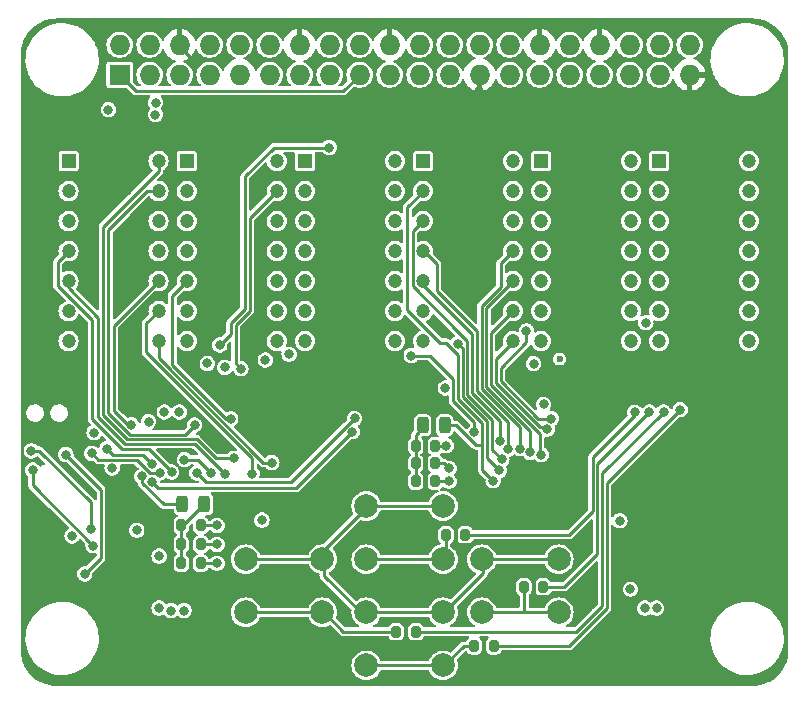
<source format=gbl>
%TF.GenerationSoftware,KiCad,Pcbnew,7.0.8*%
%TF.CreationDate,2023-10-01T18:46:54+03:00*%
%TF.ProjectId,ltp_kikad,6c74705f-6b69-46b6-9164-2e6b69636164,rev?*%
%TF.SameCoordinates,Original*%
%TF.FileFunction,Copper,L4,Bot*%
%TF.FilePolarity,Positive*%
%FSLAX46Y46*%
G04 Gerber Fmt 4.6, Leading zero omitted, Abs format (unit mm)*
G04 Created by KiCad (PCBNEW 7.0.8) date 2023-10-01 18:46:54*
%MOMM*%
%LPD*%
G01*
G04 APERTURE LIST*
G04 Aperture macros list*
%AMRoundRect*
0 Rectangle with rounded corners*
0 $1 Rounding radius*
0 $2 $3 $4 $5 $6 $7 $8 $9 X,Y pos of 4 corners*
0 Add a 4 corners polygon primitive as box body*
4,1,4,$2,$3,$4,$5,$6,$7,$8,$9,$2,$3,0*
0 Add four circle primitives for the rounded corners*
1,1,$1+$1,$2,$3*
1,1,$1+$1,$4,$5*
1,1,$1+$1,$6,$7*
1,1,$1+$1,$8,$9*
0 Add four rect primitives between the rounded corners*
20,1,$1+$1,$2,$3,$4,$5,0*
20,1,$1+$1,$4,$5,$6,$7,0*
20,1,$1+$1,$6,$7,$8,$9,0*
20,1,$1+$1,$8,$9,$2,$3,0*%
G04 Aperture macros list end*
%TA.AperFunction,ComponentPad*%
%ADD10R,1.200000X1.200000*%
%TD*%
%TA.AperFunction,ComponentPad*%
%ADD11C,1.200000*%
%TD*%
%TA.AperFunction,ComponentPad*%
%ADD12C,2.000000*%
%TD*%
%TA.AperFunction,ComponentPad*%
%ADD13R,1.727200X1.727200*%
%TD*%
%TA.AperFunction,ComponentPad*%
%ADD14O,1.727200X1.727200*%
%TD*%
%TA.AperFunction,SMDPad,CuDef*%
%ADD15RoundRect,0.243750X-0.243750X-0.456250X0.243750X-0.456250X0.243750X0.456250X-0.243750X0.456250X0*%
%TD*%
%TA.AperFunction,SMDPad,CuDef*%
%ADD16RoundRect,0.200000X-0.200000X-0.275000X0.200000X-0.275000X0.200000X0.275000X-0.200000X0.275000X0*%
%TD*%
%TA.AperFunction,SMDPad,CuDef*%
%ADD17RoundRect,0.243750X0.243750X0.456250X-0.243750X0.456250X-0.243750X-0.456250X0.243750X-0.456250X0*%
%TD*%
%TA.AperFunction,ViaPad*%
%ADD18C,0.800000*%
%TD*%
%TA.AperFunction,ViaPad*%
%ADD19C,0.600000*%
%TD*%
%TA.AperFunction,Conductor*%
%ADD20C,0.250000*%
%TD*%
G04 APERTURE END LIST*
D10*
%TO.P,DS6,1,ANODE_COLUMN_2*%
%TO.N,2_an3*%
X173017000Y-65150000D03*
D11*
%TO.P,DS6,2,CATHODE_ROW_1*%
%TO.N,2_ca0*%
X173017000Y-67690000D03*
%TO.P,DS6,3,CATHODE_ROW_3*%
%TO.N,2_ca2*%
X173017000Y-70230000D03*
%TO.P,DS6,4,CATHODE_ROW_4*%
%TO.N,2_ca3*%
X173017000Y-72770000D03*
%TO.P,DS6,5,ANODE_COLUMN_1*%
%TO.N,2_an4*%
X173017000Y-75310000D03*
%TO.P,DS6,6,NO_PIN*%
%TO.N,unconnected-(DS6-NO_PIN-Pad6)*%
X173017000Y-77850000D03*
%TO.P,DS6,7,ANODE_DECIMAL_POINT*%
%TO.N,unconnected-(DS6-ANODE_DECIMAL_POINT-Pad7)*%
X173017000Y-80390000D03*
%TO.P,DS6,8,ANODE_COLUMN_3*%
%TO.N,2_an2*%
X180637000Y-80390000D03*
%TO.P,DS6,9,CATHODE_ROW_7*%
%TO.N,2_ca6*%
X180637000Y-77850000D03*
%TO.P,DS6,10,CATHODE_ROW_6*%
%TO.N,2_ca5*%
X180637000Y-75310000D03*
%TO.P,DS6,11,CATHODE__ROW_5*%
%TO.N,2_ca4*%
X180637000Y-72770000D03*
%TO.P,DS6,12,CAATHODE_ROW_2*%
%TO.N,2_ca1*%
X180637000Y-70230000D03*
%TO.P,DS6,13,ANODE_COLUMN_5*%
%TO.N,2_an0*%
X180637000Y-67690000D03*
%TO.P,DS6,14,ANODE_COLUMN_4*%
%TO.N,2_an1*%
X180637000Y-65150000D03*
%TD*%
D10*
%TO.P,DS3,1,ANODE_COLUMN_2*%
%TO.N,an3*%
X143017000Y-65149600D03*
D11*
%TO.P,DS3,2,CATHODE_ROW_1*%
%TO.N,ca0*%
X143017000Y-67689600D03*
%TO.P,DS3,3,CATHODE_ROW_3*%
%TO.N,ca2*%
X143017000Y-70229600D03*
%TO.P,DS3,4,CATHODE_ROW_4*%
%TO.N,ca3*%
X143017000Y-72769600D03*
%TO.P,DS3,5,ANODE_COLUMN_1*%
%TO.N,an4*%
X143017000Y-75309600D03*
%TO.P,DS3,6,NO_PIN*%
%TO.N,unconnected-(DS3-NO_PIN-Pad6)*%
X143017000Y-77849600D03*
%TO.P,DS3,7,ANODE_DECIMAL_POINT*%
%TO.N,an15*%
X143017000Y-80389600D03*
%TO.P,DS3,8,ANODE_COLUMN_3*%
%TO.N,an2*%
X150637000Y-80389600D03*
%TO.P,DS3,9,CATHODE_ROW_7*%
%TO.N,ca6*%
X150637000Y-77849600D03*
%TO.P,DS3,10,CATHODE_ROW_6*%
%TO.N,ca5*%
X150637000Y-75309600D03*
%TO.P,DS3,11,CATHODE__ROW_5*%
%TO.N,ca4*%
X150637000Y-72769600D03*
%TO.P,DS3,12,CAATHODE_ROW_2*%
%TO.N,ca1*%
X150637000Y-70229600D03*
%TO.P,DS3,13,ANODE_COLUMN_5*%
%TO.N,an0*%
X150637000Y-67689600D03*
%TO.P,DS3,14,ANODE_COLUMN_4*%
%TO.N,an1*%
X150637000Y-65149600D03*
%TD*%
D12*
%TO.P,SW4,1,1*%
%TO.N,sw_ks2*%
X158012000Y-98850000D03*
X164512000Y-98850000D03*
%TO.P,SW4,2,2*%
%TO.N,Net-(R6-Pad1)*%
X158012000Y-103350000D03*
X164512000Y-103350000D03*
%TD*%
D10*
%TO.P,DS5,1,ANODE_COLUMN_2*%
%TO.N,2_an8*%
X163017000Y-65150000D03*
D11*
%TO.P,DS5,2,CATHODE_ROW_1*%
%TO.N,2_ca0*%
X163017000Y-67690000D03*
%TO.P,DS5,3,CATHODE_ROW_3*%
%TO.N,2_ca2*%
X163017000Y-70230000D03*
%TO.P,DS5,4,CATHODE_ROW_4*%
%TO.N,2_ca3*%
X163017000Y-72770000D03*
%TO.P,DS5,5,ANODE_COLUMN_1*%
%TO.N,2_an9*%
X163017000Y-75310000D03*
%TO.P,DS5,6,NO_PIN*%
%TO.N,unconnected-(DS5-NO_PIN-Pad6)*%
X163017000Y-77850000D03*
%TO.P,DS5,7,ANODE_DECIMAL_POINT*%
%TO.N,unconnected-(DS5-ANODE_DECIMAL_POINT-Pad7)*%
X163017000Y-80390000D03*
%TO.P,DS5,8,ANODE_COLUMN_3*%
%TO.N,2_an7*%
X170637000Y-80390000D03*
%TO.P,DS5,9,CATHODE_ROW_7*%
%TO.N,2_ca6*%
X170637000Y-77850000D03*
%TO.P,DS5,10,CATHODE_ROW_6*%
%TO.N,2_ca5*%
X170637000Y-75310000D03*
%TO.P,DS5,11,CATHODE__ROW_5*%
%TO.N,2_ca4*%
X170637000Y-72770000D03*
%TO.P,DS5,12,CAATHODE_ROW_2*%
%TO.N,2_ca1*%
X170637000Y-70230000D03*
%TO.P,DS5,13,ANODE_COLUMN_5*%
%TO.N,2_an5*%
X170637000Y-67690000D03*
%TO.P,DS5,14,ANODE_COLUMN_4*%
%TO.N,2_an6*%
X170637000Y-65150000D03*
%TD*%
D10*
%TO.P,DS2,1,ANODE_COLUMN_2*%
%TO.N,an8*%
X133017000Y-65150000D03*
D11*
%TO.P,DS2,2,CATHODE_ROW_1*%
%TO.N,ca0*%
X133017000Y-67690000D03*
%TO.P,DS2,3,CATHODE_ROW_3*%
%TO.N,ca2*%
X133017000Y-70230000D03*
%TO.P,DS2,4,CATHODE_ROW_4*%
%TO.N,ca3*%
X133017000Y-72770000D03*
%TO.P,DS2,5,ANODE_COLUMN_1*%
%TO.N,an9*%
X133017000Y-75310000D03*
%TO.P,DS2,6,NO_PIN*%
%TO.N,unconnected-(DS2-NO_PIN-Pad6)*%
X133017000Y-77850000D03*
%TO.P,DS2,7,ANODE_DECIMAL_POINT*%
%TO.N,unconnected-(DS2-ANODE_DECIMAL_POINT-Pad7)*%
X133017000Y-80390000D03*
%TO.P,DS2,8,ANODE_COLUMN_3*%
%TO.N,an7*%
X140637000Y-80390000D03*
%TO.P,DS2,9,CATHODE_ROW_7*%
%TO.N,ca6*%
X140637000Y-77850000D03*
%TO.P,DS2,10,CATHODE_ROW_6*%
%TO.N,ca5*%
X140637000Y-75310000D03*
%TO.P,DS2,11,CATHODE__ROW_5*%
%TO.N,ca4*%
X140637000Y-72770000D03*
%TO.P,DS2,12,CAATHODE_ROW_2*%
%TO.N,ca1*%
X140637000Y-70230000D03*
%TO.P,DS2,13,ANODE_COLUMN_5*%
%TO.N,an5*%
X140637000Y-67690000D03*
%TO.P,DS2,14,ANODE_COLUMN_4*%
%TO.N,an6*%
X140637000Y-65150000D03*
%TD*%
D10*
%TO.P,DS1,1,ANODE_COLUMN_2*%
%TO.N,an13*%
X123017000Y-65150000D03*
D11*
%TO.P,DS1,2,CATHODE_ROW_1*%
%TO.N,ca0*%
X123017000Y-67690000D03*
%TO.P,DS1,3,CATHODE_ROW_3*%
%TO.N,ca2*%
X123017000Y-70230000D03*
%TO.P,DS1,4,CATHODE_ROW_4*%
%TO.N,ca3*%
X123017000Y-72770000D03*
%TO.P,DS1,5,ANODE_COLUMN_1*%
%TO.N,an14*%
X123017000Y-75310000D03*
%TO.P,DS1,6,NO_PIN*%
%TO.N,unconnected-(DS1-NO_PIN-Pad6)*%
X123017000Y-77850000D03*
%TO.P,DS1,7,ANODE_DECIMAL_POINT*%
%TO.N,unconnected-(DS1-ANODE_DECIMAL_POINT-Pad7)*%
X123017000Y-80390000D03*
%TO.P,DS1,8,ANODE_COLUMN_3*%
%TO.N,an12*%
X130637000Y-80390000D03*
%TO.P,DS1,9,CATHODE_ROW_7*%
%TO.N,ca6*%
X130637000Y-77850000D03*
%TO.P,DS1,10,CATHODE_ROW_6*%
%TO.N,ca5*%
X130637000Y-75310000D03*
%TO.P,DS1,11,CATHODE__ROW_5*%
%TO.N,ca4*%
X130637000Y-72770000D03*
%TO.P,DS1,12,CAATHODE_ROW_2*%
%TO.N,ca1*%
X130637000Y-70230000D03*
%TO.P,DS1,13,ANODE_COLUMN_5*%
%TO.N,an10*%
X130637000Y-67690000D03*
%TO.P,DS1,14,ANODE_COLUMN_4*%
%TO.N,an11*%
X130637000Y-65150000D03*
%TD*%
D12*
%TO.P,SW1,1,1*%
%TO.N,sw_ks2*%
X148212000Y-94350000D03*
X154712000Y-94350000D03*
%TO.P,SW1,2,2*%
%TO.N,Net-(R8-Pad1)*%
X148212000Y-98850000D03*
X154712000Y-98850000D03*
%TD*%
%TO.P,SW2,1,1*%
%TO.N,sw_ks2*%
X138012000Y-98850000D03*
X144512000Y-98850000D03*
%TO.P,SW2,2,2*%
%TO.N,Net-(R9-Pad1)*%
X138012000Y-103350000D03*
X144512000Y-103350000D03*
%TD*%
D13*
%TO.P,J2,1,3.3V*%
%TO.N,+3V3*%
X127330000Y-57840000D03*
D14*
%TO.P,J2,2,5V*%
%TO.N,unconnected-(J2-5V-Pad2)*%
X127330000Y-55300000D03*
%TO.P,J2,3,BCM2_SDA*%
%TO.N,SDA*%
X129870000Y-57840000D03*
%TO.P,J2,4,5V*%
%TO.N,unconnected-(J2-5V-Pad4)*%
X129870000Y-55300000D03*
%TO.P,J2,5,BCM3_SCL*%
%TO.N,JTCK*%
X132410000Y-57840000D03*
%TO.P,J2,6,GND*%
%TO.N,GND*%
X132410000Y-55300000D03*
%TO.P,J2,7,BCM4_GPCLK0*%
%TO.N,unconnected-(J2-BCM4_GPCLK0-Pad7)*%
X134950000Y-57840000D03*
%TO.P,J2,8,BCM14_TXD*%
%TO.N,unconnected-(J2-BCM14_TXD-Pad8)*%
X134950000Y-55300000D03*
%TO.P,J2,9,GND*%
%TO.N,GND*%
X137490000Y-57840000D03*
%TO.P,J2,10,BCM15_RXD*%
%TO.N,unconnected-(J2-BCM15_RXD-Pad10)*%
X137490000Y-55300000D03*
%TO.P,J2,11,BCM17*%
%TO.N,unconnected-(J2-BCM17-Pad11)*%
X140030000Y-57840000D03*
%TO.P,J2,12,BCM18_PCM_C*%
%TO.N,unconnected-(J2-BCM18_PCM_C-Pad12)*%
X140030000Y-55300000D03*
%TO.P,J2,13,BCM27*%
%TO.N,unconnected-(J2-BCM27-Pad13)*%
X142570000Y-57840000D03*
%TO.P,J2,14,GND*%
%TO.N,GND*%
X142570000Y-55300000D03*
%TO.P,J2,15,BCM22*%
%TO.N,unconnected-(J2-BCM22-Pad15)*%
X145110000Y-57840000D03*
%TO.P,J2,16,BCM23*%
%TO.N,unconnected-(J2-BCM23-Pad16)*%
X145110000Y-55300000D03*
%TO.P,J2,17,3.3V*%
%TO.N,+3V3*%
X147650000Y-57840000D03*
%TO.P,J2,18,BCM24*%
%TO.N,unconnected-(J2-BCM24-Pad18)*%
X147650000Y-55300000D03*
%TO.P,J2,19,BCM10_MOSI*%
%TO.N,unconnected-(J2-BCM10_MOSI-Pad19)*%
X150190000Y-57840000D03*
%TO.P,J2,20,GND*%
%TO.N,GND*%
X150190000Y-55300000D03*
%TO.P,J2,21,BCM9_MISO*%
%TO.N,unconnected-(J2-BCM9_MISO-Pad21)*%
X152730000Y-57840000D03*
%TO.P,J2,22,BCM25*%
%TO.N,unconnected-(J2-BCM25-Pad22)*%
X152730000Y-55300000D03*
%TO.P,J2,23,BCM11_SCLK*%
%TO.N,unconnected-(J2-BCM11_SCLK-Pad23)*%
X155270000Y-57840000D03*
%TO.P,J2,24,BCM8_CE0*%
%TO.N,unconnected-(J2-BCM8_CE0-Pad24)*%
X155270000Y-55300000D03*
%TO.P,J2,25,GND*%
%TO.N,GND*%
X157810000Y-57840000D03*
%TO.P,J2,26,BCM7_CE1*%
%TO.N,unconnected-(J2-BCM7_CE1-Pad26)*%
X157810000Y-55300000D03*
%TO.P,J2,27,BCM0_ID_SD*%
%TO.N,unconnected-(J2-BCM0_ID_SD-Pad27)*%
X160350000Y-57840000D03*
%TO.P,J2,28,BCM1_ID_SC*%
%TO.N,unconnected-(J2-BCM1_ID_SC-Pad28)*%
X160350000Y-55300000D03*
%TO.P,J2,29,BCM5*%
%TO.N,unconnected-(J2-BCM5-Pad29)*%
X162890000Y-57840000D03*
%TO.P,J2,30,GND*%
%TO.N,GND*%
X162890000Y-55300000D03*
%TO.P,J2,31,BCM6*%
%TO.N,unconnected-(J2-BCM6-Pad31)*%
X165430000Y-57840000D03*
%TO.P,J2,32,BCM12_PWM0*%
%TO.N,unconnected-(J2-BCM12_PWM0-Pad32)*%
X165430000Y-55300000D03*
%TO.P,J2,33,BCM13_PWM1*%
%TO.N,unconnected-(J2-BCM13_PWM1-Pad33)*%
X167970000Y-57840000D03*
%TO.P,J2,34,GND*%
%TO.N,GND*%
X167970000Y-55300000D03*
%TO.P,J2,35,BCM19_MISO_PCM_FS*%
%TO.N,unconnected-(J2-BCM19_MISO_PCM_FS-Pad35)*%
X170510000Y-57840000D03*
%TO.P,J2,36,BCM16*%
%TO.N,unconnected-(J2-BCM16-Pad36)*%
X170510000Y-55300000D03*
%TO.P,J2,37,BCM26*%
%TO.N,unconnected-(J2-BCM26-Pad37)*%
X173050000Y-57840000D03*
%TO.P,J2,38,BCM20_MOSI_PCM_DI*%
%TO.N,unconnected-(J2-BCM20_MOSI_PCM_DI-Pad38)*%
X173050000Y-55300000D03*
%TO.P,J2,39,GND*%
%TO.N,GND*%
X175590000Y-57840000D03*
%TO.P,J2,40,BCM21_SCLK_PCM_DO*%
%TO.N,unconnected-(J2-BCM21_SCLK_PCM_DO-Pad40)*%
X175590000Y-55300000D03*
%TD*%
D10*
%TO.P,DS4,1,ANODE_COLUMN_2*%
%TO.N,2_an13*%
X153017000Y-65149600D03*
D11*
%TO.P,DS4,2,CATHODE_ROW_1*%
%TO.N,2_ca0*%
X153017000Y-67689600D03*
%TO.P,DS4,3,CATHODE_ROW_3*%
%TO.N,2_ca2*%
X153017000Y-70229600D03*
%TO.P,DS4,4,CATHODE_ROW_4*%
%TO.N,2_ca3*%
X153017000Y-72769600D03*
%TO.P,DS4,5,ANODE_COLUMN_1*%
%TO.N,2_an14*%
X153017000Y-75309600D03*
%TO.P,DS4,6,NO_PIN*%
%TO.N,unconnected-(DS4-NO_PIN-Pad6)*%
X153017000Y-77849600D03*
%TO.P,DS4,7,ANODE_DECIMAL_POINT*%
%TO.N,2_an15*%
X153017000Y-80389600D03*
%TO.P,DS4,8,ANODE_COLUMN_3*%
%TO.N,2_an12*%
X160637000Y-80389600D03*
%TO.P,DS4,9,CATHODE_ROW_7*%
%TO.N,2_ca6*%
X160637000Y-77849600D03*
%TO.P,DS4,10,CATHODE_ROW_6*%
%TO.N,2_ca5*%
X160637000Y-75309600D03*
%TO.P,DS4,11,CATHODE__ROW_5*%
%TO.N,2_ca4*%
X160637000Y-72769600D03*
%TO.P,DS4,12,CAATHODE_ROW_2*%
%TO.N,2_ca1*%
X160637000Y-70229600D03*
%TO.P,DS4,13,ANODE_COLUMN_5*%
%TO.N,2_an10*%
X160637000Y-67689600D03*
%TO.P,DS4,14,ANODE_COLUMN_4*%
%TO.N,2_an11*%
X160637000Y-65149600D03*
%TD*%
D12*
%TO.P,SW3,1,1*%
%TO.N,sw_ks2*%
X148212000Y-103350000D03*
X154712000Y-103350000D03*
%TO.P,SW3,2,2*%
%TO.N,Net-(R7-Pad1)*%
X148212000Y-107850000D03*
X154712000Y-107850000D03*
%TD*%
D15*
%TO.P,D1,1,K*%
%TO.N,Net-(D1-K)*%
X152987000Y-87500000D03*
%TO.P,D1,2,A*%
%TO.N,2_ca0*%
X154862000Y-87500000D03*
%TD*%
D16*
%TO.P,R13,1*%
%TO.N,Net-(D4-K)*%
X132562000Y-99200000D03*
%TO.P,R13,2*%
%TO.N,an0*%
X134212000Y-99200000D03*
%TD*%
%TO.P,R12,1*%
%TO.N,Net-(D1-K)*%
X152412000Y-92250000D03*
%TO.P,R12,2*%
%TO.N,2_an0*%
X154062000Y-92250000D03*
%TD*%
%TO.P,R14,1*%
%TO.N,Net-(D4-K)*%
X132562000Y-97600000D03*
%TO.P,R14,2*%
%TO.N,an1*%
X134212000Y-97600000D03*
%TD*%
%TO.P,R9,1*%
%TO.N,Net-(R9-Pad1)*%
X150762000Y-105000000D03*
%TO.P,R9,2*%
%TO.N,2_an9*%
X152412000Y-105000000D03*
%TD*%
%TO.P,R15,1*%
%TO.N,Net-(D4-K)*%
X132562000Y-96000000D03*
%TO.P,R15,2*%
%TO.N,an2*%
X134212000Y-96000000D03*
%TD*%
%TO.P,R11,1*%
%TO.N,Net-(D1-K)*%
X152412000Y-90750000D03*
%TO.P,R11,2*%
%TO.N,2_an1*%
X154062000Y-90750000D03*
%TD*%
%TO.P,R7,1*%
%TO.N,Net-(R7-Pad1)*%
X157362000Y-106200000D03*
%TO.P,R7,2*%
%TO.N,2_an10*%
X159012000Y-106200000D03*
%TD*%
%TO.P,R2,1*%
%TO.N,Net-(D1-K)*%
X152412000Y-89250000D03*
%TO.P,R2,2*%
%TO.N,2_an2*%
X154062000Y-89250000D03*
%TD*%
%TO.P,R8,1*%
%TO.N,Net-(R8-Pad1)*%
X154962000Y-96800000D03*
%TO.P,R8,2*%
%TO.N,2_an7*%
X156612000Y-96800000D03*
%TD*%
D17*
%TO.P,D4,1,K*%
%TO.N,Net-(D4-K)*%
X134524500Y-94200000D03*
%TO.P,D4,2,A*%
%TO.N,ca0*%
X132649500Y-94200000D03*
%TD*%
D16*
%TO.P,R6,1*%
%TO.N,Net-(R6-Pad1)*%
X161562000Y-101200000D03*
%TO.P,R6,2*%
%TO.N,2_an8*%
X163212000Y-101200000D03*
%TD*%
D18*
%TO.N,an15*%
X139387000Y-95550500D03*
%TO.N,2_an13*%
X152029944Y-81610944D03*
X157383730Y-88100000D03*
%TO.N,2_ca0*%
X158965751Y-92194232D03*
%TO.N,2_ca2*%
X159693547Y-90411248D03*
%TO.N,2_ca3*%
X160212000Y-89544016D03*
%TO.N,2_an14*%
X159533230Y-88840020D03*
%TO.N,2_an15*%
X169687000Y-95600000D03*
%TO.N,2_an12*%
X163561729Y-87846633D03*
%TO.N,2_ca6*%
X163032475Y-90008233D03*
%TO.N,2_ca5*%
X162103770Y-89808207D03*
%TO.N,2_ca4*%
X161210704Y-89484266D03*
%TO.N,2_ca1*%
X155987000Y-80600000D03*
X159492559Y-91339745D03*
%TO.N,2_an10*%
X174787000Y-86200000D03*
%TO.N,2_an11*%
X163875662Y-86950000D03*
X161787000Y-79515000D03*
%TO.N,2_an8*%
X172187000Y-86400000D03*
%TO.N,2_an9*%
X173387000Y-86400000D03*
X171887000Y-78840500D03*
%TO.N,2_an7*%
X170958900Y-86428100D03*
D19*
%TO.N,2_an2*%
X164587000Y-81900000D03*
D18*
X154987000Y-89250000D03*
%TO.N,2_an0*%
X155237000Y-92250000D03*
X162387000Y-82300000D03*
%TO.N,2_an1*%
X155237000Y-91174500D03*
X163237000Y-85750000D03*
%TO.N,GND*%
X131451034Y-90135966D03*
X175587000Y-53600000D03*
X178187000Y-62400000D03*
X132387000Y-53500000D03*
X168487000Y-72800000D03*
X183387000Y-79900000D03*
X139387000Y-86500000D03*
X175587000Y-60400000D03*
X158287000Y-95800000D03*
X119587000Y-100200000D03*
X127987000Y-67650000D03*
X154487000Y-79400000D03*
X147587000Y-79900000D03*
X136587000Y-77800000D03*
X148287000Y-71600000D03*
X178187000Y-60700000D03*
X164387000Y-73000000D03*
X134587000Y-77800000D03*
X141987000Y-86500000D03*
X135487000Y-62400000D03*
X134487000Y-70500000D03*
X151787000Y-62400000D03*
X155387000Y-75200000D03*
X156887000Y-62400000D03*
X134487000Y-72500000D03*
X126987000Y-109000000D03*
X127787000Y-86200000D03*
X155387000Y-64800000D03*
X123887000Y-99000000D03*
X119387000Y-71200000D03*
X147487000Y-68700000D03*
X183387000Y-63300000D03*
X167987000Y-53600000D03*
X177787000Y-78425000D03*
X171987000Y-62400000D03*
X151587000Y-96200000D03*
X162987000Y-53600000D03*
X141987000Y-62400000D03*
X133587000Y-56600000D03*
X119587000Y-94400000D03*
X174537000Y-75350000D03*
X138987000Y-62400000D03*
X128187000Y-73200000D03*
X178987000Y-75400000D03*
X159261500Y-73121047D03*
X168087000Y-70300000D03*
X147487000Y-76200000D03*
X183287000Y-71500000D03*
X119887000Y-60900000D03*
X157787000Y-59200000D03*
X155437000Y-67200000D03*
X124987000Y-64100000D03*
X144787000Y-91900000D03*
X119587000Y-83000000D03*
X176587000Y-109000000D03*
X128187000Y-76500000D03*
X134487000Y-75750000D03*
X138187000Y-108700000D03*
X137587000Y-60600000D03*
X174487000Y-72600000D03*
X142587000Y-53600000D03*
X144737000Y-75500000D03*
X150187000Y-53600000D03*
X157787000Y-76000000D03*
X155387000Y-70600000D03*
X168787000Y-67700000D03*
%TO.N,SDA*%
X130387000Y-60200000D03*
X123310056Y-96876944D03*
X131687000Y-103200000D03*
X129787000Y-87200000D03*
X171800000Y-103000000D03*
%TO.N,ca0*%
X129225471Y-91841988D03*
%TO.N,ca1*%
X130105037Y-92295356D03*
X147053794Y-88066794D03*
%TO.N,ca2*%
X124987000Y-89887153D03*
X130756553Y-91537378D03*
%TO.N,ca3*%
X131742790Y-91485857D03*
%TO.N,ca4*%
X133876150Y-91548850D03*
X147226850Y-86939850D03*
%TO.N,ca5*%
X132827456Y-90424751D03*
X135040699Y-91526899D03*
X128333094Y-87453906D03*
%TO.N,ca6*%
X138557000Y-91620500D03*
%TO.N,an13*%
X126274611Y-89487153D03*
X130095031Y-90792693D03*
%TO.N,an14*%
X136219177Y-91661051D03*
%TO.N,an12*%
X140221566Y-90670500D03*
%TO.N,an10*%
X133687000Y-87500000D03*
%TO.N,an11*%
X136992253Y-90311953D03*
%TO.N,an9*%
X136749482Y-86974280D03*
%TO.N,an8*%
X141687000Y-81500000D03*
%TO.N,an6*%
X139675103Y-81988103D03*
%TO.N,an5*%
X137603400Y-82724500D03*
%TO.N,an4*%
X136239215Y-82610621D03*
%TO.N,an3*%
X134763944Y-82276944D03*
%TO.N,an2*%
X135587000Y-96000000D03*
%TO.N,an1*%
X135587000Y-97600000D03*
X145087000Y-64000000D03*
X135812500Y-80726799D03*
%TO.N,an0*%
X132387000Y-86400000D03*
X135587000Y-99200000D03*
%TO.N,+3V3*%
X130687000Y-98600000D03*
X154912500Y-84362970D03*
X130687000Y-103000000D03*
X125187000Y-88138153D03*
X126387000Y-60800000D03*
X126709536Y-91124500D03*
X170587000Y-101400000D03*
%TO.N,JTCK*%
X131124400Y-86400000D03*
X132787000Y-103200000D03*
X130374701Y-61212299D03*
X124887000Y-96295500D03*
X119860964Y-89680004D03*
X172800000Y-103000000D03*
X128787000Y-96400000D03*
%TO.N,JTMS*%
X125087000Y-97700000D03*
X119987000Y-91300000D03*
%TO.N,JNRST*%
X124387000Y-100100000D03*
X122787000Y-90000000D03*
%TD*%
D20*
%TO.N,JTCK*%
X119860964Y-89680004D02*
X120543794Y-89680004D01*
X120543794Y-89680004D02*
X124887000Y-94023210D01*
X124887000Y-94023210D02*
X124887000Y-96295500D01*
%TO.N,2_an13*%
X153597944Y-81610944D02*
X155587000Y-83600000D01*
X157383730Y-87253589D02*
X157383730Y-88100000D01*
X155587000Y-85456859D02*
X157383730Y-87253589D01*
X155587000Y-83600000D02*
X155587000Y-85456859D01*
X152029944Y-81610944D02*
X153597944Y-81610944D01*
%TO.N,2_ca0*%
X158058230Y-87362403D02*
X155987000Y-85291173D01*
X154957405Y-80525000D02*
X154454963Y-80525000D01*
X155987000Y-85291173D02*
X155987000Y-81554595D01*
X151687000Y-77757037D02*
X151687000Y-69073500D01*
X158965751Y-92194232D02*
X158058230Y-91286711D01*
X158058230Y-91286711D02*
X158058230Y-89200000D01*
X151687000Y-69073500D02*
X153071900Y-67688600D01*
X157487000Y-89200000D02*
X155787000Y-87500000D01*
X158058230Y-89200000D02*
X157487000Y-89200000D01*
X155987000Y-81554595D02*
X154957405Y-80525000D01*
X155787000Y-87500000D02*
X154862000Y-87500000D01*
X158058230Y-89200000D02*
X158058230Y-87362403D01*
X154454963Y-80525000D02*
X151687000Y-77757037D01*
%TO.N,2_ca2*%
X155987000Y-79600000D02*
X155987000Y-79582163D01*
X152142000Y-71104600D02*
X153017000Y-70229600D01*
X158858230Y-87031031D02*
X158858230Y-89575931D01*
X155987000Y-79582163D02*
X152142000Y-75737163D01*
X156787000Y-80400000D02*
X156787000Y-84959801D01*
X156787000Y-84959801D02*
X158858230Y-87031031D01*
X152142000Y-75737163D02*
X152142000Y-71104600D01*
X155987000Y-79600000D02*
X156787000Y-80400000D01*
X158858230Y-89575931D02*
X159693547Y-90411248D01*
%TO.N,2_ca3*%
X157587000Y-79563604D02*
X157587000Y-84628430D01*
X154187000Y-73883700D02*
X154187000Y-76163604D01*
X160212000Y-87253429D02*
X160212000Y-89544016D01*
X154187000Y-76163604D02*
X157587000Y-79563604D01*
X157587000Y-84628430D02*
X160212000Y-87253429D01*
X153071900Y-72768600D02*
X154187000Y-73883700D01*
%TO.N,2_an14*%
X153071900Y-75308600D02*
X153071900Y-75684900D01*
X159533230Y-87140345D02*
X159533230Y-88840020D01*
X157187000Y-79800000D02*
X157187000Y-84794116D01*
X157187000Y-84794116D02*
X159533230Y-87140345D01*
X153071900Y-75684900D02*
X157187000Y-79800000D01*
%TO.N,2_an12*%
X163415096Y-87700000D02*
X163561729Y-87846633D01*
X159187000Y-83965686D02*
X162921314Y-87700000D01*
X162921314Y-87700000D02*
X163415096Y-87700000D01*
X160691900Y-80388600D02*
X159187000Y-81893500D01*
X159187000Y-81893500D02*
X159187000Y-83965686D01*
%TO.N,2_ca6*%
X160637000Y-77849600D02*
X158787000Y-79699600D01*
X162922626Y-89898384D02*
X163032475Y-90008233D01*
X158787000Y-79699600D02*
X158787000Y-84131372D01*
X162922626Y-88266998D02*
X162922626Y-89898384D01*
X158787000Y-84131372D02*
X162922626Y-88266998D01*
%TO.N,2_ca5*%
X162103770Y-88013828D02*
X162103770Y-89808207D01*
X160637000Y-75309600D02*
X158387000Y-77559600D01*
X158387000Y-77559600D02*
X158387000Y-84297058D01*
X158387000Y-84297058D02*
X162103770Y-88013828D01*
%TO.N,2_ca4*%
X157987000Y-84462744D02*
X161210704Y-87686447D01*
X160637000Y-72769600D02*
X159587000Y-73819600D01*
X161210704Y-87686447D02*
X161210704Y-89484266D01*
X157987000Y-77377104D02*
X157987000Y-84462744D01*
X159587000Y-73819600D02*
X159587000Y-75777104D01*
X159587000Y-75777104D02*
X157987000Y-77377104D01*
%TO.N,2_ca1*%
X156387000Y-85125487D02*
X158458230Y-87196717D01*
X158458230Y-90305416D02*
X159492559Y-91339745D01*
X156387000Y-81000000D02*
X156387000Y-85125487D01*
X158458230Y-87196717D02*
X158458230Y-90305416D01*
X155987000Y-80600000D02*
X156387000Y-81000000D01*
%TO.N,2_an10*%
X168587000Y-92400000D02*
X174787000Y-86200000D01*
X168587000Y-103000000D02*
X168587000Y-92400000D01*
X159012000Y-106200000D02*
X165387000Y-106200000D01*
X165387000Y-106200000D02*
X168587000Y-103000000D01*
%TO.N,2_an11*%
X159587000Y-82700000D02*
X159587000Y-83800000D01*
X159587000Y-83800000D02*
X162737000Y-86950000D01*
X161787000Y-80500000D02*
X159587000Y-82700000D01*
X161787000Y-79515000D02*
X161787000Y-80500000D01*
X162737000Y-86950000D02*
X163875662Y-86950000D01*
%TO.N,2_an8*%
X167787000Y-98375000D02*
X164962000Y-101200000D01*
X164962000Y-101200000D02*
X163212000Y-101200000D01*
X172187000Y-86400000D02*
X167787000Y-90800000D01*
X167787000Y-90800000D02*
X167787000Y-98375000D01*
%TO.N,2_an9*%
X168187000Y-91600000D02*
X173387000Y-86400000D01*
X152287000Y-105000000D02*
X165862000Y-105000000D01*
X168187000Y-102834314D02*
X168187000Y-91600000D01*
X167587000Y-103400000D02*
X167621314Y-103400000D01*
X165987000Y-105000000D02*
X167587000Y-103400000D01*
X167621314Y-103400000D02*
X168187000Y-102834314D01*
%TO.N,2_an7*%
X170958900Y-86428100D02*
X170958900Y-86628100D01*
X167387000Y-90200000D02*
X167387000Y-94800000D01*
X170958900Y-86628100D02*
X167387000Y-90200000D01*
X165387000Y-96800000D02*
X156612000Y-96800000D01*
X167387000Y-94800000D02*
X165387000Y-96800000D01*
%TO.N,2_an2*%
X154987000Y-89250000D02*
X154062000Y-89250000D01*
%TO.N,2_an0*%
X154062000Y-92250000D02*
X155237000Y-92250000D01*
%TO.N,2_an1*%
X154812500Y-90750000D02*
X154062000Y-90750000D01*
X155237000Y-91174500D02*
X154812500Y-90750000D01*
%TO.N,GND*%
X132387000Y-55297000D02*
X132390000Y-55300000D01*
X132390000Y-55300000D02*
X132390000Y-55403000D01*
X132390000Y-55403000D02*
X133587000Y-56600000D01*
X132387000Y-53500000D02*
X132387000Y-55297000D01*
%TO.N,ca0*%
X129225471Y-92370385D02*
X131055086Y-94200000D01*
X129225471Y-91841988D02*
X129225471Y-92370385D01*
X131055086Y-94200000D02*
X132949500Y-94200000D01*
%TO.N,ca1*%
X142287000Y-92800000D02*
X130609681Y-92800000D01*
X147053794Y-88066794D02*
X147020206Y-88066794D01*
X147020206Y-88066794D02*
X142287000Y-92800000D01*
X130609681Y-92800000D02*
X130105037Y-92295356D01*
%TO.N,ca2*%
X124987000Y-89887153D02*
X125549847Y-90450000D01*
X128787371Y-90450000D02*
X129874749Y-91537378D01*
X125549847Y-90450000D02*
X128787371Y-90450000D01*
X129874749Y-91537378D02*
X130756553Y-91537378D01*
%TO.N,ca3*%
X123373852Y-76975000D02*
X123379437Y-76975000D01*
X123379437Y-76975000D02*
X125037000Y-78632563D01*
X125037000Y-87020889D02*
X127548711Y-89532600D01*
X122092000Y-73695000D02*
X122092000Y-75693148D01*
X127548711Y-89532600D02*
X129789533Y-89532600D01*
X125037000Y-78632563D02*
X125037000Y-87020889D01*
X129789533Y-89532600D02*
X131742790Y-91485857D01*
X122092000Y-75693148D02*
X123373852Y-76975000D01*
X123017000Y-72770000D02*
X122092000Y-73695000D01*
%TO.N,ca4*%
X147226850Y-86939850D02*
X146555124Y-87611576D01*
X146550939Y-87611576D02*
X141817015Y-92345500D01*
X134672800Y-92345500D02*
X133876150Y-91548850D01*
X141817015Y-92345500D02*
X134672800Y-92345500D01*
X146555124Y-87611576D02*
X146550939Y-87611576D01*
%TO.N,ca5*%
X128333094Y-87453906D02*
X128015601Y-87453906D01*
X135040699Y-91526899D02*
X133938551Y-90424751D01*
X126837000Y-86275305D02*
X126837000Y-79110000D01*
X126837000Y-79110000D02*
X130637000Y-75310000D01*
X133938551Y-90424751D02*
X132827456Y-90424751D01*
X128015601Y-87453906D02*
X126837000Y-86275305D01*
%TO.N,ca6*%
X129587000Y-81331372D02*
X129587000Y-78900000D01*
X138557000Y-90301372D02*
X129587000Y-81331372D01*
X138557000Y-91620500D02*
X138557000Y-90301372D01*
X129587000Y-78900000D02*
X130637000Y-77850000D01*
%TO.N,an13*%
X129302338Y-90000000D02*
X130095031Y-90792693D01*
X126787458Y-90000000D02*
X129302338Y-90000000D01*
X126274611Y-89487153D02*
X126787458Y-90000000D01*
%TO.N,an14*%
X125487000Y-86834493D02*
X127752507Y-89100000D01*
X123017000Y-75310000D02*
X123017000Y-75930000D01*
X133694827Y-89100000D02*
X136219177Y-91624350D01*
X136219177Y-91624350D02*
X136219177Y-91661051D01*
X123017000Y-75930000D02*
X125487000Y-78400000D01*
X125487000Y-78400000D02*
X125487000Y-86834493D01*
X127752507Y-89100000D02*
X133694827Y-89100000D01*
%TO.N,an12*%
X140221566Y-90670500D02*
X139491814Y-90670500D01*
X130637000Y-81815686D02*
X130637000Y-80390000D01*
X139491814Y-90670500D02*
X130637000Y-81815686D01*
%TO.N,an10*%
X129697000Y-67690000D02*
X126387000Y-71000000D01*
X126387000Y-86461701D02*
X128225299Y-88300000D01*
X126387000Y-71000000D02*
X126387000Y-86461701D01*
X130637000Y-67690000D02*
X129697000Y-67690000D01*
X132887000Y-88300000D02*
X133687000Y-87500000D01*
X128225299Y-88300000D02*
X132887000Y-88300000D01*
%TO.N,an11*%
X133860513Y-88700000D02*
X127988903Y-88700000D01*
X125937000Y-86648097D02*
X125937000Y-70698528D01*
X136992253Y-90311953D02*
X135472466Y-90311953D01*
X135472466Y-90311953D02*
X133860513Y-88700000D01*
X125937000Y-70698528D02*
X130637000Y-65998528D01*
X127988903Y-88700000D02*
X125937000Y-86648097D01*
X130637000Y-65998528D02*
X130637000Y-65150000D01*
%TO.N,an9*%
X131787000Y-82400000D02*
X131787000Y-76540000D01*
X136361280Y-86974280D02*
X131787000Y-82400000D01*
X131787000Y-76540000D02*
X133017000Y-75310000D01*
X136749482Y-86974280D02*
X136361280Y-86974280D01*
%TO.N,an5*%
X137162000Y-78990686D02*
X137162000Y-82283100D01*
X138338411Y-70450000D02*
X138338411Y-77814275D01*
X137162000Y-82283100D02*
X137603400Y-82724500D01*
X138338411Y-77814275D02*
X137162000Y-78990686D01*
X138338411Y-69988589D02*
X138338411Y-70450000D01*
X140637000Y-67690000D02*
X138338411Y-69988589D01*
%TO.N,an2*%
X134612000Y-96000000D02*
X135587000Y-96000000D01*
%TO.N,an1*%
X145087000Y-64000000D02*
X140387000Y-64000000D01*
X137938411Y-66448589D02*
X137938411Y-77648589D01*
X137938411Y-77648589D02*
X136762000Y-78825001D01*
X140387000Y-64000000D02*
X137938411Y-66448589D01*
X136762000Y-79777299D02*
X135812500Y-80726799D01*
X134612000Y-97600000D02*
X135587000Y-97600000D01*
X136762000Y-78825001D02*
X136762000Y-79777299D01*
%TO.N,an0*%
X134612000Y-99200000D02*
X135587000Y-99200000D01*
%TO.N,Net-(D1-K)*%
X152412000Y-88337500D02*
X152412000Y-89250000D01*
X152412000Y-89250000D02*
X152412000Y-90750000D01*
X152649500Y-88100000D02*
X152412000Y-88337500D01*
X152412000Y-90750000D02*
X152412000Y-92250000D01*
%TO.N,+3V3*%
X127330000Y-57840000D02*
X128690000Y-59200000D01*
X128690000Y-59200000D02*
X146290000Y-59200000D01*
X146290000Y-59200000D02*
X147650000Y-57840000D01*
%TO.N,sw_ks2*%
X144637000Y-98050000D02*
X144637000Y-98850000D01*
X158137000Y-100050000D02*
X158137000Y-98850000D01*
X144637000Y-98850000D02*
X138137000Y-98850000D01*
X158137000Y-98850000D02*
X164637000Y-98850000D01*
X154837000Y-103350000D02*
X158137000Y-100050000D01*
X144637000Y-100250000D02*
X147737000Y-103350000D01*
X147737000Y-103350000D02*
X148337000Y-103350000D01*
X148337000Y-94350000D02*
X144637000Y-98050000D01*
X148337000Y-103350000D02*
X154837000Y-103350000D01*
X144637000Y-98850000D02*
X144637000Y-100250000D01*
X154837000Y-94350000D02*
X148337000Y-94350000D01*
%TO.N,Net-(R6-Pad1)*%
X158137000Y-103350000D02*
X161587000Y-103350000D01*
X161587000Y-101225000D02*
X161562000Y-101200000D01*
X161587000Y-103350000D02*
X164637000Y-103350000D01*
X161587000Y-103350000D02*
X161587000Y-101225000D01*
X164637000Y-103350000D02*
X165237000Y-103350000D01*
%TO.N,Net-(R7-Pad1)*%
X156487000Y-106200000D02*
X157362000Y-106200000D01*
X154837000Y-107850000D02*
X156487000Y-106200000D01*
X148337000Y-107850000D02*
X154837000Y-107850000D01*
%TO.N,Net-(R8-Pad1)*%
X148337000Y-98850000D02*
X154837000Y-98850000D01*
X154962000Y-96800000D02*
X154962000Y-98725000D01*
X154962000Y-98725000D02*
X154837000Y-98850000D01*
%TO.N,Net-(R9-Pad1)*%
X144637000Y-103350000D02*
X146287000Y-105000000D01*
X146287000Y-105000000D02*
X150762000Y-105000000D01*
X138137000Y-103350000D02*
X144637000Y-103350000D01*
%TO.N,JTMS*%
X125087000Y-97700000D02*
X119987000Y-92600000D01*
X119987000Y-92600000D02*
X119987000Y-91300000D01*
%TO.N,JNRST*%
X125762000Y-98725000D02*
X124387000Y-100100000D01*
X122787000Y-90000000D02*
X125762000Y-92975000D01*
X125762000Y-92975000D02*
X125762000Y-98725000D01*
%TO.N,Net-(D4-K)*%
X134524500Y-94200000D02*
X132724500Y-96000000D01*
X132724500Y-96000000D02*
X132562000Y-96000000D01*
X132562000Y-96000000D02*
X132562000Y-97600000D01*
X132562000Y-97600000D02*
X132562000Y-99200000D01*
%TD*%
%TA.AperFunction,Conductor*%
%TO.N,GND*%
G36*
X153967617Y-78095542D02*
G01*
X153979431Y-78105631D01*
X155648433Y-79774633D01*
X155667369Y-79801155D01*
X155677175Y-79821213D01*
X155681736Y-79827601D01*
X155686580Y-79833825D01*
X155714078Y-79859139D01*
X155744084Y-79912461D01*
X155737017Y-79973237D01*
X155695577Y-80018252D01*
X155693034Y-80019635D01*
X155614758Y-80060718D01*
X155496515Y-80165471D01*
X155413880Y-80285191D01*
X155365263Y-80322341D01*
X155304096Y-80323819D01*
X155262400Y-80298957D01*
X155257716Y-80294273D01*
X155244840Y-80278416D01*
X155237489Y-80267164D01*
X155208868Y-80244887D01*
X155204275Y-80240832D01*
X155200923Y-80237480D01*
X155181909Y-80223905D01*
X155166345Y-80211791D01*
X155138595Y-80190191D01*
X155131686Y-80186452D01*
X155124600Y-80182988D01*
X155086148Y-80171541D01*
X155072001Y-80167329D01*
X155020065Y-80149500D01*
X155020062Y-80149499D01*
X155012328Y-80148208D01*
X155004494Y-80147232D01*
X155004493Y-80147232D01*
X155004491Y-80147232D01*
X154949649Y-80149500D01*
X154651508Y-80149500D01*
X154593317Y-80130593D01*
X154581504Y-80120504D01*
X153274256Y-78813255D01*
X153246479Y-78758738D01*
X153256050Y-78698306D01*
X153299315Y-78655041D01*
X153303983Y-78652815D01*
X153377881Y-78619914D01*
X153444587Y-78590215D01*
X153444589Y-78590213D01*
X153444593Y-78590212D01*
X153589230Y-78485126D01*
X153708859Y-78352265D01*
X153798250Y-78197435D01*
X153815274Y-78145039D01*
X153851235Y-78095543D01*
X153909426Y-78076635D01*
X153967617Y-78095542D01*
G37*
%TD.AperFunction*%
%TA.AperFunction,Conductor*%
G36*
X133556473Y-89494407D02*
G01*
X133568286Y-89504496D01*
X133944037Y-89880247D01*
X133971814Y-89934764D01*
X133962243Y-89995196D01*
X133918978Y-90038461D01*
X133874033Y-90049251D01*
X133410644Y-90049251D01*
X133352453Y-90030344D01*
X133329168Y-90006489D01*
X133317940Y-89990222D01*
X133315140Y-89987741D01*
X133199696Y-89885468D01*
X133126677Y-89847144D01*
X133059820Y-89812054D01*
X132906443Y-89774251D01*
X132906441Y-89774251D01*
X132748471Y-89774251D01*
X132748468Y-89774251D01*
X132595091Y-89812054D01*
X132455214Y-89885469D01*
X132336971Y-89990222D01*
X132247236Y-90120227D01*
X132191219Y-90267933D01*
X132191218Y-90267934D01*
X132172178Y-90424749D01*
X132172178Y-90424752D01*
X132191218Y-90581567D01*
X132191219Y-90581569D01*
X132235468Y-90698243D01*
X132247236Y-90729274D01*
X132336971Y-90859279D01*
X132336972Y-90859280D01*
X132336973Y-90859281D01*
X132455216Y-90964034D01*
X132595091Y-91037447D01*
X132748471Y-91075251D01*
X132748474Y-91075251D01*
X132906438Y-91075251D01*
X132906441Y-91075251D01*
X133059821Y-91037447D01*
X133199696Y-90964034D01*
X133317939Y-90859281D01*
X133329168Y-90843013D01*
X133377784Y-90805863D01*
X133410644Y-90800251D01*
X133501069Y-90800251D01*
X133559260Y-90819158D01*
X133595224Y-90868658D01*
X133595224Y-90929844D01*
X133559260Y-90979344D01*
X133547077Y-90986911D01*
X133503908Y-91009568D01*
X133385665Y-91114321D01*
X133295930Y-91244326D01*
X133239913Y-91392032D01*
X133239912Y-91392033D01*
X133220872Y-91548848D01*
X133220872Y-91548851D01*
X133239912Y-91705666D01*
X133239913Y-91705668D01*
X133291612Y-91841988D01*
X133295930Y-91853373D01*
X133385665Y-91983378D01*
X133385666Y-91983379D01*
X133385667Y-91983380D01*
X133503910Y-92088133D01*
X133643785Y-92161546D01*
X133797165Y-92199350D01*
X133797168Y-92199350D01*
X133954605Y-92199350D01*
X134012796Y-92218257D01*
X134024609Y-92228346D01*
X134051759Y-92255496D01*
X134079536Y-92310013D01*
X134069965Y-92370445D01*
X134026700Y-92413710D01*
X133981755Y-92424500D01*
X130856382Y-92424500D01*
X130798191Y-92405593D01*
X130762227Y-92356093D01*
X130758104Y-92313567D01*
X130760315Y-92295357D01*
X130760315Y-92289368D01*
X130761716Y-92289368D01*
X130772150Y-92236035D01*
X130816948Y-92194361D01*
X130834988Y-92188013D01*
X130835536Y-92187878D01*
X130835538Y-92187878D01*
X130988918Y-92150074D01*
X131128793Y-92076661D01*
X131213101Y-92001970D01*
X131269194Y-91977536D01*
X131328938Y-91990739D01*
X131344393Y-92001967D01*
X131370550Y-92025140D01*
X131510425Y-92098553D01*
X131663805Y-92136357D01*
X131663808Y-92136357D01*
X131821772Y-92136357D01*
X131821775Y-92136357D01*
X131975155Y-92098553D01*
X132115030Y-92025140D01*
X132233273Y-91920387D01*
X132323010Y-91790380D01*
X132379027Y-91642675D01*
X132398068Y-91485857D01*
X132396810Y-91475500D01*
X132382365Y-91356527D01*
X132379027Y-91329039D01*
X132323010Y-91181334D01*
X132260081Y-91090165D01*
X132233274Y-91051328D01*
X132217606Y-91037447D01*
X132115030Y-90946574D01*
X132024371Y-90898992D01*
X131975154Y-90873160D01*
X131821777Y-90835357D01*
X131821775Y-90835357D01*
X131664336Y-90835357D01*
X131606145Y-90816450D01*
X131594332Y-90806361D01*
X130432475Y-89644504D01*
X130404698Y-89589987D01*
X130414269Y-89529555D01*
X130457534Y-89486290D01*
X130502479Y-89475500D01*
X133498282Y-89475500D01*
X133556473Y-89494407D01*
G37*
%TD.AperFunction*%
%TA.AperFunction,Conductor*%
G36*
X180968093Y-53072767D02*
G01*
X181100428Y-53079703D01*
X181284454Y-53090038D01*
X181289397Y-53090567D01*
X181442447Y-53114808D01*
X181605563Y-53142522D01*
X181610052Y-53143503D01*
X181763493Y-53184618D01*
X181893582Y-53222096D01*
X181919035Y-53229429D01*
X181923065Y-53230779D01*
X182072983Y-53288327D01*
X182221269Y-53349749D01*
X182224781Y-53351369D01*
X182310541Y-53395066D01*
X182368722Y-53424711D01*
X182508664Y-53502054D01*
X182511639Y-53503838D01*
X182647658Y-53592170D01*
X182647672Y-53592179D01*
X182777871Y-53684561D01*
X182780378Y-53686463D01*
X182905785Y-53788014D01*
X182907602Y-53789559D01*
X182995421Y-53868039D01*
X183025767Y-53895158D01*
X183027785Y-53897066D01*
X183141932Y-54011213D01*
X183143840Y-54013231D01*
X183249425Y-54131380D01*
X183250984Y-54133213D01*
X183352535Y-54258620D01*
X183354437Y-54261127D01*
X183446820Y-54391327D01*
X183535140Y-54527327D01*
X183536950Y-54530344D01*
X183614288Y-54670277D01*
X183687625Y-54814208D01*
X183689253Y-54817739D01*
X183750677Y-54966029D01*
X183808216Y-55115926D01*
X183809569Y-55119963D01*
X183854379Y-55275497D01*
X183895493Y-55428939D01*
X183896480Y-55433461D01*
X183924194Y-55596569D01*
X183948429Y-55749588D01*
X183948961Y-55754559D01*
X183959309Y-55938816D01*
X183966232Y-56070899D01*
X183966300Y-56073491D01*
X183966300Y-90579400D01*
X183966802Y-90584519D01*
X183969700Y-104211923D01*
X183969700Y-106527293D01*
X183966300Y-106537757D01*
X183966300Y-106570908D01*
X183966232Y-106573494D01*
X183965120Y-106594723D01*
X183951952Y-106845952D01*
X183949194Y-106888629D01*
X183948688Y-106893183D01*
X183924194Y-107047830D01*
X183896481Y-107210937D01*
X183895493Y-107215459D01*
X183854379Y-107368902D01*
X183809569Y-107524435D01*
X183808216Y-107528472D01*
X183750677Y-107678370D01*
X183689253Y-107826659D01*
X183687625Y-107830190D01*
X183614288Y-107974122D01*
X183536950Y-108114055D01*
X183535140Y-108117071D01*
X183446820Y-108253072D01*
X183354437Y-108383271D01*
X183352535Y-108385779D01*
X183250984Y-108511185D01*
X183249425Y-108513018D01*
X183143840Y-108631167D01*
X183141932Y-108633185D01*
X183027785Y-108747332D01*
X183025767Y-108749240D01*
X182907618Y-108854825D01*
X182905785Y-108856384D01*
X182780379Y-108957935D01*
X182777871Y-108959837D01*
X182647672Y-109052220D01*
X182511671Y-109140540D01*
X182508655Y-109142350D01*
X182368722Y-109219688D01*
X182224790Y-109293025D01*
X182221259Y-109294653D01*
X182072970Y-109356077D01*
X181923072Y-109413616D01*
X181919035Y-109414969D01*
X181763502Y-109459779D01*
X181610059Y-109500893D01*
X181605537Y-109501880D01*
X181442430Y-109529594D01*
X181289409Y-109553829D01*
X181284439Y-109554361D01*
X181100183Y-109564709D01*
X181003188Y-109569792D01*
X180968093Y-109571632D01*
X180965509Y-109571700D01*
X121968091Y-109571700D01*
X121965506Y-109571632D01*
X121927544Y-109569642D01*
X121833416Y-109564709D01*
X121649159Y-109554361D01*
X121644188Y-109553829D01*
X121491169Y-109529594D01*
X121328061Y-109501880D01*
X121323539Y-109500893D01*
X121170097Y-109459779D01*
X121014563Y-109414969D01*
X121010526Y-109413616D01*
X120860629Y-109356077D01*
X120712339Y-109294653D01*
X120708808Y-109293025D01*
X120564877Y-109219688D01*
X120424944Y-109142350D01*
X120421927Y-109140540D01*
X120285927Y-109052220D01*
X120155727Y-108959837D01*
X120153220Y-108957935D01*
X120027813Y-108856384D01*
X120025990Y-108854833D01*
X119907831Y-108749240D01*
X119905813Y-108747332D01*
X119791666Y-108633185D01*
X119789758Y-108631167D01*
X119718983Y-108551970D01*
X119684159Y-108513002D01*
X119682614Y-108511185D01*
X119581063Y-108385778D01*
X119579161Y-108383271D01*
X119486779Y-108253072D01*
X119481152Y-108244407D01*
X119398438Y-108117039D01*
X119396649Y-108114055D01*
X119319311Y-107974122D01*
X119261263Y-107860197D01*
X119245969Y-107830181D01*
X119244345Y-107826659D01*
X119207037Y-107736590D01*
X119182922Y-107678370D01*
X119125379Y-107528465D01*
X119124029Y-107524435D01*
X119104196Y-107455593D01*
X119079214Y-107368879D01*
X119067490Y-107325125D01*
X119038103Y-107215452D01*
X119037122Y-107210963D01*
X119009401Y-107047806D01*
X119008660Y-107043127D01*
X118985167Y-106894797D01*
X118984638Y-106889854D01*
X118974303Y-106705828D01*
X118967367Y-106573494D01*
X118967300Y-106570909D01*
X118967300Y-105660889D01*
X119362501Y-105660889D01*
X119392845Y-106014170D01*
X119463264Y-106361695D01*
X119569249Y-106687885D01*
X119572836Y-106698923D01*
X119639982Y-106845952D01*
X119720133Y-107021461D01*
X119720134Y-107021462D01*
X119720136Y-107021466D01*
X119813267Y-107175906D01*
X119903243Y-107325115D01*
X119903250Y-107325125D01*
X120119768Y-107605910D01*
X120119771Y-107605913D01*
X120300819Y-107792207D01*
X120366899Y-107860201D01*
X120506219Y-107974122D01*
X120641395Y-108084655D01*
X120939691Y-108276359D01*
X121257896Y-108432809D01*
X121591861Y-108551968D01*
X121937232Y-108632280D01*
X122289507Y-108672700D01*
X122289511Y-108672700D01*
X122555371Y-108672700D01*
X122555376Y-108672700D01*
X122820808Y-108657522D01*
X123170200Y-108597057D01*
X123510423Y-108497159D01*
X123837041Y-108359129D01*
X124145795Y-108184768D01*
X124432661Y-107976347D01*
X124432670Y-107976338D01*
X124432672Y-107976338D01*
X124633295Y-107792207D01*
X124693899Y-107736585D01*
X124926104Y-107468607D01*
X125126248Y-107175906D01*
X125291721Y-106862298D01*
X125404667Y-106572200D01*
X125420364Y-106531883D01*
X125420366Y-106531878D01*
X125420368Y-106531872D01*
X125510510Y-106188936D01*
X125560973Y-105837959D01*
X125571099Y-105483517D01*
X125540755Y-105130232D01*
X125470337Y-104782708D01*
X125360764Y-104445477D01*
X125213464Y-104122934D01*
X125030357Y-103819285D01*
X125025276Y-103812696D01*
X124813831Y-103538489D01*
X124813828Y-103538486D01*
X124686836Y-103407815D01*
X124566705Y-103284203D01*
X124566704Y-103284202D01*
X124566700Y-103284198D01*
X124292210Y-103059749D01*
X124292201Y-103059742D01*
X124199242Y-103000001D01*
X130031722Y-103000001D01*
X130050762Y-103156816D01*
X130050763Y-103156818D01*
X130086656Y-103251459D01*
X130106780Y-103304523D01*
X130196515Y-103434528D01*
X130196516Y-103434529D01*
X130196517Y-103434530D01*
X130314760Y-103539283D01*
X130454635Y-103612696D01*
X130608015Y-103650500D01*
X130608018Y-103650500D01*
X130765982Y-103650500D01*
X130765985Y-103650500D01*
X130919365Y-103612696D01*
X131034090Y-103552482D01*
X131094401Y-103542182D01*
X131149249Y-103569298D01*
X131161573Y-103583905D01*
X131196515Y-103634528D01*
X131196516Y-103634529D01*
X131196517Y-103634530D01*
X131314760Y-103739283D01*
X131454635Y-103812696D01*
X131608015Y-103850500D01*
X131608018Y-103850500D01*
X131765982Y-103850500D01*
X131765985Y-103850500D01*
X131919365Y-103812696D01*
X132059240Y-103739283D01*
X132171351Y-103639961D01*
X132227445Y-103615527D01*
X132287189Y-103628730D01*
X132302646Y-103639960D01*
X132414760Y-103739283D01*
X132554635Y-103812696D01*
X132708015Y-103850500D01*
X132708018Y-103850500D01*
X132865982Y-103850500D01*
X132865985Y-103850500D01*
X133019365Y-103812696D01*
X133159240Y-103739283D01*
X133277483Y-103634530D01*
X133367220Y-103504523D01*
X133423237Y-103356818D01*
X133424064Y-103350003D01*
X136756723Y-103350003D01*
X136775791Y-103567969D01*
X136775792Y-103567976D01*
X136775793Y-103567977D01*
X136832425Y-103779330D01*
X136885241Y-103892594D01*
X136924897Y-103977637D01*
X137026637Y-104122938D01*
X137050402Y-104156877D01*
X137205123Y-104311598D01*
X137384361Y-104437102D01*
X137582670Y-104529575D01*
X137794023Y-104586207D01*
X137794027Y-104586207D01*
X137794030Y-104586208D01*
X138011997Y-104605277D01*
X138012000Y-104605277D01*
X138012003Y-104605277D01*
X138229969Y-104586208D01*
X138229970Y-104586207D01*
X138229977Y-104586207D01*
X138441330Y-104529575D01*
X138639639Y-104437102D01*
X138818877Y-104311598D01*
X138973598Y-104156877D01*
X139099102Y-103977639D01*
X139190022Y-103782659D01*
X139231750Y-103737913D01*
X139279746Y-103725500D01*
X143244254Y-103725500D01*
X143302445Y-103744407D01*
X143333977Y-103782658D01*
X143385241Y-103892594D01*
X143424897Y-103977637D01*
X143526637Y-104122938D01*
X143550402Y-104156877D01*
X143705123Y-104311598D01*
X143884361Y-104437102D01*
X144082670Y-104529575D01*
X144294023Y-104586207D01*
X144294027Y-104586207D01*
X144294030Y-104586208D01*
X144511997Y-104605277D01*
X144512000Y-104605277D01*
X144512003Y-104605277D01*
X144729969Y-104586208D01*
X144729970Y-104586207D01*
X144729977Y-104586207D01*
X144941330Y-104529575D01*
X145113249Y-104449407D01*
X145173977Y-104441951D01*
X145225091Y-104469128D01*
X145986687Y-105230724D01*
X145999562Y-105246580D01*
X146006916Y-105257836D01*
X146035542Y-105280116D01*
X146040139Y-105284176D01*
X146043482Y-105287519D01*
X146062483Y-105301085D01*
X146105811Y-105334809D01*
X146105814Y-105334810D01*
X146112712Y-105338544D01*
X146119798Y-105342008D01*
X146119801Y-105342010D01*
X146172405Y-105357671D01*
X146224340Y-105375500D01*
X146224342Y-105375500D01*
X146232079Y-105376791D01*
X146239904Y-105377766D01*
X146239911Y-105377768D01*
X146294755Y-105375500D01*
X150049639Y-105375500D01*
X150107830Y-105394407D01*
X150143082Y-105441801D01*
X150155523Y-105477354D01*
X150159208Y-105487885D01*
X150239845Y-105597144D01*
X150239847Y-105597146D01*
X150239850Y-105597150D01*
X150239853Y-105597152D01*
X150239855Y-105597154D01*
X150349116Y-105677792D01*
X150349117Y-105677792D01*
X150349118Y-105677793D01*
X150477301Y-105722646D01*
X150507725Y-105725499D01*
X150507727Y-105725500D01*
X150507734Y-105725500D01*
X151016273Y-105725500D01*
X151016273Y-105725499D01*
X151046699Y-105722646D01*
X151174882Y-105677793D01*
X151284150Y-105597150D01*
X151364793Y-105487882D01*
X151409646Y-105359699D01*
X151412499Y-105329273D01*
X151412500Y-105329273D01*
X151412500Y-104670727D01*
X151412499Y-104670725D01*
X151409646Y-104640305D01*
X151409646Y-104640301D01*
X151364793Y-104512118D01*
X151364790Y-104512114D01*
X151284154Y-104402855D01*
X151284152Y-104402853D01*
X151284150Y-104402850D01*
X151284146Y-104402847D01*
X151284144Y-104402845D01*
X151174883Y-104322207D01*
X151046703Y-104277355D01*
X151046694Y-104277353D01*
X151016274Y-104274500D01*
X151016266Y-104274500D01*
X150507734Y-104274500D01*
X150507725Y-104274500D01*
X150477305Y-104277353D01*
X150477296Y-104277355D01*
X150349116Y-104322207D01*
X150239855Y-104402845D01*
X150239845Y-104402855D01*
X150159208Y-104512114D01*
X150159207Y-104512118D01*
X150143082Y-104558198D01*
X150106018Y-104606878D01*
X150049639Y-104624500D01*
X148884324Y-104624500D01*
X148826133Y-104605593D01*
X148790169Y-104556093D01*
X148790169Y-104494907D01*
X148826133Y-104445407D01*
X148836057Y-104439560D01*
X148835888Y-104439268D01*
X148839632Y-104437105D01*
X148839639Y-104437102D01*
X149018877Y-104311598D01*
X149173598Y-104156877D01*
X149299102Y-103977639D01*
X149390022Y-103782659D01*
X149431750Y-103737913D01*
X149479746Y-103725500D01*
X153444254Y-103725500D01*
X153502445Y-103744407D01*
X153533977Y-103782658D01*
X153585241Y-103892594D01*
X153624897Y-103977637D01*
X153726637Y-104122938D01*
X153750402Y-104156877D01*
X153905123Y-104311598D01*
X154084361Y-104437102D01*
X154084362Y-104437102D01*
X154084363Y-104437103D01*
X154088112Y-104439268D01*
X154087114Y-104440994D01*
X154126268Y-104477512D01*
X154137937Y-104537574D01*
X154112074Y-104593024D01*
X154058557Y-104622683D01*
X154039676Y-104624500D01*
X153124361Y-104624500D01*
X153066170Y-104605593D01*
X153030917Y-104558198D01*
X153014793Y-104512118D01*
X153014791Y-104512116D01*
X153014791Y-104512114D01*
X152934154Y-104402855D01*
X152934152Y-104402853D01*
X152934150Y-104402850D01*
X152934146Y-104402847D01*
X152934144Y-104402845D01*
X152824883Y-104322207D01*
X152696703Y-104277355D01*
X152696694Y-104277353D01*
X152666274Y-104274500D01*
X152666266Y-104274500D01*
X152157734Y-104274500D01*
X152157725Y-104274500D01*
X152127305Y-104277353D01*
X152127296Y-104277355D01*
X151999116Y-104322207D01*
X151889855Y-104402845D01*
X151889845Y-104402855D01*
X151809207Y-104512116D01*
X151764355Y-104640296D01*
X151764353Y-104640305D01*
X151761500Y-104670725D01*
X151761500Y-105329274D01*
X151764353Y-105359694D01*
X151764355Y-105359703D01*
X151809207Y-105487883D01*
X151889845Y-105597144D01*
X151889847Y-105597146D01*
X151889850Y-105597150D01*
X151889853Y-105597152D01*
X151889855Y-105597154D01*
X151999116Y-105677792D01*
X151999117Y-105677792D01*
X151999118Y-105677793D01*
X152127301Y-105722646D01*
X152157725Y-105725499D01*
X152157727Y-105725500D01*
X152157734Y-105725500D01*
X152666273Y-105725500D01*
X152666273Y-105725499D01*
X152696699Y-105722646D01*
X152824882Y-105677793D01*
X152934150Y-105597150D01*
X153014793Y-105487882D01*
X153030917Y-105441801D01*
X153067982Y-105393122D01*
X153124361Y-105375500D01*
X156847041Y-105375500D01*
X156905232Y-105394407D01*
X156941196Y-105443907D01*
X156941196Y-105505093D01*
X156905829Y-105554155D01*
X156839855Y-105602845D01*
X156839845Y-105602855D01*
X156759208Y-105712114D01*
X156759207Y-105712118D01*
X156743082Y-105758198D01*
X156706018Y-105806878D01*
X156649639Y-105824500D01*
X156536209Y-105824500D01*
X156515894Y-105822393D01*
X156502731Y-105819633D01*
X156466735Y-105824120D01*
X156460609Y-105824500D01*
X156455882Y-105824500D01*
X156432847Y-105828344D01*
X156378375Y-105835134D01*
X156370821Y-105837383D01*
X156363392Y-105839934D01*
X156315119Y-105866057D01*
X156265789Y-105890173D01*
X156259400Y-105894734D01*
X156253174Y-105899580D01*
X156216003Y-105939958D01*
X155425089Y-106730870D01*
X155370573Y-106758647D01*
X155313247Y-106750591D01*
X155260039Y-106725780D01*
X155141330Y-106670425D01*
X154929977Y-106613793D01*
X154929976Y-106613792D01*
X154929969Y-106613791D01*
X154712003Y-106594723D01*
X154711997Y-106594723D01*
X154494030Y-106613791D01*
X154282666Y-106670426D01*
X154084372Y-106762892D01*
X154084364Y-106762896D01*
X153905127Y-106888398D01*
X153750398Y-107043127D01*
X153624897Y-107222363D01*
X153624897Y-107222364D01*
X153533977Y-107417340D01*
X153492250Y-107462087D01*
X153444254Y-107474500D01*
X149479746Y-107474500D01*
X149421555Y-107455593D01*
X149390022Y-107417341D01*
X149299102Y-107222362D01*
X149173598Y-107043123D01*
X149018877Y-106888402D01*
X149018873Y-106888399D01*
X149018872Y-106888398D01*
X148919435Y-106818772D01*
X148839639Y-106762898D01*
X148641330Y-106670425D01*
X148429977Y-106613793D01*
X148429976Y-106613792D01*
X148429969Y-106613791D01*
X148212003Y-106594723D01*
X148211997Y-106594723D01*
X147994030Y-106613791D01*
X147782666Y-106670426D01*
X147584372Y-106762892D01*
X147584364Y-106762896D01*
X147405127Y-106888398D01*
X147250398Y-107043127D01*
X147124896Y-107222364D01*
X147124892Y-107222372D01*
X147032426Y-107420666D01*
X146975791Y-107632030D01*
X146956723Y-107849996D01*
X146956723Y-107850003D01*
X146975791Y-108067969D01*
X146975792Y-108067976D01*
X146975793Y-108067977D01*
X147032425Y-108279330D01*
X147124898Y-108477639D01*
X147149671Y-108513018D01*
X147233812Y-108633185D01*
X147250402Y-108656877D01*
X147405123Y-108811598D01*
X147584361Y-108937102D01*
X147782670Y-109029575D01*
X147994023Y-109086207D01*
X147994027Y-109086207D01*
X147994030Y-109086208D01*
X148211997Y-109105277D01*
X148212000Y-109105277D01*
X148212003Y-109105277D01*
X148429969Y-109086208D01*
X148429970Y-109086207D01*
X148429977Y-109086207D01*
X148641330Y-109029575D01*
X148839639Y-108937102D01*
X149018877Y-108811598D01*
X149173598Y-108656877D01*
X149299102Y-108477639D01*
X149390022Y-108282659D01*
X149431750Y-108237913D01*
X149479746Y-108225500D01*
X153444254Y-108225500D01*
X153502445Y-108244407D01*
X153533977Y-108282658D01*
X153624898Y-108477639D01*
X153649671Y-108513018D01*
X153733812Y-108633185D01*
X153750402Y-108656877D01*
X153905123Y-108811598D01*
X154084361Y-108937102D01*
X154282670Y-109029575D01*
X154494023Y-109086207D01*
X154494027Y-109086207D01*
X154494030Y-109086208D01*
X154711997Y-109105277D01*
X154712000Y-109105277D01*
X154712003Y-109105277D01*
X154929969Y-109086208D01*
X154929970Y-109086207D01*
X154929977Y-109086207D01*
X155141330Y-109029575D01*
X155339639Y-108937102D01*
X155518877Y-108811598D01*
X155673598Y-108656877D01*
X155799102Y-108477639D01*
X155891575Y-108279330D01*
X155948207Y-108067977D01*
X155956224Y-107976347D01*
X155967277Y-107850003D01*
X155967277Y-107849996D01*
X155948208Y-107632030D01*
X155948207Y-107632027D01*
X155948207Y-107632023D01*
X155891575Y-107420670D01*
X155890915Y-107419255D01*
X155890841Y-107418654D01*
X155890097Y-107416609D01*
X155890569Y-107416437D01*
X155883451Y-107358532D01*
X155910629Y-107307406D01*
X156588424Y-106629612D01*
X156642940Y-106601836D01*
X156703372Y-106611407D01*
X156746637Y-106654672D01*
X156751871Y-106666918D01*
X156759207Y-106687883D01*
X156839845Y-106797144D01*
X156839847Y-106797146D01*
X156839850Y-106797150D01*
X156839853Y-106797152D01*
X156839855Y-106797154D01*
X156949116Y-106877792D01*
X156949117Y-106877792D01*
X156949118Y-106877793D01*
X157077301Y-106922646D01*
X157107725Y-106925499D01*
X157107727Y-106925500D01*
X157107734Y-106925500D01*
X157616273Y-106925500D01*
X157616273Y-106925499D01*
X157646699Y-106922646D01*
X157774882Y-106877793D01*
X157884150Y-106797150D01*
X157964793Y-106687882D01*
X158009646Y-106559699D01*
X158012499Y-106529273D01*
X158012500Y-106529273D01*
X158012500Y-105870727D01*
X158012499Y-105870725D01*
X158009646Y-105840305D01*
X158009646Y-105840301D01*
X157964793Y-105712118D01*
X157964790Y-105712114D01*
X157884154Y-105602855D01*
X157884152Y-105602853D01*
X157884150Y-105602850D01*
X157884146Y-105602847D01*
X157884144Y-105602845D01*
X157818171Y-105554155D01*
X157782578Y-105504388D01*
X157783036Y-105443204D01*
X157819369Y-105393974D01*
X157876959Y-105375500D01*
X158497041Y-105375500D01*
X158555232Y-105394407D01*
X158591196Y-105443907D01*
X158591196Y-105505093D01*
X158555829Y-105554155D01*
X158489855Y-105602845D01*
X158489845Y-105602855D01*
X158409207Y-105712116D01*
X158364355Y-105840296D01*
X158364353Y-105840305D01*
X158361500Y-105870725D01*
X158361500Y-106529274D01*
X158364353Y-106559694D01*
X158364355Y-106559703D01*
X158409207Y-106687883D01*
X158489845Y-106797144D01*
X158489847Y-106797146D01*
X158489850Y-106797150D01*
X158489853Y-106797152D01*
X158489855Y-106797154D01*
X158599116Y-106877792D01*
X158599117Y-106877792D01*
X158599118Y-106877793D01*
X158727301Y-106922646D01*
X158757725Y-106925499D01*
X158757727Y-106925500D01*
X158757734Y-106925500D01*
X159266273Y-106925500D01*
X159266273Y-106925499D01*
X159296699Y-106922646D01*
X159424882Y-106877793D01*
X159534150Y-106797150D01*
X159587912Y-106724304D01*
X159614791Y-106687885D01*
X159614792Y-106687883D01*
X159614793Y-106687882D01*
X159630917Y-106641801D01*
X159667982Y-106593122D01*
X159724361Y-106575500D01*
X165337789Y-106575500D01*
X165358104Y-106577607D01*
X165362530Y-106578534D01*
X165371268Y-106580367D01*
X165407267Y-106575879D01*
X165413391Y-106575500D01*
X165418118Y-106575500D01*
X165441139Y-106571658D01*
X165470471Y-106568001D01*
X165495626Y-106564866D01*
X165495628Y-106564864D01*
X165503138Y-106562629D01*
X165510606Y-106560065D01*
X165510610Y-106560065D01*
X165511287Y-106559699D01*
X165521875Y-106553968D01*
X165558877Y-106533944D01*
X165608211Y-106509826D01*
X165608215Y-106509821D01*
X165614634Y-106505239D01*
X165620823Y-106500422D01*
X165658008Y-106460028D01*
X166457147Y-105660889D01*
X177362501Y-105660889D01*
X177392845Y-106014170D01*
X177463264Y-106361695D01*
X177569249Y-106687885D01*
X177572836Y-106698923D01*
X177639982Y-106845952D01*
X177720133Y-107021461D01*
X177720134Y-107021462D01*
X177720136Y-107021466D01*
X177813267Y-107175906D01*
X177903243Y-107325115D01*
X177903250Y-107325125D01*
X178119768Y-107605910D01*
X178119771Y-107605913D01*
X178300819Y-107792207D01*
X178366899Y-107860201D01*
X178506219Y-107974122D01*
X178641395Y-108084655D01*
X178939691Y-108276359D01*
X179257896Y-108432809D01*
X179591861Y-108551968D01*
X179937232Y-108632280D01*
X180289507Y-108672700D01*
X180289511Y-108672700D01*
X180555371Y-108672700D01*
X180555376Y-108672700D01*
X180820808Y-108657522D01*
X181170200Y-108597057D01*
X181510423Y-108497159D01*
X181837041Y-108359129D01*
X182145795Y-108184768D01*
X182432661Y-107976347D01*
X182432670Y-107976338D01*
X182432672Y-107976338D01*
X182633295Y-107792207D01*
X182693899Y-107736585D01*
X182926104Y-107468607D01*
X183126248Y-107175906D01*
X183291721Y-106862298D01*
X183404667Y-106572200D01*
X183420364Y-106531883D01*
X183420366Y-106531878D01*
X183420368Y-106531872D01*
X183510510Y-106188936D01*
X183560973Y-105837959D01*
X183571099Y-105483517D01*
X183540755Y-105130232D01*
X183470337Y-104782708D01*
X183360764Y-104445477D01*
X183213464Y-104122934D01*
X183030357Y-103819285D01*
X183025276Y-103812696D01*
X182813831Y-103538489D01*
X182813828Y-103538486D01*
X182686836Y-103407815D01*
X182566705Y-103284203D01*
X182566704Y-103284202D01*
X182566700Y-103284198D01*
X182292210Y-103059749D01*
X182292201Y-103059742D01*
X181993906Y-102868039D01*
X181823937Y-102784472D01*
X181675704Y-102711591D01*
X181341739Y-102592432D01*
X181341734Y-102592430D01*
X181341729Y-102592429D01*
X180996375Y-102512121D01*
X180996369Y-102512120D01*
X180996368Y-102512120D01*
X180644093Y-102471700D01*
X180378224Y-102471700D01*
X180212329Y-102481186D01*
X180112789Y-102486878D01*
X179763401Y-102547342D01*
X179423173Y-102647242D01*
X179096557Y-102785271D01*
X178787803Y-102959633D01*
X178732246Y-102999998D01*
X178500939Y-103168053D01*
X178500936Y-103168055D01*
X178500930Y-103168060D01*
X178500927Y-103168061D01*
X178239706Y-103407809D01*
X178239696Y-103407820D01*
X178007499Y-103675788D01*
X178007498Y-103675790D01*
X177807351Y-103968495D01*
X177641882Y-104282094D01*
X177641878Y-104282103D01*
X177513235Y-104612516D01*
X177513233Y-104612521D01*
X177423089Y-104955466D01*
X177423088Y-104955473D01*
X177372627Y-105306432D01*
X177372627Y-105306435D01*
X177362501Y-105660889D01*
X166457147Y-105660889D01*
X167162572Y-104955464D01*
X168817727Y-103300308D01*
X168833577Y-103287438D01*
X168844836Y-103280084D01*
X168867121Y-103251450D01*
X168871177Y-103246858D01*
X168874519Y-103243518D01*
X168877519Y-103239315D01*
X168888086Y-103224516D01*
X168907169Y-103199998D01*
X168921809Y-103181189D01*
X168921810Y-103181183D01*
X168925542Y-103174289D01*
X168929005Y-103167205D01*
X168929010Y-103167199D01*
X168944671Y-103114594D01*
X168962500Y-103062660D01*
X168962500Y-103062657D01*
X168963791Y-103054920D01*
X168964765Y-103047096D01*
X168964768Y-103047089D01*
X168962821Y-103000001D01*
X171144722Y-103000001D01*
X171163762Y-103156816D01*
X171163763Y-103156818D01*
X171199656Y-103251459D01*
X171219780Y-103304523D01*
X171309515Y-103434528D01*
X171309516Y-103434529D01*
X171309517Y-103434530D01*
X171427760Y-103539283D01*
X171567635Y-103612696D01*
X171721015Y-103650500D01*
X171721018Y-103650500D01*
X171878982Y-103650500D01*
X171878985Y-103650500D01*
X172032365Y-103612696D01*
X172172240Y-103539283D01*
X172234351Y-103484257D01*
X172290445Y-103459823D01*
X172350189Y-103473026D01*
X172365648Y-103484257D01*
X172427760Y-103539283D01*
X172567635Y-103612696D01*
X172721015Y-103650500D01*
X172721018Y-103650500D01*
X172878982Y-103650500D01*
X172878985Y-103650500D01*
X173032365Y-103612696D01*
X173172240Y-103539283D01*
X173290483Y-103434530D01*
X173380220Y-103304523D01*
X173436237Y-103156818D01*
X173455278Y-103000000D01*
X173451593Y-102969655D01*
X173436237Y-102843183D01*
X173436237Y-102843182D01*
X173380220Y-102695477D01*
X173325426Y-102616094D01*
X173290484Y-102565471D01*
X173270022Y-102547343D01*
X173172240Y-102460717D01*
X173055191Y-102399284D01*
X173032364Y-102387303D01*
X172878987Y-102349500D01*
X172878985Y-102349500D01*
X172721015Y-102349500D01*
X172721012Y-102349500D01*
X172567635Y-102387303D01*
X172427755Y-102460719D01*
X172365648Y-102515741D01*
X172309554Y-102540176D01*
X172249810Y-102526972D01*
X172234352Y-102515741D01*
X172172244Y-102460719D01*
X172032364Y-102387303D01*
X171878987Y-102349500D01*
X171878985Y-102349500D01*
X171721015Y-102349500D01*
X171721012Y-102349500D01*
X171567635Y-102387303D01*
X171427758Y-102460718D01*
X171309515Y-102565471D01*
X171219780Y-102695476D01*
X171163763Y-102843182D01*
X171163762Y-102843183D01*
X171144722Y-102999998D01*
X171144722Y-103000001D01*
X168962821Y-103000001D01*
X168962500Y-102992244D01*
X168962500Y-101400001D01*
X169931722Y-101400001D01*
X169950762Y-101556816D01*
X169950763Y-101556818D01*
X170000469Y-101687882D01*
X170006780Y-101704523D01*
X170096515Y-101834528D01*
X170096516Y-101834529D01*
X170096517Y-101834530D01*
X170214760Y-101939283D01*
X170354635Y-102012696D01*
X170508015Y-102050500D01*
X170508018Y-102050500D01*
X170665982Y-102050500D01*
X170665985Y-102050500D01*
X170819365Y-102012696D01*
X170959240Y-101939283D01*
X171077483Y-101834530D01*
X171167220Y-101704523D01*
X171223237Y-101556818D01*
X171242278Y-101400000D01*
X171223237Y-101243182D01*
X171167220Y-101095477D01*
X171077483Y-100965470D01*
X170959240Y-100860717D01*
X170887913Y-100823281D01*
X170819364Y-100787303D01*
X170665987Y-100749500D01*
X170665985Y-100749500D01*
X170508015Y-100749500D01*
X170508012Y-100749500D01*
X170354635Y-100787303D01*
X170214758Y-100860718D01*
X170096515Y-100965471D01*
X170006780Y-101095476D01*
X169950763Y-101243182D01*
X169950762Y-101243183D01*
X169931722Y-101399998D01*
X169931722Y-101400001D01*
X168962500Y-101400001D01*
X168962500Y-96013199D01*
X168981407Y-95955008D01*
X169030907Y-95919044D01*
X169092093Y-95919044D01*
X169141593Y-95955008D01*
X169142944Y-95956916D01*
X169196517Y-96034530D01*
X169314760Y-96139283D01*
X169454635Y-96212696D01*
X169608015Y-96250500D01*
X169608018Y-96250500D01*
X169765982Y-96250500D01*
X169765985Y-96250500D01*
X169919365Y-96212696D01*
X170059240Y-96139283D01*
X170177483Y-96034530D01*
X170267220Y-95904523D01*
X170323237Y-95756818D01*
X170342278Y-95600000D01*
X170340603Y-95586208D01*
X170323237Y-95443183D01*
X170323237Y-95443182D01*
X170267220Y-95295477D01*
X170177483Y-95165470D01*
X170059240Y-95060717D01*
X169964927Y-95011217D01*
X169919364Y-94987303D01*
X169765987Y-94949500D01*
X169765985Y-94949500D01*
X169608015Y-94949500D01*
X169608012Y-94949500D01*
X169454635Y-94987303D01*
X169314758Y-95060718D01*
X169196515Y-95165471D01*
X169142976Y-95243038D01*
X169094359Y-95280188D01*
X169033192Y-95281666D01*
X168982837Y-95246909D01*
X168962529Y-95189193D01*
X168962500Y-95186800D01*
X168962500Y-92596544D01*
X168981407Y-92538353D01*
X168991490Y-92526546D01*
X174638540Y-86879495D01*
X174693057Y-86851719D01*
X174708544Y-86850500D01*
X174865982Y-86850500D01*
X174865985Y-86850500D01*
X175019365Y-86812696D01*
X175159240Y-86739283D01*
X175277483Y-86634530D01*
X175367220Y-86504523D01*
X175423237Y-86356818D01*
X175438503Y-86231093D01*
X175442278Y-86200001D01*
X175442278Y-86199998D01*
X175423381Y-86044370D01*
X175423237Y-86043182D01*
X175367220Y-85895477D01*
X175277483Y-85765470D01*
X175159240Y-85660717D01*
X175089302Y-85624010D01*
X175019364Y-85587303D01*
X174865987Y-85549500D01*
X174865985Y-85549500D01*
X174708015Y-85549500D01*
X174708012Y-85549500D01*
X174554635Y-85587303D01*
X174414758Y-85660718D01*
X174296515Y-85765471D01*
X174206780Y-85895476D01*
X174150763Y-86043182D01*
X174149371Y-86054647D01*
X174123587Y-86110134D01*
X174070112Y-86139868D01*
X174009373Y-86132492D01*
X173969617Y-86098950D01*
X173877484Y-85965471D01*
X173811276Y-85906816D01*
X173759240Y-85860717D01*
X173679739Y-85818991D01*
X173619364Y-85787303D01*
X173465987Y-85749500D01*
X173465985Y-85749500D01*
X173308015Y-85749500D01*
X173308012Y-85749500D01*
X173154635Y-85787303D01*
X173014758Y-85860718D01*
X172896514Y-85965472D01*
X172896512Y-85965474D01*
X172868475Y-86006094D01*
X172819859Y-86043244D01*
X172758691Y-86044722D01*
X172708337Y-86009965D01*
X172705525Y-86006094D01*
X172677487Y-85965474D01*
X172677485Y-85965472D01*
X172611275Y-85906816D01*
X172559240Y-85860717D01*
X172479739Y-85818991D01*
X172419364Y-85787303D01*
X172265987Y-85749500D01*
X172265985Y-85749500D01*
X172108015Y-85749500D01*
X172108012Y-85749500D01*
X171954635Y-85787303D01*
X171814758Y-85860718D01*
X171696514Y-85965472D01*
X171696512Y-85965474D01*
X171644727Y-86040499D01*
X171596111Y-86077649D01*
X171534943Y-86079127D01*
X171484589Y-86044370D01*
X171481777Y-86040499D01*
X171449387Y-85993574D01*
X171449385Y-85993572D01*
X171417666Y-85965472D01*
X171331140Y-85888817D01*
X171261202Y-85852110D01*
X171191264Y-85815403D01*
X171037887Y-85777600D01*
X171037885Y-85777600D01*
X170879915Y-85777600D01*
X170879912Y-85777600D01*
X170726535Y-85815403D01*
X170586658Y-85888818D01*
X170468415Y-85993571D01*
X170378680Y-86123576D01*
X170322663Y-86271282D01*
X170322662Y-86271283D01*
X170303622Y-86428098D01*
X170303622Y-86428101D01*
X170322662Y-86584916D01*
X170322663Y-86584918D01*
X170340765Y-86632648D01*
X170343721Y-86693762D01*
X170318202Y-86737758D01*
X167156271Y-89899689D01*
X167140420Y-89912561D01*
X167129166Y-89919914D01*
X167129159Y-89919920D01*
X167106884Y-89948539D01*
X167102829Y-89953131D01*
X167099485Y-89956475D01*
X167099479Y-89956483D01*
X167085905Y-89975495D01*
X167052191Y-90018810D01*
X167048447Y-90025728D01*
X167044988Y-90032802D01*
X167029329Y-90085403D01*
X167011499Y-90137340D01*
X167010209Y-90145072D01*
X167009232Y-90152915D01*
X167011500Y-90207755D01*
X167011500Y-94603454D01*
X166992593Y-94661645D01*
X166982504Y-94673458D01*
X165260458Y-96395504D01*
X165205941Y-96423281D01*
X165190454Y-96424500D01*
X157324361Y-96424500D01*
X157266170Y-96405593D01*
X157230917Y-96358198D01*
X157214793Y-96312118D01*
X157214791Y-96312116D01*
X157214791Y-96312114D01*
X157134154Y-96202855D01*
X157134152Y-96202853D01*
X157134150Y-96202850D01*
X157134146Y-96202847D01*
X157134144Y-96202845D01*
X157024883Y-96122207D01*
X156896703Y-96077355D01*
X156896694Y-96077353D01*
X156866274Y-96074500D01*
X156866266Y-96074500D01*
X156357734Y-96074500D01*
X156357725Y-96074500D01*
X156327305Y-96077353D01*
X156327296Y-96077355D01*
X156199116Y-96122207D01*
X156089855Y-96202845D01*
X156089845Y-96202855D01*
X156009207Y-96312116D01*
X155964355Y-96440296D01*
X155964353Y-96440305D01*
X155961500Y-96470725D01*
X155961500Y-97129274D01*
X155964353Y-97159694D01*
X155964355Y-97159703D01*
X156009207Y-97287883D01*
X156089845Y-97397144D01*
X156089847Y-97397146D01*
X156089850Y-97397150D01*
X156089853Y-97397152D01*
X156089855Y-97397154D01*
X156199116Y-97477792D01*
X156199117Y-97477792D01*
X156199118Y-97477793D01*
X156327301Y-97522646D01*
X156357725Y-97525499D01*
X156357727Y-97525500D01*
X156357734Y-97525500D01*
X156866273Y-97525500D01*
X156866273Y-97525499D01*
X156896699Y-97522646D01*
X157024882Y-97477793D01*
X157134150Y-97397150D01*
X157209188Y-97295477D01*
X157214791Y-97287885D01*
X157214792Y-97287883D01*
X157214793Y-97287882D01*
X157230917Y-97241801D01*
X157267982Y-97193122D01*
X157324361Y-97175500D01*
X165337789Y-97175500D01*
X165358104Y-97177607D01*
X165361906Y-97178404D01*
X165371268Y-97180367D01*
X165407267Y-97175879D01*
X165413391Y-97175500D01*
X165418118Y-97175500D01*
X165441139Y-97171658D01*
X165470471Y-97168001D01*
X165495626Y-97164866D01*
X165495628Y-97164864D01*
X165503138Y-97162629D01*
X165510606Y-97160065D01*
X165510610Y-97160065D01*
X165511287Y-97159699D01*
X165522665Y-97153541D01*
X165558877Y-97133944D01*
X165608211Y-97109826D01*
X165608215Y-97109821D01*
X165614634Y-97105239D01*
X165620823Y-97100422D01*
X165658008Y-97060028D01*
X166534133Y-96183903D01*
X167242497Y-95475539D01*
X167297013Y-95447763D01*
X167357445Y-95457334D01*
X167400710Y-95500599D01*
X167411500Y-95545544D01*
X167411500Y-98178454D01*
X167392593Y-98236645D01*
X167382504Y-98248458D01*
X164835458Y-100795504D01*
X164780941Y-100823281D01*
X164765454Y-100824500D01*
X163924361Y-100824500D01*
X163866170Y-100805593D01*
X163830917Y-100758198D01*
X163814793Y-100712118D01*
X163814791Y-100712116D01*
X163814791Y-100712114D01*
X163734154Y-100602855D01*
X163734152Y-100602853D01*
X163734150Y-100602850D01*
X163734146Y-100602847D01*
X163734144Y-100602845D01*
X163624883Y-100522207D01*
X163496703Y-100477355D01*
X163496694Y-100477353D01*
X163466274Y-100474500D01*
X163466266Y-100474500D01*
X162957734Y-100474500D01*
X162957725Y-100474500D01*
X162927305Y-100477353D01*
X162927296Y-100477355D01*
X162799116Y-100522207D01*
X162689855Y-100602845D01*
X162689845Y-100602855D01*
X162609207Y-100712116D01*
X162564355Y-100840296D01*
X162564353Y-100840305D01*
X162561500Y-100870725D01*
X162561500Y-101529274D01*
X162564353Y-101559694D01*
X162564355Y-101559703D01*
X162609207Y-101687883D01*
X162689845Y-101797144D01*
X162689847Y-101797146D01*
X162689850Y-101797150D01*
X162689853Y-101797152D01*
X162689855Y-101797154D01*
X162799116Y-101877792D01*
X162799117Y-101877792D01*
X162799118Y-101877793D01*
X162927301Y-101922646D01*
X162957725Y-101925499D01*
X162957727Y-101925500D01*
X162957734Y-101925500D01*
X163466273Y-101925500D01*
X163466273Y-101925499D01*
X163496699Y-101922646D01*
X163624882Y-101877793D01*
X163734150Y-101797150D01*
X163787912Y-101724304D01*
X163814791Y-101687885D01*
X163814792Y-101687883D01*
X163814793Y-101687882D01*
X163830917Y-101641801D01*
X163867982Y-101593122D01*
X163924361Y-101575500D01*
X164912789Y-101575500D01*
X164933104Y-101577607D01*
X164937530Y-101578534D01*
X164946268Y-101580367D01*
X164982267Y-101575879D01*
X164988391Y-101575500D01*
X164993118Y-101575500D01*
X165016139Y-101571658D01*
X165045471Y-101568001D01*
X165070626Y-101564866D01*
X165070628Y-101564864D01*
X165078138Y-101562629D01*
X165085606Y-101560065D01*
X165085610Y-101560065D01*
X165086287Y-101559699D01*
X165096875Y-101553968D01*
X165133877Y-101533944D01*
X165183211Y-101509826D01*
X165183215Y-101509821D01*
X165189634Y-101505239D01*
X165195823Y-101500422D01*
X165233008Y-101460028D01*
X166492247Y-100200789D01*
X167642497Y-99050539D01*
X167697013Y-99022763D01*
X167757445Y-99032334D01*
X167800710Y-99075599D01*
X167811500Y-99120544D01*
X167811500Y-102637768D01*
X167792593Y-102695959D01*
X167782503Y-102707772D01*
X167445150Y-103045124D01*
X167422278Y-103062181D01*
X167415129Y-103066051D01*
X167365787Y-103090175D01*
X167359385Y-103094745D01*
X167353175Y-103099579D01*
X167315992Y-103139970D01*
X165860458Y-104595504D01*
X165805941Y-104623281D01*
X165790454Y-104624500D01*
X165184324Y-104624500D01*
X165126133Y-104605593D01*
X165090169Y-104556093D01*
X165090169Y-104494907D01*
X165126133Y-104445407D01*
X165136057Y-104439560D01*
X165135888Y-104439268D01*
X165139632Y-104437105D01*
X165139639Y-104437102D01*
X165318877Y-104311598D01*
X165473598Y-104156877D01*
X165599102Y-103977639D01*
X165691575Y-103779330D01*
X165748207Y-103567977D01*
X165750718Y-103539283D01*
X165767277Y-103350003D01*
X165767277Y-103349996D01*
X165748208Y-103132030D01*
X165748207Y-103132027D01*
X165748207Y-103132023D01*
X165691575Y-102920670D01*
X165599102Y-102722362D01*
X165489246Y-102565471D01*
X165473601Y-102543127D01*
X165473600Y-102543126D01*
X165473598Y-102543123D01*
X165318877Y-102388402D01*
X165318873Y-102388399D01*
X165318872Y-102388398D01*
X165171061Y-102284900D01*
X165139639Y-102262898D01*
X164941330Y-102170425D01*
X164729977Y-102113793D01*
X164729976Y-102113792D01*
X164729969Y-102113791D01*
X164512003Y-102094723D01*
X164511997Y-102094723D01*
X164294030Y-102113791D01*
X164082666Y-102170426D01*
X163884372Y-102262892D01*
X163884364Y-102262896D01*
X163705127Y-102388398D01*
X163550398Y-102543127D01*
X163424897Y-102722363D01*
X163404796Y-102765470D01*
X163333977Y-102917340D01*
X163292250Y-102962087D01*
X163244254Y-102974500D01*
X162061500Y-102974500D01*
X162003309Y-102955593D01*
X161967345Y-102906093D01*
X161962500Y-102875500D01*
X161962500Y-101936909D01*
X161981407Y-101878718D01*
X162002712Y-101857254D01*
X162033504Y-101834528D01*
X162084150Y-101797150D01*
X162164793Y-101687882D01*
X162209646Y-101559699D01*
X162212499Y-101529273D01*
X162212500Y-101529273D01*
X162212500Y-100870727D01*
X162212499Y-100870725D01*
X162209646Y-100840301D01*
X162164793Y-100712118D01*
X162164790Y-100712114D01*
X162084154Y-100602855D01*
X162084152Y-100602853D01*
X162084150Y-100602850D01*
X162084146Y-100602847D01*
X162084144Y-100602845D01*
X161974883Y-100522207D01*
X161846703Y-100477355D01*
X161846694Y-100477353D01*
X161816274Y-100474500D01*
X161816266Y-100474500D01*
X161307734Y-100474500D01*
X161307725Y-100474500D01*
X161277305Y-100477353D01*
X161277296Y-100477355D01*
X161149116Y-100522207D01*
X161039855Y-100602845D01*
X161039845Y-100602855D01*
X160959207Y-100712116D01*
X160914355Y-100840296D01*
X160914353Y-100840305D01*
X160911500Y-100870725D01*
X160911500Y-101529274D01*
X160914353Y-101559694D01*
X160914355Y-101559703D01*
X160959207Y-101687883D01*
X161039845Y-101797144D01*
X161039847Y-101797146D01*
X161039850Y-101797150D01*
X161039853Y-101797152D01*
X161039855Y-101797154D01*
X161149116Y-101877792D01*
X161155674Y-101881258D01*
X161154490Y-101883498D01*
X161193871Y-101913476D01*
X161211500Y-101969865D01*
X161211500Y-102875500D01*
X161192593Y-102933691D01*
X161143093Y-102969655D01*
X161112500Y-102974500D01*
X159279746Y-102974500D01*
X159221555Y-102955593D01*
X159190022Y-102917341D01*
X159099102Y-102722362D01*
X158989246Y-102565471D01*
X158973601Y-102543127D01*
X158973600Y-102543126D01*
X158973598Y-102543123D01*
X158818877Y-102388402D01*
X158818873Y-102388399D01*
X158818872Y-102388398D01*
X158671061Y-102284900D01*
X158639639Y-102262898D01*
X158441330Y-102170425D01*
X158229977Y-102113793D01*
X158229976Y-102113792D01*
X158229969Y-102113791D01*
X158012003Y-102094723D01*
X158011997Y-102094723D01*
X157794030Y-102113791D01*
X157582666Y-102170426D01*
X157384372Y-102262892D01*
X157384364Y-102262896D01*
X157205127Y-102388398D01*
X157050398Y-102543127D01*
X156924896Y-102722364D01*
X156924892Y-102722372D01*
X156832426Y-102920666D01*
X156775791Y-103132030D01*
X156756723Y-103349996D01*
X156756723Y-103350003D01*
X156775791Y-103567969D01*
X156775792Y-103567976D01*
X156775793Y-103567977D01*
X156832425Y-103779330D01*
X156885241Y-103892594D01*
X156924897Y-103977637D01*
X157026637Y-104122938D01*
X157050402Y-104156877D01*
X157205123Y-104311598D01*
X157384361Y-104437102D01*
X157384362Y-104437102D01*
X157384363Y-104437103D01*
X157388112Y-104439268D01*
X157387114Y-104440994D01*
X157426268Y-104477512D01*
X157437937Y-104537574D01*
X157412074Y-104593024D01*
X157358557Y-104622683D01*
X157339676Y-104624500D01*
X155384324Y-104624500D01*
X155326133Y-104605593D01*
X155290169Y-104556093D01*
X155290169Y-104494907D01*
X155326133Y-104445407D01*
X155336057Y-104439560D01*
X155335888Y-104439268D01*
X155339632Y-104437105D01*
X155339639Y-104437102D01*
X155518877Y-104311598D01*
X155673598Y-104156877D01*
X155799102Y-103977639D01*
X155891575Y-103779330D01*
X155948207Y-103567977D01*
X155950718Y-103539283D01*
X155967277Y-103350003D01*
X155967277Y-103349996D01*
X155948208Y-103132030D01*
X155948207Y-103132027D01*
X155948207Y-103132023D01*
X155891575Y-102920670D01*
X155890915Y-102919255D01*
X155890841Y-102918654D01*
X155890097Y-102916609D01*
X155890569Y-102916437D01*
X155883451Y-102858532D01*
X155910629Y-102807406D01*
X158367728Y-100350308D01*
X158383574Y-100337441D01*
X158394836Y-100330084D01*
X158417118Y-100301455D01*
X158421166Y-100296870D01*
X158424520Y-100293518D01*
X158438094Y-100274504D01*
X158471809Y-100231189D01*
X158471810Y-100231185D01*
X158475543Y-100224287D01*
X158479010Y-100217198D01*
X158494670Y-100164596D01*
X158512500Y-100112660D01*
X158512500Y-100112655D01*
X158513790Y-100104926D01*
X158514765Y-100097095D01*
X158514768Y-100097088D01*
X158513366Y-100063183D01*
X158529852Y-100004261D01*
X158570440Y-99969369D01*
X158639639Y-99937102D01*
X158818877Y-99811598D01*
X158973598Y-99656877D01*
X159099102Y-99477639D01*
X159190022Y-99282659D01*
X159231750Y-99237913D01*
X159279746Y-99225500D01*
X163244254Y-99225500D01*
X163302445Y-99244407D01*
X163333977Y-99282658D01*
X163424898Y-99477639D01*
X163550402Y-99656877D01*
X163705123Y-99811598D01*
X163884361Y-99937102D01*
X164082670Y-100029575D01*
X164294023Y-100086207D01*
X164294027Y-100086207D01*
X164294030Y-100086208D01*
X164511997Y-100105277D01*
X164512000Y-100105277D01*
X164512003Y-100105277D01*
X164729969Y-100086208D01*
X164729970Y-100086207D01*
X164729977Y-100086207D01*
X164941330Y-100029575D01*
X165139639Y-99937102D01*
X165318877Y-99811598D01*
X165473598Y-99656877D01*
X165599102Y-99477639D01*
X165691575Y-99279330D01*
X165748207Y-99067977D01*
X165749733Y-99050540D01*
X165767277Y-98850003D01*
X165767277Y-98849996D01*
X165748208Y-98632030D01*
X165748207Y-98632027D01*
X165748207Y-98632023D01*
X165691575Y-98420670D01*
X165647183Y-98325471D01*
X165599107Y-98222372D01*
X165599103Y-98222364D01*
X165592333Y-98212696D01*
X165504939Y-98087883D01*
X165473601Y-98043127D01*
X165473600Y-98043126D01*
X165473598Y-98043123D01*
X165318877Y-97888402D01*
X165318873Y-97888399D01*
X165318872Y-97888398D01*
X165219435Y-97818772D01*
X165139639Y-97762898D01*
X164941330Y-97670425D01*
X164729977Y-97613793D01*
X164729976Y-97613792D01*
X164729969Y-97613791D01*
X164512003Y-97594723D01*
X164511997Y-97594723D01*
X164294030Y-97613791D01*
X164082666Y-97670426D01*
X163884372Y-97762892D01*
X163884364Y-97762896D01*
X163705127Y-97888398D01*
X163550398Y-98043127D01*
X163424897Y-98222363D01*
X163399205Y-98277460D01*
X163333977Y-98417340D01*
X163292250Y-98462087D01*
X163244254Y-98474500D01*
X159279746Y-98474500D01*
X159221555Y-98455593D01*
X159190022Y-98417341D01*
X159099102Y-98222362D01*
X158985918Y-98060718D01*
X158973601Y-98043127D01*
X158973600Y-98043126D01*
X158973598Y-98043123D01*
X158818877Y-97888402D01*
X158818873Y-97888399D01*
X158818872Y-97888398D01*
X158719435Y-97818772D01*
X158639639Y-97762898D01*
X158441330Y-97670425D01*
X158229977Y-97613793D01*
X158229976Y-97613792D01*
X158229969Y-97613791D01*
X158012003Y-97594723D01*
X158011997Y-97594723D01*
X157794030Y-97613791D01*
X157582666Y-97670426D01*
X157384372Y-97762892D01*
X157384364Y-97762896D01*
X157205127Y-97888398D01*
X157050398Y-98043127D01*
X156924896Y-98222364D01*
X156924892Y-98222372D01*
X156832426Y-98420666D01*
X156775791Y-98632030D01*
X156756723Y-98849996D01*
X156756723Y-98850003D01*
X156775791Y-99067969D01*
X156775792Y-99067976D01*
X156775793Y-99067977D01*
X156832425Y-99279330D01*
X156924898Y-99477639D01*
X157050402Y-99656877D01*
X157205123Y-99811598D01*
X157384361Y-99937102D01*
X157484343Y-99983724D01*
X157529091Y-100025453D01*
X157540766Y-100085514D01*
X157514908Y-100140967D01*
X157512508Y-100143453D01*
X155425090Y-102230870D01*
X155370573Y-102258647D01*
X155313247Y-102250591D01*
X155260039Y-102225780D01*
X155141330Y-102170425D01*
X154929977Y-102113793D01*
X154929976Y-102113792D01*
X154929969Y-102113791D01*
X154712003Y-102094723D01*
X154711997Y-102094723D01*
X154494030Y-102113791D01*
X154282666Y-102170426D01*
X154084372Y-102262892D01*
X154084364Y-102262896D01*
X153905127Y-102388398D01*
X153750398Y-102543127D01*
X153624897Y-102722363D01*
X153604796Y-102765470D01*
X153533977Y-102917340D01*
X153492250Y-102962087D01*
X153444254Y-102974500D01*
X149479746Y-102974500D01*
X149421555Y-102955593D01*
X149390022Y-102917341D01*
X149299102Y-102722362D01*
X149189246Y-102565471D01*
X149173601Y-102543127D01*
X149173600Y-102543126D01*
X149173598Y-102543123D01*
X149018877Y-102388402D01*
X149018873Y-102388399D01*
X149018872Y-102388398D01*
X148871061Y-102284900D01*
X148839639Y-102262898D01*
X148641330Y-102170425D01*
X148429977Y-102113793D01*
X148429976Y-102113792D01*
X148429969Y-102113791D01*
X148212003Y-102094723D01*
X148211997Y-102094723D01*
X147994030Y-102113791D01*
X147782666Y-102170426D01*
X147584372Y-102262892D01*
X147584364Y-102262896D01*
X147415129Y-102381395D01*
X147356617Y-102399284D01*
X147298765Y-102379364D01*
X147288341Y-102370303D01*
X145045590Y-100127552D01*
X145017813Y-100073035D01*
X145027384Y-100012603D01*
X145070649Y-99969338D01*
X145073742Y-99967829D01*
X145139639Y-99937102D01*
X145318877Y-99811598D01*
X145473598Y-99656877D01*
X145599102Y-99477639D01*
X145691575Y-99279330D01*
X145748207Y-99067977D01*
X145749733Y-99050540D01*
X145767277Y-98850003D01*
X146956723Y-98850003D01*
X146975791Y-99067969D01*
X146975792Y-99067976D01*
X146975793Y-99067977D01*
X147032425Y-99279330D01*
X147124898Y-99477639D01*
X147250402Y-99656877D01*
X147405123Y-99811598D01*
X147584361Y-99937102D01*
X147782670Y-100029575D01*
X147994023Y-100086207D01*
X147994027Y-100086207D01*
X147994030Y-100086208D01*
X148211997Y-100105277D01*
X148212000Y-100105277D01*
X148212003Y-100105277D01*
X148429969Y-100086208D01*
X148429970Y-100086207D01*
X148429977Y-100086207D01*
X148641330Y-100029575D01*
X148839639Y-99937102D01*
X149018877Y-99811598D01*
X149173598Y-99656877D01*
X149299102Y-99477639D01*
X149390022Y-99282659D01*
X149431750Y-99237913D01*
X149479746Y-99225500D01*
X153444254Y-99225500D01*
X153502445Y-99244407D01*
X153533977Y-99282658D01*
X153624898Y-99477639D01*
X153750402Y-99656877D01*
X153905123Y-99811598D01*
X154084361Y-99937102D01*
X154282670Y-100029575D01*
X154494023Y-100086207D01*
X154494027Y-100086207D01*
X154494030Y-100086208D01*
X154711997Y-100105277D01*
X154712000Y-100105277D01*
X154712003Y-100105277D01*
X154929969Y-100086208D01*
X154929970Y-100086207D01*
X154929977Y-100086207D01*
X155141330Y-100029575D01*
X155339639Y-99937102D01*
X155518877Y-99811598D01*
X155673598Y-99656877D01*
X155799102Y-99477639D01*
X155891575Y-99279330D01*
X155948207Y-99067977D01*
X155949733Y-99050540D01*
X155967277Y-98850003D01*
X155967277Y-98849996D01*
X155948208Y-98632030D01*
X155948207Y-98632027D01*
X155948207Y-98632023D01*
X155891575Y-98420670D01*
X155847183Y-98325471D01*
X155799107Y-98222372D01*
X155799103Y-98222364D01*
X155792333Y-98212696D01*
X155704939Y-98087883D01*
X155673601Y-98043127D01*
X155673600Y-98043126D01*
X155673598Y-98043123D01*
X155518877Y-97888402D01*
X155518873Y-97888399D01*
X155518872Y-97888398D01*
X155379716Y-97790960D01*
X155342894Y-97742095D01*
X155337500Y-97709864D01*
X155337500Y-97555359D01*
X155356407Y-97497168D01*
X155377706Y-97475708D01*
X155484150Y-97397150D01*
X155564793Y-97287882D01*
X155609646Y-97159699D01*
X155612499Y-97129273D01*
X155612500Y-97129273D01*
X155612500Y-96470727D01*
X155612499Y-96470725D01*
X155609844Y-96442414D01*
X155609646Y-96440301D01*
X155564793Y-96312118D01*
X155564790Y-96312114D01*
X155484154Y-96202855D01*
X155484152Y-96202853D01*
X155484150Y-96202850D01*
X155484146Y-96202847D01*
X155484144Y-96202845D01*
X155374883Y-96122207D01*
X155246703Y-96077355D01*
X155246694Y-96077353D01*
X155216274Y-96074500D01*
X155216266Y-96074500D01*
X154707734Y-96074500D01*
X154707725Y-96074500D01*
X154677305Y-96077353D01*
X154677296Y-96077355D01*
X154549116Y-96122207D01*
X154439855Y-96202845D01*
X154439845Y-96202855D01*
X154359207Y-96312116D01*
X154314355Y-96440296D01*
X154314353Y-96440305D01*
X154311500Y-96470725D01*
X154311500Y-97129274D01*
X154314353Y-97159694D01*
X154314355Y-97159703D01*
X154359207Y-97287883D01*
X154439845Y-97397144D01*
X154439847Y-97397146D01*
X154439850Y-97397150D01*
X154439853Y-97397152D01*
X154439854Y-97397153D01*
X154504228Y-97444663D01*
X154539821Y-97494430D01*
X154539363Y-97555614D01*
X154503030Y-97604843D01*
X154471063Y-97619945D01*
X154282666Y-97670426D01*
X154084372Y-97762892D01*
X154084364Y-97762896D01*
X153905127Y-97888398D01*
X153750398Y-98043127D01*
X153624897Y-98222363D01*
X153599205Y-98277460D01*
X153533977Y-98417340D01*
X153492250Y-98462087D01*
X153444254Y-98474500D01*
X149479746Y-98474500D01*
X149421555Y-98455593D01*
X149390022Y-98417341D01*
X149299102Y-98222362D01*
X149185918Y-98060718D01*
X149173601Y-98043127D01*
X149173600Y-98043126D01*
X149173598Y-98043123D01*
X149018877Y-97888402D01*
X149018873Y-97888399D01*
X149018872Y-97888398D01*
X148919435Y-97818772D01*
X148839639Y-97762898D01*
X148641330Y-97670425D01*
X148429977Y-97613793D01*
X148429976Y-97613792D01*
X148429969Y-97613791D01*
X148212003Y-97594723D01*
X148211997Y-97594723D01*
X147994030Y-97613791D01*
X147782666Y-97670426D01*
X147584372Y-97762892D01*
X147584364Y-97762896D01*
X147405127Y-97888398D01*
X147250398Y-98043127D01*
X147124896Y-98222364D01*
X147124892Y-98222372D01*
X147032426Y-98420666D01*
X146975791Y-98632030D01*
X146956723Y-98849996D01*
X146956723Y-98850003D01*
X145767277Y-98850003D01*
X145767277Y-98849996D01*
X145748208Y-98632030D01*
X145748207Y-98632027D01*
X145748207Y-98632023D01*
X145691575Y-98420670D01*
X145647183Y-98325471D01*
X145599107Y-98222372D01*
X145599103Y-98222364D01*
X145592333Y-98212696D01*
X145504939Y-98087883D01*
X145473601Y-98043127D01*
X145473600Y-98043126D01*
X145473598Y-98043123D01*
X145394257Y-97963782D01*
X145366482Y-97909268D01*
X145376053Y-97848836D01*
X145394256Y-97823780D01*
X147669406Y-95548629D01*
X147723921Y-95520854D01*
X147778454Y-95528521D01*
X147778609Y-95528097D01*
X147780606Y-95528824D01*
X147781255Y-95528915D01*
X147782670Y-95529575D01*
X147994023Y-95586207D01*
X147994027Y-95586207D01*
X147994030Y-95586208D01*
X148211997Y-95605277D01*
X148212000Y-95605277D01*
X148212003Y-95605277D01*
X148429969Y-95586208D01*
X148429970Y-95586207D01*
X148429977Y-95586207D01*
X148641330Y-95529575D01*
X148839639Y-95437102D01*
X149018877Y-95311598D01*
X149173598Y-95156877D01*
X149299102Y-94977639D01*
X149390022Y-94782659D01*
X149431750Y-94737913D01*
X149479746Y-94725500D01*
X153444254Y-94725500D01*
X153502445Y-94744407D01*
X153533977Y-94782658D01*
X153624898Y-94977639D01*
X153648941Y-95011976D01*
X153746413Y-95151181D01*
X153750402Y-95156877D01*
X153905123Y-95311598D01*
X153905126Y-95311600D01*
X153905127Y-95311601D01*
X153944818Y-95339393D01*
X154084361Y-95437102D01*
X154282670Y-95529575D01*
X154494023Y-95586207D01*
X154494027Y-95586207D01*
X154494030Y-95586208D01*
X154711997Y-95605277D01*
X154712000Y-95605277D01*
X154712003Y-95605277D01*
X154929969Y-95586208D01*
X154929970Y-95586207D01*
X154929977Y-95586207D01*
X155141330Y-95529575D01*
X155339639Y-95437102D01*
X155518877Y-95311598D01*
X155673598Y-95156877D01*
X155799102Y-94977639D01*
X155891575Y-94779330D01*
X155948207Y-94567977D01*
X155955539Y-94484176D01*
X155967277Y-94350003D01*
X155967277Y-94349996D01*
X155948208Y-94132030D01*
X155948207Y-94132027D01*
X155948207Y-94132023D01*
X155891575Y-93920670D01*
X155846730Y-93824500D01*
X155799107Y-93722372D01*
X155799103Y-93722364D01*
X155780982Y-93696485D01*
X155673598Y-93543123D01*
X155518877Y-93388402D01*
X155518873Y-93388399D01*
X155518872Y-93388398D01*
X155419435Y-93318772D01*
X155339639Y-93262898D01*
X155141330Y-93170425D01*
X154929977Y-93113793D01*
X154929976Y-93113792D01*
X154929969Y-93113791D01*
X154712003Y-93094723D01*
X154711997Y-93094723D01*
X154536922Y-93110039D01*
X154477305Y-93096275D01*
X154437164Y-93050098D01*
X154431831Y-92989145D01*
X154463345Y-92936699D01*
X154469506Y-92931761D01*
X154551823Y-92871008D01*
X154584150Y-92847150D01*
X154656631Y-92748940D01*
X154706398Y-92713348D01*
X154767582Y-92713806D01*
X154801935Y-92733626D01*
X154824694Y-92753788D01*
X154864760Y-92789283D01*
X155004635Y-92862696D01*
X155158015Y-92900500D01*
X155158018Y-92900500D01*
X155315982Y-92900500D01*
X155315985Y-92900500D01*
X155469365Y-92862696D01*
X155609240Y-92789283D01*
X155727483Y-92684530D01*
X155817220Y-92554523D01*
X155873237Y-92406818D01*
X155889170Y-92275594D01*
X155892278Y-92250001D01*
X155892278Y-92249998D01*
X155873237Y-92093183D01*
X155873237Y-92093182D01*
X155817220Y-91945477D01*
X155757934Y-91859586D01*
X155727484Y-91815471D01*
X155717748Y-91806846D01*
X155694614Y-91786351D01*
X155663597Y-91733614D01*
X155669501Y-91672715D01*
X155694613Y-91638149D01*
X155727483Y-91609030D01*
X155817220Y-91479023D01*
X155873237Y-91331318D01*
X155892278Y-91174500D01*
X155888475Y-91143183D01*
X155873237Y-91017683D01*
X155873237Y-91017682D01*
X155817220Y-90869977D01*
X155769092Y-90800251D01*
X155727484Y-90739971D01*
X155715410Y-90729274D01*
X155609240Y-90635217D01*
X155539302Y-90598510D01*
X155469364Y-90561803D01*
X155315987Y-90524000D01*
X155315985Y-90524000D01*
X155165317Y-90524000D01*
X155107126Y-90505093D01*
X155092763Y-90492303D01*
X155063965Y-90469889D01*
X155059370Y-90465832D01*
X155056018Y-90462480D01*
X155037004Y-90448905D01*
X155027404Y-90441432D01*
X154993690Y-90415191D01*
X154986781Y-90411452D01*
X154979695Y-90407988D01*
X154941243Y-90396541D01*
X154927096Y-90392329D01*
X154875160Y-90374500D01*
X154875157Y-90374499D01*
X154867423Y-90373208D01*
X154859589Y-90372232D01*
X154859588Y-90372232D01*
X154859586Y-90372232D01*
X154804744Y-90374500D01*
X154774361Y-90374500D01*
X154716170Y-90355593D01*
X154680917Y-90308198D01*
X154664793Y-90262118D01*
X154664791Y-90262116D01*
X154664791Y-90262114D01*
X154584154Y-90152855D01*
X154584152Y-90152853D01*
X154584150Y-90152850D01*
X154584146Y-90152847D01*
X154584144Y-90152845D01*
X154484974Y-90079654D01*
X154449381Y-90029886D01*
X154449839Y-89968703D01*
X154484971Y-89920346D01*
X154584150Y-89847150D01*
X154584151Y-89847147D01*
X154590120Y-89842743D01*
X154591647Y-89844812D01*
X154635642Y-89822397D01*
X154696074Y-89831968D01*
X154697100Y-89832498D01*
X154754635Y-89862696D01*
X154908015Y-89900500D01*
X154908018Y-89900500D01*
X155065982Y-89900500D01*
X155065985Y-89900500D01*
X155219365Y-89862696D01*
X155359240Y-89789283D01*
X155477483Y-89684530D01*
X155567220Y-89554523D01*
X155623237Y-89406818D01*
X155642278Y-89250000D01*
X155641728Y-89245474D01*
X155623237Y-89093183D01*
X155623237Y-89093182D01*
X155567220Y-88945477D01*
X155518198Y-88874456D01*
X155477484Y-88815471D01*
X155447213Y-88788653D01*
X155359240Y-88710717D01*
X155219365Y-88637304D01*
X155213872Y-88635950D01*
X155161899Y-88603662D01*
X155138831Y-88546992D01*
X155153477Y-88487586D01*
X155200245Y-88448134D01*
X155207334Y-88445869D01*
X155211884Y-88444171D01*
X155211891Y-88444171D01*
X155345054Y-88394503D01*
X155458831Y-88309331D01*
X155544003Y-88195554D01*
X155593671Y-88062391D01*
X155593671Y-88062385D01*
X155595096Y-88056361D01*
X155597138Y-88056843D01*
X155618365Y-88009439D01*
X155671418Y-87978960D01*
X155732255Y-87985485D01*
X155761799Y-88005836D01*
X157186687Y-89430724D01*
X157199562Y-89446580D01*
X157206916Y-89457836D01*
X157235542Y-89480116D01*
X157240139Y-89484176D01*
X157243482Y-89487519D01*
X157262483Y-89501085D01*
X157305811Y-89534809D01*
X157305814Y-89534810D01*
X157312712Y-89538544D01*
X157319796Y-89542006D01*
X157319801Y-89542010D01*
X157372403Y-89557670D01*
X157395124Y-89565470D01*
X157424339Y-89575500D01*
X157432076Y-89576791D01*
X157439905Y-89577766D01*
X157439912Y-89577768D01*
X157494756Y-89575500D01*
X157583730Y-89575500D01*
X157641921Y-89594407D01*
X157677885Y-89643907D01*
X157682730Y-89674500D01*
X157682730Y-91237500D01*
X157680623Y-91257814D01*
X157677863Y-91270979D01*
X157681481Y-91300001D01*
X157682350Y-91306974D01*
X157682730Y-91313102D01*
X157682730Y-91317826D01*
X157683260Y-91321000D01*
X157686572Y-91340851D01*
X157693364Y-91395337D01*
X157693364Y-91395338D01*
X157693365Y-91395341D01*
X157695601Y-91402855D01*
X157698165Y-91410323D01*
X157714698Y-91440873D01*
X157724285Y-91458588D01*
X157746601Y-91504234D01*
X157748406Y-91507926D01*
X157752966Y-91514312D01*
X157757809Y-91520534D01*
X157757811Y-91520537D01*
X157798201Y-91557719D01*
X157925652Y-91685170D01*
X158289840Y-92049359D01*
X158317617Y-92103875D01*
X158318114Y-92131294D01*
X158310473Y-92194229D01*
X158310473Y-92194233D01*
X158329513Y-92351048D01*
X158329514Y-92351050D01*
X158375937Y-92473458D01*
X158385531Y-92498755D01*
X158475266Y-92628760D01*
X158475267Y-92628761D01*
X158475268Y-92628762D01*
X158593511Y-92733515D01*
X158733386Y-92806928D01*
X158886766Y-92844732D01*
X158886769Y-92844732D01*
X159044733Y-92844732D01*
X159044736Y-92844732D01*
X159198116Y-92806928D01*
X159337991Y-92733515D01*
X159456234Y-92628762D01*
X159545971Y-92498755D01*
X159601988Y-92351050D01*
X159621029Y-92194232D01*
X159620257Y-92187878D01*
X159609412Y-92098553D01*
X159606114Y-92071395D01*
X159617869Y-92011351D01*
X159662673Y-91969682D01*
X159680688Y-91963343D01*
X159724924Y-91952441D01*
X159864799Y-91879028D01*
X159983042Y-91774275D01*
X160072779Y-91644268D01*
X160128796Y-91496563D01*
X160147837Y-91339745D01*
X160146117Y-91325583D01*
X160130246Y-91194871D01*
X160128796Y-91182927D01*
X160072779Y-91035222D01*
X160072777Y-91035219D01*
X160071210Y-91031087D01*
X160068254Y-90969973D01*
X160098127Y-90921879D01*
X160184030Y-90845778D01*
X160273767Y-90715771D01*
X160329784Y-90568066D01*
X160347185Y-90424752D01*
X160348825Y-90411249D01*
X160348825Y-90411248D01*
X160346282Y-90390305D01*
X160332164Y-90274036D01*
X160343919Y-90213993D01*
X160388723Y-90172325D01*
X160406737Y-90165985D01*
X160444365Y-90156712D01*
X160584240Y-90083299D01*
X160679425Y-89998972D01*
X160735519Y-89974538D01*
X160795263Y-89987741D01*
X160810723Y-89998973D01*
X160819207Y-90006489D01*
X160838464Y-90023549D01*
X160978339Y-90096962D01*
X161131719Y-90134766D01*
X161131722Y-90134766D01*
X161289686Y-90134766D01*
X161289689Y-90134766D01*
X161436199Y-90098655D01*
X161497223Y-90103087D01*
X161541364Y-90138538D01*
X161574654Y-90186767D01*
X161613285Y-90242735D01*
X161613286Y-90242736D01*
X161613287Y-90242737D01*
X161731530Y-90347490D01*
X161871405Y-90420903D01*
X162024785Y-90458707D01*
X162024788Y-90458707D01*
X162182752Y-90458707D01*
X162182755Y-90458707D01*
X162336135Y-90420903D01*
X162398511Y-90388164D01*
X162458823Y-90377864D01*
X162513671Y-90404980D01*
X162525994Y-90419586D01*
X162541992Y-90442763D01*
X162660235Y-90547516D01*
X162800110Y-90620929D01*
X162953490Y-90658733D01*
X162953493Y-90658733D01*
X163111457Y-90658733D01*
X163111460Y-90658733D01*
X163264840Y-90620929D01*
X163404715Y-90547516D01*
X163522958Y-90442763D01*
X163612695Y-90312756D01*
X163668712Y-90165051D01*
X163687753Y-90008233D01*
X163687655Y-90007430D01*
X163668712Y-89851416D01*
X163668712Y-89851415D01*
X163612695Y-89703710D01*
X163560615Y-89628259D01*
X163522959Y-89573704D01*
X163404715Y-89468949D01*
X163351117Y-89440818D01*
X163308379Y-89397033D01*
X163298126Y-89353159D01*
X163298126Y-88577993D01*
X163317033Y-88519802D01*
X163366533Y-88483838D01*
X163420818Y-88481870D01*
X163472625Y-88494639D01*
X163482744Y-88497133D01*
X163482747Y-88497133D01*
X163640711Y-88497133D01*
X163640714Y-88497133D01*
X163794094Y-88459329D01*
X163933969Y-88385916D01*
X164052212Y-88281163D01*
X164141949Y-88151156D01*
X164197966Y-88003451D01*
X164215858Y-87856093D01*
X164217007Y-87846634D01*
X164217007Y-87846631D01*
X164199643Y-87703624D01*
X164197966Y-87689815D01*
X164173928Y-87626435D01*
X164170972Y-87565323D01*
X164204502Y-87514143D01*
X164220483Y-87503673D01*
X164247902Y-87489283D01*
X164366145Y-87384530D01*
X164455882Y-87254523D01*
X164511899Y-87106818D01*
X164530940Y-86950000D01*
X164529707Y-86939848D01*
X164517730Y-86841209D01*
X164511899Y-86793182D01*
X164455882Y-86645477D01*
X164366145Y-86515470D01*
X164247902Y-86410717D01*
X164154286Y-86361583D01*
X164108026Y-86337303D01*
X163954649Y-86299500D01*
X163954647Y-86299500D01*
X163836754Y-86299500D01*
X163778563Y-86280593D01*
X163742599Y-86231093D01*
X163742599Y-86169907D01*
X163755278Y-86144262D01*
X163772185Y-86119767D01*
X163817220Y-86054523D01*
X163873237Y-85906818D01*
X163888927Y-85777600D01*
X163892278Y-85750001D01*
X163892278Y-85749998D01*
X163873237Y-85593183D01*
X163873237Y-85593182D01*
X163817220Y-85445477D01*
X163727483Y-85315470D01*
X163609240Y-85210717D01*
X163539302Y-85174010D01*
X163469364Y-85137303D01*
X163315987Y-85099500D01*
X163315985Y-85099500D01*
X163158015Y-85099500D01*
X163158012Y-85099500D01*
X163004635Y-85137303D01*
X162864758Y-85210718D01*
X162746515Y-85315471D01*
X162656780Y-85445476D01*
X162600763Y-85593182D01*
X162600762Y-85593183D01*
X162581722Y-85749998D01*
X162581722Y-85750001D01*
X162600762Y-85906816D01*
X162600763Y-85906818D01*
X162656780Y-86054523D01*
X162671260Y-86075501D01*
X162688756Y-86134130D01*
X162668449Y-86191847D01*
X162618095Y-86226605D01*
X162556927Y-86225127D01*
X162519781Y-86201743D01*
X159991496Y-83673458D01*
X159963719Y-83618941D01*
X159962500Y-83603454D01*
X159962500Y-82896545D01*
X159981407Y-82838354D01*
X159991496Y-82826541D01*
X160518036Y-82300001D01*
X161731722Y-82300001D01*
X161750762Y-82456816D01*
X161750763Y-82456818D01*
X161798036Y-82581467D01*
X161806780Y-82604523D01*
X161896515Y-82734528D01*
X161896516Y-82734529D01*
X161896517Y-82734530D01*
X162014760Y-82839283D01*
X162154635Y-82912696D01*
X162308015Y-82950500D01*
X162308018Y-82950500D01*
X162465982Y-82950500D01*
X162465985Y-82950500D01*
X162619365Y-82912696D01*
X162759240Y-82839283D01*
X162877483Y-82734530D01*
X162967220Y-82604523D01*
X163023237Y-82456818D01*
X163042278Y-82300000D01*
X163037596Y-82261444D01*
X163027233Y-82176091D01*
X163023237Y-82143182D01*
X162967220Y-81995477D01*
X162901317Y-81900000D01*
X164031750Y-81900000D01*
X164050669Y-82043708D01*
X164050670Y-82043709D01*
X164105503Y-82176091D01*
X164106139Y-82177625D01*
X164194379Y-82292621D01*
X164309375Y-82380861D01*
X164443291Y-82436330D01*
X164587000Y-82455250D01*
X164730709Y-82436330D01*
X164864625Y-82380861D01*
X164979621Y-82292621D01*
X165067861Y-82177625D01*
X165123330Y-82043709D01*
X165142250Y-81900000D01*
X165140952Y-81890144D01*
X165123330Y-81756291D01*
X165067861Y-81622375D01*
X164979621Y-81507379D01*
X164864625Y-81419139D01*
X164864621Y-81419137D01*
X164730709Y-81363670D01*
X164730708Y-81363669D01*
X164587000Y-81344750D01*
X164443291Y-81363669D01*
X164443290Y-81363670D01*
X164309378Y-81419137D01*
X164309374Y-81419139D01*
X164194381Y-81507377D01*
X164194377Y-81507381D01*
X164106139Y-81622374D01*
X164106137Y-81622378D01*
X164050670Y-81756290D01*
X164050669Y-81756291D01*
X164031750Y-81899999D01*
X164031750Y-81900000D01*
X162901317Y-81900000D01*
X162894514Y-81890144D01*
X162877484Y-81865471D01*
X162759241Y-81760718D01*
X162759240Y-81760717D01*
X162662860Y-81710132D01*
X162619364Y-81687303D01*
X162465987Y-81649500D01*
X162465985Y-81649500D01*
X162308015Y-81649500D01*
X162308012Y-81649500D01*
X162154635Y-81687303D01*
X162014758Y-81760718D01*
X161896515Y-81865471D01*
X161806780Y-81995476D01*
X161750763Y-82143182D01*
X161750762Y-82143183D01*
X161731722Y-82299998D01*
X161731722Y-82300001D01*
X160518036Y-82300001D01*
X160997897Y-81820140D01*
X162017728Y-80800308D01*
X162033574Y-80787441D01*
X162044836Y-80780084D01*
X162067118Y-80751455D01*
X162071166Y-80746870D01*
X162074520Y-80743518D01*
X162076083Y-80741327D01*
X162076860Y-80740753D01*
X162077163Y-80740396D01*
X162077247Y-80740467D01*
X162125279Y-80704952D01*
X162186462Y-80704439D01*
X162236261Y-80739987D01*
X162242395Y-80749346D01*
X162325141Y-80892665D01*
X162325143Y-80892667D01*
X162444765Y-81025521D01*
X162444771Y-81025527D01*
X162589402Y-81130609D01*
X162589412Y-81130615D01*
X162752726Y-81203326D01*
X162752733Y-81203329D01*
X162927609Y-81240500D01*
X162927612Y-81240500D01*
X163106388Y-81240500D01*
X163106391Y-81240500D01*
X163281267Y-81203329D01*
X163379363Y-81159654D01*
X163444587Y-81130615D01*
X163444589Y-81130613D01*
X163444593Y-81130612D01*
X163589230Y-81025526D01*
X163708859Y-80892665D01*
X163791783Y-80749037D01*
X163798245Y-80737844D01*
X163798245Y-80737842D01*
X163798250Y-80737835D01*
X163853497Y-80567803D01*
X163872185Y-80390000D01*
X169781815Y-80390000D01*
X169800469Y-80567481D01*
X169800504Y-80567808D01*
X169855748Y-80737830D01*
X169855754Y-80737844D01*
X169898869Y-80812520D01*
X169945141Y-80892665D01*
X169945143Y-80892667D01*
X170064765Y-81025521D01*
X170064771Y-81025527D01*
X170209402Y-81130609D01*
X170209412Y-81130615D01*
X170372726Y-81203326D01*
X170372733Y-81203329D01*
X170547609Y-81240500D01*
X170547612Y-81240500D01*
X170726388Y-81240500D01*
X170726391Y-81240500D01*
X170901267Y-81203329D01*
X170999363Y-81159654D01*
X171064587Y-81130615D01*
X171064589Y-81130613D01*
X171064593Y-81130612D01*
X171209230Y-81025526D01*
X171328859Y-80892665D01*
X171411783Y-80749037D01*
X171418245Y-80737844D01*
X171418245Y-80737842D01*
X171418250Y-80737835D01*
X171473497Y-80567803D01*
X171492185Y-80390000D01*
X172161815Y-80390000D01*
X172180469Y-80567481D01*
X172180504Y-80567808D01*
X172235748Y-80737830D01*
X172235754Y-80737844D01*
X172278869Y-80812520D01*
X172325141Y-80892665D01*
X172325143Y-80892667D01*
X172444765Y-81025521D01*
X172444771Y-81025527D01*
X172589402Y-81130609D01*
X172589412Y-81130615D01*
X172752726Y-81203326D01*
X172752733Y-81203329D01*
X172927609Y-81240500D01*
X172927612Y-81240500D01*
X173106388Y-81240500D01*
X173106391Y-81240500D01*
X173281267Y-81203329D01*
X173379363Y-81159654D01*
X173444587Y-81130615D01*
X173444589Y-81130613D01*
X173444593Y-81130612D01*
X173589230Y-81025526D01*
X173708859Y-80892665D01*
X173791783Y-80749037D01*
X173798245Y-80737844D01*
X173798245Y-80737842D01*
X173798250Y-80737835D01*
X173853497Y-80567803D01*
X173872185Y-80390000D01*
X179781815Y-80390000D01*
X179800469Y-80567481D01*
X179800504Y-80567808D01*
X179855748Y-80737830D01*
X179855754Y-80737844D01*
X179898869Y-80812520D01*
X179945141Y-80892665D01*
X179945143Y-80892667D01*
X180064765Y-81025521D01*
X180064771Y-81025527D01*
X180209402Y-81130609D01*
X180209412Y-81130615D01*
X180372726Y-81203326D01*
X180372733Y-81203329D01*
X180547609Y-81240500D01*
X180547612Y-81240500D01*
X180726388Y-81240500D01*
X180726391Y-81240500D01*
X180901267Y-81203329D01*
X180999363Y-81159654D01*
X181064587Y-81130615D01*
X181064589Y-81130613D01*
X181064593Y-81130612D01*
X181209230Y-81025526D01*
X181328859Y-80892665D01*
X181411783Y-80749037D01*
X181418245Y-80737844D01*
X181418245Y-80737842D01*
X181418250Y-80737835D01*
X181473497Y-80567803D01*
X181492185Y-80390000D01*
X181473497Y-80212197D01*
X181418250Y-80042165D01*
X181418247Y-80042160D01*
X181418245Y-80042155D01*
X181340154Y-79906899D01*
X181328859Y-79887335D01*
X181269322Y-79821213D01*
X181209234Y-79754478D01*
X181209228Y-79754472D01*
X181064597Y-79649390D01*
X181064587Y-79649384D01*
X180901273Y-79576673D01*
X180901268Y-79576671D01*
X180901267Y-79576671D01*
X180901264Y-79576670D01*
X180901263Y-79576670D01*
X180853684Y-79566557D01*
X180726391Y-79539500D01*
X180547609Y-79539500D01*
X180436099Y-79563202D01*
X180372736Y-79576670D01*
X180372730Y-79576672D01*
X180209414Y-79649384D01*
X180209411Y-79649386D01*
X180209408Y-79649387D01*
X180209408Y-79649388D01*
X180188643Y-79664475D01*
X180064765Y-79754477D01*
X180064765Y-79754478D01*
X179945143Y-79887332D01*
X179945139Y-79887338D01*
X179855754Y-80042155D01*
X179855748Y-80042169D01*
X179800504Y-80212191D01*
X179800503Y-80212195D01*
X179800503Y-80212197D01*
X179781815Y-80390000D01*
X173872185Y-80390000D01*
X173853497Y-80212197D01*
X173798250Y-80042165D01*
X173798247Y-80042160D01*
X173798245Y-80042155D01*
X173720154Y-79906899D01*
X173708859Y-79887335D01*
X173649322Y-79821213D01*
X173589234Y-79754478D01*
X173589228Y-79754472D01*
X173444597Y-79649390D01*
X173444587Y-79649384D01*
X173281273Y-79576673D01*
X173281268Y-79576671D01*
X173281267Y-79576671D01*
X173281264Y-79576670D01*
X173281263Y-79576670D01*
X173233684Y-79566557D01*
X173106391Y-79539500D01*
X172927609Y-79539500D01*
X172816099Y-79563202D01*
X172752736Y-79576670D01*
X172752730Y-79576672D01*
X172589414Y-79649384D01*
X172589411Y-79649386D01*
X172589408Y-79649387D01*
X172589408Y-79649388D01*
X172568643Y-79664475D01*
X172444765Y-79754477D01*
X172444765Y-79754478D01*
X172325143Y-79887332D01*
X172325139Y-79887338D01*
X172235754Y-80042155D01*
X172235748Y-80042169D01*
X172180504Y-80212191D01*
X172180503Y-80212195D01*
X172180503Y-80212197D01*
X172161815Y-80390000D01*
X171492185Y-80390000D01*
X171473497Y-80212197D01*
X171418250Y-80042165D01*
X171418247Y-80042160D01*
X171418245Y-80042155D01*
X171340154Y-79906899D01*
X171328859Y-79887335D01*
X171269322Y-79821213D01*
X171209234Y-79754478D01*
X171209228Y-79754472D01*
X171064597Y-79649390D01*
X171064587Y-79649384D01*
X170901273Y-79576673D01*
X170901268Y-79576671D01*
X170901267Y-79576671D01*
X170901264Y-79576670D01*
X170901263Y-79576670D01*
X170853684Y-79566557D01*
X170726391Y-79539500D01*
X170547609Y-79539500D01*
X170436099Y-79563202D01*
X170372736Y-79576670D01*
X170372730Y-79576672D01*
X170209414Y-79649384D01*
X170209411Y-79649386D01*
X170209408Y-79649387D01*
X170209408Y-79649388D01*
X170188643Y-79664475D01*
X170064765Y-79754477D01*
X170064765Y-79754478D01*
X169945143Y-79887332D01*
X169945139Y-79887338D01*
X169855754Y-80042155D01*
X169855748Y-80042169D01*
X169800504Y-80212191D01*
X169800503Y-80212195D01*
X169800503Y-80212197D01*
X169781815Y-80390000D01*
X163872185Y-80390000D01*
X163853497Y-80212197D01*
X163798250Y-80042165D01*
X163798247Y-80042160D01*
X163798245Y-80042155D01*
X163720154Y-79906899D01*
X163708859Y-79887335D01*
X163649322Y-79821213D01*
X163589234Y-79754478D01*
X163589228Y-79754472D01*
X163444597Y-79649390D01*
X163444587Y-79649384D01*
X163281273Y-79576673D01*
X163281268Y-79576671D01*
X163281267Y-79576671D01*
X163281264Y-79576670D01*
X163281263Y-79576670D01*
X163233684Y-79566557D01*
X163106391Y-79539500D01*
X162927609Y-79539500D01*
X162816099Y-79563202D01*
X162752736Y-79576670D01*
X162752730Y-79576672D01*
X162589410Y-79649386D01*
X162585310Y-79651754D01*
X162525462Y-79664475D01*
X162469566Y-79639588D01*
X162438973Y-79586600D01*
X162437532Y-79554086D01*
X162442278Y-79515000D01*
X162423237Y-79358182D01*
X162367220Y-79210477D01*
X162302854Y-79117226D01*
X162277484Y-79080471D01*
X162183621Y-78997316D01*
X162159240Y-78975717D01*
X162038245Y-78912213D01*
X162019364Y-78902303D01*
X161865987Y-78864500D01*
X161865985Y-78864500D01*
X161708015Y-78864500D01*
X161708012Y-78864500D01*
X161554635Y-78902303D01*
X161414758Y-78975718D01*
X161296515Y-79080471D01*
X161206780Y-79210476D01*
X161150763Y-79358182D01*
X161150762Y-79358183D01*
X161131722Y-79514998D01*
X161131722Y-79520988D01*
X161130490Y-79520988D01*
X161119939Y-79574859D01*
X161075132Y-79616524D01*
X161014392Y-79623894D01*
X160993154Y-79617181D01*
X160901273Y-79576273D01*
X160901268Y-79576271D01*
X160901267Y-79576271D01*
X160901264Y-79576270D01*
X160901263Y-79576270D01*
X160855566Y-79566557D01*
X160726391Y-79539100D01*
X160547609Y-79539100D01*
X160436099Y-79562802D01*
X160372736Y-79576270D01*
X160372730Y-79576272D01*
X160209414Y-79648984D01*
X160209411Y-79648986D01*
X160209408Y-79648987D01*
X160209408Y-79648988D01*
X160208855Y-79649390D01*
X160064765Y-79754077D01*
X160064765Y-79754078D01*
X159945143Y-79886932D01*
X159945139Y-79886938D01*
X159855754Y-80041755D01*
X159855748Y-80041769D01*
X159800504Y-80211791D01*
X159800503Y-80211795D01*
X159800503Y-80211797D01*
X159791708Y-80295477D01*
X159781815Y-80389600D01*
X159800503Y-80567404D01*
X159806672Y-80586389D01*
X159826280Y-80646737D01*
X159826280Y-80707921D01*
X159802129Y-80747331D01*
X159331504Y-81217957D01*
X159276987Y-81245735D01*
X159216555Y-81236164D01*
X159173290Y-81192899D01*
X159162500Y-81147954D01*
X159162500Y-79896144D01*
X159181407Y-79837953D01*
X159191490Y-79826146D01*
X160319860Y-78697775D01*
X160374375Y-78670000D01*
X160410440Y-78670943D01*
X160547609Y-78700100D01*
X160547612Y-78700100D01*
X160726388Y-78700100D01*
X160726391Y-78700100D01*
X160901267Y-78662929D01*
X160997881Y-78619914D01*
X161064587Y-78590215D01*
X161064589Y-78590213D01*
X161064593Y-78590212D01*
X161209230Y-78485126D01*
X161328859Y-78352265D01*
X161418250Y-78197435D01*
X161473497Y-78027403D01*
X161492143Y-77850000D01*
X162161815Y-77850000D01*
X162180503Y-78027803D01*
X162180503Y-78027805D01*
X162180504Y-78027808D01*
X162235748Y-78197830D01*
X162235754Y-78197844D01*
X162306769Y-78320845D01*
X162325141Y-78352665D01*
X162325143Y-78352667D01*
X162444765Y-78485521D01*
X162444771Y-78485527D01*
X162589402Y-78590609D01*
X162589412Y-78590615D01*
X162752726Y-78663326D01*
X162752733Y-78663329D01*
X162927609Y-78700500D01*
X162927612Y-78700500D01*
X163106388Y-78700500D01*
X163106391Y-78700500D01*
X163281267Y-78663329D01*
X163381971Y-78618493D01*
X163444587Y-78590615D01*
X163444589Y-78590613D01*
X163444593Y-78590612D01*
X163589230Y-78485526D01*
X163708859Y-78352665D01*
X163798250Y-78197835D01*
X163853497Y-78027803D01*
X163872185Y-77850000D01*
X169781815Y-77850000D01*
X169800503Y-78027803D01*
X169800503Y-78027805D01*
X169800504Y-78027808D01*
X169855748Y-78197830D01*
X169855754Y-78197844D01*
X169926769Y-78320845D01*
X169945141Y-78352665D01*
X169945143Y-78352667D01*
X170064765Y-78485521D01*
X170064771Y-78485527D01*
X170209402Y-78590609D01*
X170209412Y-78590615D01*
X170372726Y-78663326D01*
X170372733Y-78663329D01*
X170547609Y-78700500D01*
X170547612Y-78700500D01*
X170726388Y-78700500D01*
X170726391Y-78700500D01*
X170901267Y-78663329D01*
X171001971Y-78618493D01*
X171064587Y-78590615D01*
X171064588Y-78590614D01*
X171064593Y-78590612D01*
X171101890Y-78563513D01*
X171160080Y-78544606D01*
X171218271Y-78563513D01*
X171254235Y-78613012D01*
X171254236Y-78674197D01*
X171252648Y-78678710D01*
X171250765Y-78683675D01*
X171250762Y-78683683D01*
X171231722Y-78840498D01*
X171231722Y-78840501D01*
X171250762Y-78997316D01*
X171250763Y-78997318D01*
X171282298Y-79080470D01*
X171306780Y-79145023D01*
X171396515Y-79275028D01*
X171396516Y-79275029D01*
X171396517Y-79275030D01*
X171514760Y-79379783D01*
X171654635Y-79453196D01*
X171808015Y-79491000D01*
X171808018Y-79491000D01*
X171965982Y-79491000D01*
X171965985Y-79491000D01*
X172119365Y-79453196D01*
X172259240Y-79379783D01*
X172377483Y-79275030D01*
X172467220Y-79145023D01*
X172523237Y-78997318D01*
X172542278Y-78840500D01*
X172541894Y-78837340D01*
X172536952Y-78796638D01*
X172528567Y-78727580D01*
X172540322Y-78667537D01*
X172585126Y-78625869D01*
X172645865Y-78618493D01*
X172667109Y-78625207D01*
X172752733Y-78663329D01*
X172927609Y-78700500D01*
X172927612Y-78700500D01*
X173106388Y-78700500D01*
X173106391Y-78700500D01*
X173281267Y-78663329D01*
X173381971Y-78618493D01*
X173444587Y-78590615D01*
X173444589Y-78590613D01*
X173444593Y-78590612D01*
X173589230Y-78485526D01*
X173708859Y-78352665D01*
X173798250Y-78197835D01*
X173853497Y-78027803D01*
X173872185Y-77850000D01*
X179781815Y-77850000D01*
X179800503Y-78027803D01*
X179800503Y-78027805D01*
X179800504Y-78027808D01*
X179855748Y-78197830D01*
X179855754Y-78197844D01*
X179926769Y-78320845D01*
X179945141Y-78352665D01*
X179945143Y-78352667D01*
X180064765Y-78485521D01*
X180064771Y-78485527D01*
X180209402Y-78590609D01*
X180209412Y-78590615D01*
X180372726Y-78663326D01*
X180372733Y-78663329D01*
X180547609Y-78700500D01*
X180547612Y-78700500D01*
X180726388Y-78700500D01*
X180726391Y-78700500D01*
X180901267Y-78663329D01*
X181001971Y-78618493D01*
X181064587Y-78590615D01*
X181064589Y-78590613D01*
X181064593Y-78590612D01*
X181209230Y-78485526D01*
X181328859Y-78352665D01*
X181418250Y-78197835D01*
X181473497Y-78027803D01*
X181492185Y-77850000D01*
X181473497Y-77672197D01*
X181418250Y-77502165D01*
X181418247Y-77502160D01*
X181418245Y-77502155D01*
X181340154Y-77366899D01*
X181328859Y-77347335D01*
X181209230Y-77214474D01*
X181209228Y-77214472D01*
X181064597Y-77109390D01*
X181064587Y-77109384D01*
X180901273Y-77036673D01*
X180901268Y-77036671D01*
X180901267Y-77036671D01*
X180901264Y-77036670D01*
X180901263Y-77036670D01*
X180868001Y-77029600D01*
X180726391Y-76999500D01*
X180547609Y-76999500D01*
X180436099Y-77023202D01*
X180372736Y-77036670D01*
X180372730Y-77036672D01*
X180209414Y-77109384D01*
X180209411Y-77109386D01*
X180064765Y-77214477D01*
X180064765Y-77214478D01*
X179945143Y-77347332D01*
X179945139Y-77347338D01*
X179855754Y-77502155D01*
X179855748Y-77502169D01*
X179800504Y-77672191D01*
X179800503Y-77672195D01*
X179800503Y-77672197D01*
X179781815Y-77850000D01*
X173872185Y-77850000D01*
X173853497Y-77672197D01*
X173798250Y-77502165D01*
X173798247Y-77502160D01*
X173798245Y-77502155D01*
X173720154Y-77366899D01*
X173708859Y-77347335D01*
X173589230Y-77214474D01*
X173589228Y-77214472D01*
X173444597Y-77109390D01*
X173444587Y-77109384D01*
X173281273Y-77036673D01*
X173281268Y-77036671D01*
X173281267Y-77036671D01*
X173281264Y-77036670D01*
X173281263Y-77036670D01*
X173248001Y-77029600D01*
X173106391Y-76999500D01*
X172927609Y-76999500D01*
X172816099Y-77023202D01*
X172752736Y-77036670D01*
X172752730Y-77036672D01*
X172589414Y-77109384D01*
X172589411Y-77109386D01*
X172444765Y-77214477D01*
X172444765Y-77214478D01*
X172325143Y-77347332D01*
X172325139Y-77347338D01*
X172235754Y-77502155D01*
X172235748Y-77502169D01*
X172180504Y-77672191D01*
X172180503Y-77672195D01*
X172180503Y-77672197D01*
X172161815Y-77850000D01*
X172180503Y-78027803D01*
X172180504Y-78027805D01*
X172201451Y-78092275D01*
X172201450Y-78153460D01*
X172165486Y-78202960D01*
X172107296Y-78221867D01*
X172083604Y-78218990D01*
X171965987Y-78190000D01*
X171965985Y-78190000D01*
X171808015Y-78190000D01*
X171808012Y-78190000D01*
X171654634Y-78227804D01*
X171654633Y-78227804D01*
X171573211Y-78270538D01*
X171512899Y-78280839D01*
X171458051Y-78253722D01*
X171429617Y-78199545D01*
X171433050Y-78152285D01*
X171442321Y-78123753D01*
X171473497Y-78027803D01*
X171492185Y-77850000D01*
X171473497Y-77672197D01*
X171418250Y-77502165D01*
X171418247Y-77502160D01*
X171418245Y-77502155D01*
X171340154Y-77366899D01*
X171328859Y-77347335D01*
X171209230Y-77214474D01*
X171209228Y-77214472D01*
X171064597Y-77109390D01*
X171064587Y-77109384D01*
X170901273Y-77036673D01*
X170901268Y-77036671D01*
X170901267Y-77036671D01*
X170901264Y-77036670D01*
X170901263Y-77036670D01*
X170868001Y-77029600D01*
X170726391Y-76999500D01*
X170547609Y-76999500D01*
X170436099Y-77023202D01*
X170372736Y-77036670D01*
X170372730Y-77036672D01*
X170209414Y-77109384D01*
X170209411Y-77109386D01*
X170064765Y-77214477D01*
X170064765Y-77214478D01*
X169945143Y-77347332D01*
X169945139Y-77347338D01*
X169855754Y-77502155D01*
X169855748Y-77502169D01*
X169800504Y-77672191D01*
X169800503Y-77672195D01*
X169800503Y-77672197D01*
X169781815Y-77850000D01*
X163872185Y-77850000D01*
X163853497Y-77672197D01*
X163798250Y-77502165D01*
X163798247Y-77502160D01*
X163798245Y-77502155D01*
X163720154Y-77366899D01*
X163708859Y-77347335D01*
X163589230Y-77214474D01*
X163589228Y-77214472D01*
X163444597Y-77109390D01*
X163444587Y-77109384D01*
X163281273Y-77036673D01*
X163281268Y-77036671D01*
X163281267Y-77036671D01*
X163281264Y-77036670D01*
X163281263Y-77036670D01*
X163248001Y-77029600D01*
X163106391Y-76999500D01*
X162927609Y-76999500D01*
X162816099Y-77023202D01*
X162752736Y-77036670D01*
X162752730Y-77036672D01*
X162589414Y-77109384D01*
X162589411Y-77109386D01*
X162444765Y-77214477D01*
X162444765Y-77214478D01*
X162325143Y-77347332D01*
X162325139Y-77347338D01*
X162235754Y-77502155D01*
X162235748Y-77502169D01*
X162180504Y-77672191D01*
X162180503Y-77672195D01*
X162180503Y-77672197D01*
X162161815Y-77850000D01*
X161492143Y-77850000D01*
X161492185Y-77849600D01*
X161473497Y-77671797D01*
X161418250Y-77501765D01*
X161418247Y-77501760D01*
X161418245Y-77501755D01*
X161336692Y-77360503D01*
X161328859Y-77346935D01*
X161259642Y-77270062D01*
X161209234Y-77214078D01*
X161209228Y-77214072D01*
X161064597Y-77108990D01*
X161064587Y-77108984D01*
X160901273Y-77036273D01*
X160901268Y-77036271D01*
X160901267Y-77036271D01*
X160901264Y-77036270D01*
X160901263Y-77036270D01*
X160868001Y-77029200D01*
X160726391Y-76999100D01*
X160547609Y-76999100D01*
X160436099Y-77022802D01*
X160372736Y-77036270D01*
X160372730Y-77036272D01*
X160209414Y-77108984D01*
X160209411Y-77108986D01*
X160209408Y-77108987D01*
X160209408Y-77108988D01*
X160180164Y-77130235D01*
X160064765Y-77214077D01*
X160064765Y-77214078D01*
X159945143Y-77346932D01*
X159945139Y-77346938D01*
X159855754Y-77501755D01*
X159855748Y-77501769D01*
X159800504Y-77671791D01*
X159800503Y-77671795D01*
X159800503Y-77671797D01*
X159781815Y-77849600D01*
X159800503Y-78027403D01*
X159800503Y-78027405D01*
X159800504Y-78027407D01*
X159813061Y-78066056D01*
X159813060Y-78127242D01*
X159788910Y-78166651D01*
X158931504Y-79024058D01*
X158876987Y-79051835D01*
X158816555Y-79042264D01*
X158773290Y-78998999D01*
X158762500Y-78954054D01*
X158762500Y-77756144D01*
X158781407Y-77697953D01*
X158791490Y-77686146D01*
X160319860Y-76157775D01*
X160374375Y-76130000D01*
X160410440Y-76130943D01*
X160547609Y-76160100D01*
X160547612Y-76160100D01*
X160726388Y-76160100D01*
X160726391Y-76160100D01*
X160901267Y-76122929D01*
X161031107Y-76065121D01*
X161064587Y-76050215D01*
X161064589Y-76050213D01*
X161064593Y-76050212D01*
X161209230Y-75945126D01*
X161328859Y-75812265D01*
X161418250Y-75657435D01*
X161473497Y-75487403D01*
X161492143Y-75310000D01*
X162161815Y-75310000D01*
X162180461Y-75487408D01*
X162180504Y-75487808D01*
X162235748Y-75657830D01*
X162235754Y-75657844D01*
X162306769Y-75780845D01*
X162325141Y-75812665D01*
X162342140Y-75831544D01*
X162444765Y-75945521D01*
X162444771Y-75945527D01*
X162589402Y-76050609D01*
X162589412Y-76050615D01*
X162752726Y-76123326D01*
X162752733Y-76123329D01*
X162927609Y-76160500D01*
X162927612Y-76160500D01*
X163106388Y-76160500D01*
X163106391Y-76160500D01*
X163281267Y-76123329D01*
X163362930Y-76086970D01*
X163444587Y-76050615D01*
X163444589Y-76050613D01*
X163444593Y-76050612D01*
X163589230Y-75945526D01*
X163708859Y-75812665D01*
X163798250Y-75657835D01*
X163853497Y-75487803D01*
X163872185Y-75310000D01*
X169781815Y-75310000D01*
X169800461Y-75487408D01*
X169800504Y-75487808D01*
X169855748Y-75657830D01*
X169855754Y-75657844D01*
X169926769Y-75780845D01*
X169945141Y-75812665D01*
X169962140Y-75831544D01*
X170064765Y-75945521D01*
X170064771Y-75945527D01*
X170209402Y-76050609D01*
X170209412Y-76050615D01*
X170372726Y-76123326D01*
X170372733Y-76123329D01*
X170547609Y-76160500D01*
X170547612Y-76160500D01*
X170726388Y-76160500D01*
X170726391Y-76160500D01*
X170901267Y-76123329D01*
X170982930Y-76086970D01*
X171064587Y-76050615D01*
X171064589Y-76050613D01*
X171064593Y-76050612D01*
X171209230Y-75945526D01*
X171328859Y-75812665D01*
X171418250Y-75657835D01*
X171473497Y-75487803D01*
X171492185Y-75310000D01*
X172161815Y-75310000D01*
X172180461Y-75487408D01*
X172180504Y-75487808D01*
X172235748Y-75657830D01*
X172235754Y-75657844D01*
X172306769Y-75780845D01*
X172325141Y-75812665D01*
X172342140Y-75831544D01*
X172444765Y-75945521D01*
X172444771Y-75945527D01*
X172589402Y-76050609D01*
X172589412Y-76050615D01*
X172752726Y-76123326D01*
X172752733Y-76123329D01*
X172927609Y-76160500D01*
X172927612Y-76160500D01*
X173106388Y-76160500D01*
X173106391Y-76160500D01*
X173281267Y-76123329D01*
X173362930Y-76086970D01*
X173444587Y-76050615D01*
X173444589Y-76050613D01*
X173444593Y-76050612D01*
X173589230Y-75945526D01*
X173708859Y-75812665D01*
X173798250Y-75657835D01*
X173853497Y-75487803D01*
X173872185Y-75310000D01*
X179781815Y-75310000D01*
X179800461Y-75487408D01*
X179800504Y-75487808D01*
X179855748Y-75657830D01*
X179855754Y-75657844D01*
X179926769Y-75780845D01*
X179945141Y-75812665D01*
X179962140Y-75831544D01*
X180064765Y-75945521D01*
X180064771Y-75945527D01*
X180209402Y-76050609D01*
X180209412Y-76050615D01*
X180372726Y-76123326D01*
X180372733Y-76123329D01*
X180547609Y-76160500D01*
X180547612Y-76160500D01*
X180726388Y-76160500D01*
X180726391Y-76160500D01*
X180901267Y-76123329D01*
X180982930Y-76086970D01*
X181064587Y-76050615D01*
X181064589Y-76050613D01*
X181064593Y-76050612D01*
X181209230Y-75945526D01*
X181328859Y-75812665D01*
X181418250Y-75657835D01*
X181473497Y-75487803D01*
X181492185Y-75310000D01*
X181473497Y-75132197D01*
X181418250Y-74962165D01*
X181418247Y-74962160D01*
X181418245Y-74962155D01*
X181372322Y-74882615D01*
X181328859Y-74807335D01*
X181209230Y-74674474D01*
X181209228Y-74674472D01*
X181064597Y-74569390D01*
X181064587Y-74569384D01*
X180901273Y-74496673D01*
X180901268Y-74496671D01*
X180901267Y-74496671D01*
X180901264Y-74496670D01*
X180901263Y-74496670D01*
X180868001Y-74489600D01*
X180726391Y-74459500D01*
X180547609Y-74459500D01*
X180443806Y-74481564D01*
X180372736Y-74496670D01*
X180372730Y-74496672D01*
X180209414Y-74569384D01*
X180209411Y-74569386D01*
X180209408Y-74569387D01*
X180209408Y-74569388D01*
X180177425Y-74592624D01*
X180064765Y-74674477D01*
X180064765Y-74674478D01*
X179945143Y-74807332D01*
X179945139Y-74807338D01*
X179855754Y-74962155D01*
X179855748Y-74962169D01*
X179800504Y-75132191D01*
X179800503Y-75132195D01*
X179800503Y-75132197D01*
X179781815Y-75310000D01*
X173872185Y-75310000D01*
X173853497Y-75132197D01*
X173798250Y-74962165D01*
X173798247Y-74962160D01*
X173798245Y-74962155D01*
X173752322Y-74882615D01*
X173708859Y-74807335D01*
X173589230Y-74674474D01*
X173589228Y-74674472D01*
X173444597Y-74569390D01*
X173444587Y-74569384D01*
X173281273Y-74496673D01*
X173281268Y-74496671D01*
X173281267Y-74496671D01*
X173281264Y-74496670D01*
X173281263Y-74496670D01*
X173248001Y-74489600D01*
X173106391Y-74459500D01*
X172927609Y-74459500D01*
X172823806Y-74481564D01*
X172752736Y-74496670D01*
X172752730Y-74496672D01*
X172589414Y-74569384D01*
X172589411Y-74569386D01*
X172589408Y-74569387D01*
X172589408Y-74569388D01*
X172557425Y-74592624D01*
X172444765Y-74674477D01*
X172444765Y-74674478D01*
X172325143Y-74807332D01*
X172325139Y-74807338D01*
X172235754Y-74962155D01*
X172235748Y-74962169D01*
X172180504Y-75132191D01*
X172180503Y-75132195D01*
X172180503Y-75132197D01*
X172161815Y-75310000D01*
X171492185Y-75310000D01*
X171473497Y-75132197D01*
X171418250Y-74962165D01*
X171418247Y-74962160D01*
X171418245Y-74962155D01*
X171372322Y-74882615D01*
X171328859Y-74807335D01*
X171209230Y-74674474D01*
X171209228Y-74674472D01*
X171064597Y-74569390D01*
X171064587Y-74569384D01*
X170901273Y-74496673D01*
X170901268Y-74496671D01*
X170901267Y-74496671D01*
X170901264Y-74496670D01*
X170901263Y-74496670D01*
X170868001Y-74489600D01*
X170726391Y-74459500D01*
X170547609Y-74459500D01*
X170443806Y-74481564D01*
X170372736Y-74496670D01*
X170372730Y-74496672D01*
X170209414Y-74569384D01*
X170209411Y-74569386D01*
X170209408Y-74569387D01*
X170209408Y-74569388D01*
X170177425Y-74592624D01*
X170064765Y-74674477D01*
X170064765Y-74674478D01*
X169945143Y-74807332D01*
X169945139Y-74807338D01*
X169855754Y-74962155D01*
X169855748Y-74962169D01*
X169800504Y-75132191D01*
X169800503Y-75132195D01*
X169800503Y-75132197D01*
X169781815Y-75310000D01*
X163872185Y-75310000D01*
X163853497Y-75132197D01*
X163798250Y-74962165D01*
X163798247Y-74962160D01*
X163798245Y-74962155D01*
X163752322Y-74882615D01*
X163708859Y-74807335D01*
X163589230Y-74674474D01*
X163589228Y-74674472D01*
X163444597Y-74569390D01*
X163444587Y-74569384D01*
X163281273Y-74496673D01*
X163281268Y-74496671D01*
X163281267Y-74496671D01*
X163281264Y-74496670D01*
X163281263Y-74496670D01*
X163248001Y-74489600D01*
X163106391Y-74459500D01*
X162927609Y-74459500D01*
X162823806Y-74481564D01*
X162752736Y-74496670D01*
X162752730Y-74496672D01*
X162589414Y-74569384D01*
X162589411Y-74569386D01*
X162589408Y-74569387D01*
X162589408Y-74569388D01*
X162557425Y-74592624D01*
X162444765Y-74674477D01*
X162444765Y-74674478D01*
X162325143Y-74807332D01*
X162325139Y-74807338D01*
X162235754Y-74962155D01*
X162235748Y-74962169D01*
X162180504Y-75132191D01*
X162180503Y-75132195D01*
X162180503Y-75132197D01*
X162161815Y-75310000D01*
X161492143Y-75310000D01*
X161492185Y-75309600D01*
X161473497Y-75131797D01*
X161418250Y-74961765D01*
X161418247Y-74961760D01*
X161418245Y-74961755D01*
X161372322Y-74882215D01*
X161328859Y-74806935D01*
X161209593Y-74674477D01*
X161209234Y-74674078D01*
X161209228Y-74674072D01*
X161064597Y-74568990D01*
X161064587Y-74568984D01*
X160901273Y-74496273D01*
X160901268Y-74496271D01*
X160901267Y-74496271D01*
X160901264Y-74496270D01*
X160901263Y-74496270D01*
X160868001Y-74489200D01*
X160726391Y-74459100D01*
X160547609Y-74459100D01*
X160441924Y-74481564D01*
X160372736Y-74496270D01*
X160372730Y-74496272D01*
X160209414Y-74568984D01*
X160209411Y-74568986D01*
X160209408Y-74568987D01*
X160209408Y-74568988D01*
X160119689Y-74634172D01*
X160061500Y-74653079D01*
X160003309Y-74634172D01*
X159967345Y-74584672D01*
X159962500Y-74554079D01*
X159962500Y-74016143D01*
X159981407Y-73957952D01*
X159991490Y-73946146D01*
X160319859Y-73617776D01*
X160374374Y-73590000D01*
X160410440Y-73590943D01*
X160547609Y-73620100D01*
X160547612Y-73620100D01*
X160726388Y-73620100D01*
X160726391Y-73620100D01*
X160901267Y-73582929D01*
X161025085Y-73527802D01*
X161064587Y-73510215D01*
X161064589Y-73510213D01*
X161064593Y-73510212D01*
X161209230Y-73405126D01*
X161328859Y-73272265D01*
X161418250Y-73117435D01*
X161473497Y-72947403D01*
X161492143Y-72770000D01*
X162161815Y-72770000D01*
X162180503Y-72947803D01*
X162180503Y-72947805D01*
X162180504Y-72947808D01*
X162235748Y-73117830D01*
X162235754Y-73117844D01*
X162306769Y-73240845D01*
X162325141Y-73272665D01*
X162325143Y-73272667D01*
X162444765Y-73405521D01*
X162444771Y-73405527D01*
X162589402Y-73510609D01*
X162589412Y-73510615D01*
X162752726Y-73583326D01*
X162752733Y-73583329D01*
X162927609Y-73620500D01*
X162927612Y-73620500D01*
X163106388Y-73620500D01*
X163106391Y-73620500D01*
X163281267Y-73583329D01*
X163362930Y-73546970D01*
X163444587Y-73510615D01*
X163444589Y-73510613D01*
X163444593Y-73510612D01*
X163589230Y-73405526D01*
X163708859Y-73272665D01*
X163798250Y-73117835D01*
X163853497Y-72947803D01*
X163872185Y-72770000D01*
X169781815Y-72770000D01*
X169800503Y-72947803D01*
X169800503Y-72947805D01*
X169800504Y-72947808D01*
X169855748Y-73117830D01*
X169855754Y-73117844D01*
X169926769Y-73240845D01*
X169945141Y-73272665D01*
X169945143Y-73272667D01*
X170064765Y-73405521D01*
X170064771Y-73405527D01*
X170209402Y-73510609D01*
X170209412Y-73510615D01*
X170372726Y-73583326D01*
X170372733Y-73583329D01*
X170547609Y-73620500D01*
X170547612Y-73620500D01*
X170726388Y-73620500D01*
X170726391Y-73620500D01*
X170901267Y-73583329D01*
X170982930Y-73546970D01*
X171064587Y-73510615D01*
X171064589Y-73510613D01*
X171064593Y-73510612D01*
X171209230Y-73405526D01*
X171328859Y-73272665D01*
X171418250Y-73117835D01*
X171473497Y-72947803D01*
X171492185Y-72770000D01*
X172161815Y-72770000D01*
X172180503Y-72947803D01*
X172180503Y-72947805D01*
X172180504Y-72947808D01*
X172235748Y-73117830D01*
X172235754Y-73117844D01*
X172306769Y-73240845D01*
X172325141Y-73272665D01*
X172325143Y-73272667D01*
X172444765Y-73405521D01*
X172444771Y-73405527D01*
X172589402Y-73510609D01*
X172589412Y-73510615D01*
X172752726Y-73583326D01*
X172752733Y-73583329D01*
X172927609Y-73620500D01*
X172927612Y-73620500D01*
X173106388Y-73620500D01*
X173106391Y-73620500D01*
X173281267Y-73583329D01*
X173362930Y-73546970D01*
X173444587Y-73510615D01*
X173444589Y-73510613D01*
X173444593Y-73510612D01*
X173589230Y-73405526D01*
X173708859Y-73272665D01*
X173798250Y-73117835D01*
X173853497Y-72947803D01*
X173872185Y-72770000D01*
X179781815Y-72770000D01*
X179800503Y-72947803D01*
X179800503Y-72947805D01*
X179800504Y-72947808D01*
X179855748Y-73117830D01*
X179855754Y-73117844D01*
X179926769Y-73240845D01*
X179945141Y-73272665D01*
X179945143Y-73272667D01*
X180064765Y-73405521D01*
X180064771Y-73405527D01*
X180209402Y-73510609D01*
X180209412Y-73510615D01*
X180372726Y-73583326D01*
X180372733Y-73583329D01*
X180547609Y-73620500D01*
X180547612Y-73620500D01*
X180726388Y-73620500D01*
X180726391Y-73620500D01*
X180901267Y-73583329D01*
X180982930Y-73546970D01*
X181064587Y-73510615D01*
X181064589Y-73510613D01*
X181064593Y-73510612D01*
X181209230Y-73405526D01*
X181328859Y-73272665D01*
X181418250Y-73117835D01*
X181473497Y-72947803D01*
X181492185Y-72770000D01*
X181473497Y-72592197D01*
X181418250Y-72422165D01*
X181418247Y-72422160D01*
X181418245Y-72422155D01*
X181372322Y-72342615D01*
X181328859Y-72267335D01*
X181209230Y-72134474D01*
X181209228Y-72134472D01*
X181064597Y-72029390D01*
X181064587Y-72029384D01*
X180901273Y-71956673D01*
X180901268Y-71956671D01*
X180901267Y-71956671D01*
X180901264Y-71956670D01*
X180901263Y-71956670D01*
X180868001Y-71949600D01*
X180726391Y-71919500D01*
X180547609Y-71919500D01*
X180436099Y-71943202D01*
X180372736Y-71956670D01*
X180372730Y-71956672D01*
X180209414Y-72029384D01*
X180209411Y-72029386D01*
X180064765Y-72134477D01*
X180064765Y-72134478D01*
X179945143Y-72267332D01*
X179945139Y-72267338D01*
X179855754Y-72422155D01*
X179855748Y-72422169D01*
X179800504Y-72592191D01*
X179800503Y-72592195D01*
X179800503Y-72592197D01*
X179781815Y-72770000D01*
X173872185Y-72770000D01*
X173853497Y-72592197D01*
X173798250Y-72422165D01*
X173798247Y-72422160D01*
X173798245Y-72422155D01*
X173752322Y-72342615D01*
X173708859Y-72267335D01*
X173589230Y-72134474D01*
X173589228Y-72134472D01*
X173444597Y-72029390D01*
X173444587Y-72029384D01*
X173281273Y-71956673D01*
X173281268Y-71956671D01*
X173281267Y-71956671D01*
X173281264Y-71956670D01*
X173281263Y-71956670D01*
X173248001Y-71949600D01*
X173106391Y-71919500D01*
X172927609Y-71919500D01*
X172816099Y-71943202D01*
X172752736Y-71956670D01*
X172752730Y-71956672D01*
X172589414Y-72029384D01*
X172589411Y-72029386D01*
X172444765Y-72134477D01*
X172444765Y-72134478D01*
X172325143Y-72267332D01*
X172325139Y-72267338D01*
X172235754Y-72422155D01*
X172235748Y-72422169D01*
X172180504Y-72592191D01*
X172180503Y-72592195D01*
X172180503Y-72592197D01*
X172161815Y-72770000D01*
X171492185Y-72770000D01*
X171473497Y-72592197D01*
X171418250Y-72422165D01*
X171418247Y-72422160D01*
X171418245Y-72422155D01*
X171372322Y-72342615D01*
X171328859Y-72267335D01*
X171209230Y-72134474D01*
X171209228Y-72134472D01*
X171064597Y-72029390D01*
X171064587Y-72029384D01*
X170901273Y-71956673D01*
X170901268Y-71956671D01*
X170901267Y-71956671D01*
X170901264Y-71956670D01*
X170901263Y-71956670D01*
X170868001Y-71949600D01*
X170726391Y-71919500D01*
X170547609Y-71919500D01*
X170436099Y-71943202D01*
X170372736Y-71956670D01*
X170372730Y-71956672D01*
X170209414Y-72029384D01*
X170209411Y-72029386D01*
X170064765Y-72134477D01*
X170064765Y-72134478D01*
X169945143Y-72267332D01*
X169945139Y-72267338D01*
X169855754Y-72422155D01*
X169855748Y-72422169D01*
X169800504Y-72592191D01*
X169800503Y-72592195D01*
X169800503Y-72592197D01*
X169781815Y-72770000D01*
X163872185Y-72770000D01*
X163853497Y-72592197D01*
X163798250Y-72422165D01*
X163798247Y-72422160D01*
X163798245Y-72422155D01*
X163752322Y-72342615D01*
X163708859Y-72267335D01*
X163589230Y-72134474D01*
X163589228Y-72134472D01*
X163444597Y-72029390D01*
X163444587Y-72029384D01*
X163281273Y-71956673D01*
X163281268Y-71956671D01*
X163281267Y-71956671D01*
X163281264Y-71956670D01*
X163281263Y-71956670D01*
X163248001Y-71949600D01*
X163106391Y-71919500D01*
X162927609Y-71919500D01*
X162816099Y-71943202D01*
X162752736Y-71956670D01*
X162752730Y-71956672D01*
X162589414Y-72029384D01*
X162589411Y-72029386D01*
X162444765Y-72134477D01*
X162444765Y-72134478D01*
X162325143Y-72267332D01*
X162325139Y-72267338D01*
X162235754Y-72422155D01*
X162235748Y-72422169D01*
X162180504Y-72592191D01*
X162180503Y-72592195D01*
X162180503Y-72592197D01*
X162161815Y-72770000D01*
X161492143Y-72770000D01*
X161492185Y-72769600D01*
X161473497Y-72591797D01*
X161418250Y-72421765D01*
X161418247Y-72421760D01*
X161418245Y-72421755D01*
X161372322Y-72342215D01*
X161328859Y-72266935D01*
X161209593Y-72134477D01*
X161209234Y-72134078D01*
X161209228Y-72134072D01*
X161064597Y-72028990D01*
X161064587Y-72028984D01*
X160901273Y-71956273D01*
X160901268Y-71956271D01*
X160901267Y-71956271D01*
X160901264Y-71956270D01*
X160901263Y-71956270D01*
X160868001Y-71949200D01*
X160726391Y-71919100D01*
X160547609Y-71919100D01*
X160436099Y-71942802D01*
X160372736Y-71956270D01*
X160372730Y-71956272D01*
X160209414Y-72028984D01*
X160209411Y-72028986D01*
X160209408Y-72028987D01*
X160209408Y-72028988D01*
X160208855Y-72029390D01*
X160064765Y-72134077D01*
X160064765Y-72134078D01*
X159945143Y-72266932D01*
X159945139Y-72266938D01*
X159855754Y-72421755D01*
X159855748Y-72421769D01*
X159800504Y-72591791D01*
X159781815Y-72769600D01*
X159800503Y-72947404D01*
X159805254Y-72962026D01*
X159813062Y-72986055D01*
X159813062Y-73047240D01*
X159788910Y-73086651D01*
X159356273Y-73519287D01*
X159340423Y-73532159D01*
X159329166Y-73539514D01*
X159329159Y-73539520D01*
X159306884Y-73568139D01*
X159302829Y-73572731D01*
X159299485Y-73576075D01*
X159299479Y-73576083D01*
X159285905Y-73595095D01*
X159252191Y-73638410D01*
X159248447Y-73645328D01*
X159244988Y-73652402D01*
X159229329Y-73705003D01*
X159211499Y-73756940D01*
X159210209Y-73764672D01*
X159209232Y-73772515D01*
X159211500Y-73827355D01*
X159211500Y-75580557D01*
X159192593Y-75638748D01*
X159182504Y-75650561D01*
X157756271Y-77076793D01*
X157740420Y-77089665D01*
X157729166Y-77097018D01*
X157729159Y-77097024D01*
X157706884Y-77125643D01*
X157702829Y-77130235D01*
X157699485Y-77133579D01*
X157699479Y-77133587D01*
X157685905Y-77152599D01*
X157652191Y-77195914D01*
X157648447Y-77202832D01*
X157644988Y-77209906D01*
X157629329Y-77262507D01*
X157611499Y-77314444D01*
X157610209Y-77322176D01*
X157609232Y-77330019D01*
X157611500Y-77384859D01*
X157611500Y-78818058D01*
X157592593Y-78876249D01*
X157543093Y-78912213D01*
X157481907Y-78912213D01*
X157442496Y-78888062D01*
X154591496Y-76037062D01*
X154563719Y-75982545D01*
X154562500Y-75967058D01*
X154562500Y-73932910D01*
X154564607Y-73912595D01*
X154567367Y-73899432D01*
X154562879Y-73863433D01*
X154562500Y-73857308D01*
X154562500Y-73852586D01*
X154558657Y-73829558D01*
X154558657Y-73829557D01*
X154551866Y-73775075D01*
X154551865Y-73775074D01*
X154551865Y-73775069D01*
X154549631Y-73767568D01*
X154547065Y-73760091D01*
X154547065Y-73760090D01*
X154520941Y-73711818D01*
X154496826Y-73662489D01*
X154496823Y-73662486D01*
X154492263Y-73656098D01*
X154487421Y-73649877D01*
X154487419Y-73649874D01*
X154447029Y-73612692D01*
X153878797Y-73044460D01*
X153851020Y-72989943D01*
X153853955Y-72952809D01*
X153852418Y-72952483D01*
X153853495Y-72947414D01*
X153853495Y-72947406D01*
X153853497Y-72947403D01*
X153872185Y-72769600D01*
X153853497Y-72591797D01*
X153798250Y-72421765D01*
X153798247Y-72421760D01*
X153798245Y-72421755D01*
X153752322Y-72342215D01*
X153708859Y-72266935D01*
X153589593Y-72134477D01*
X153589234Y-72134078D01*
X153589228Y-72134072D01*
X153444597Y-72028990D01*
X153444587Y-72028984D01*
X153281273Y-71956273D01*
X153281268Y-71956271D01*
X153281267Y-71956271D01*
X153281264Y-71956270D01*
X153281263Y-71956270D01*
X153248001Y-71949200D01*
X153106391Y-71919100D01*
X152927609Y-71919100D01*
X152816099Y-71942802D01*
X152752736Y-71956270D01*
X152752726Y-71956273D01*
X152656766Y-71998997D01*
X152595916Y-72005392D01*
X152542928Y-71974799D01*
X152518042Y-71918903D01*
X152517500Y-71908556D01*
X152517500Y-71301145D01*
X152536407Y-71242954D01*
X152546496Y-71231142D01*
X152699859Y-71077778D01*
X152754376Y-71050000D01*
X152790439Y-71050943D01*
X152927609Y-71080100D01*
X152927613Y-71080100D01*
X153106388Y-71080100D01*
X153106391Y-71080100D01*
X153281267Y-71042929D01*
X153411107Y-70985121D01*
X153444587Y-70970215D01*
X153444589Y-70970213D01*
X153444593Y-70970212D01*
X153589230Y-70865126D01*
X153708859Y-70732265D01*
X153798250Y-70577435D01*
X153853497Y-70407403D01*
X153872185Y-70229600D01*
X159781815Y-70229600D01*
X159800300Y-70405473D01*
X159800504Y-70407408D01*
X159855748Y-70577430D01*
X159855754Y-70577444D01*
X159898478Y-70651443D01*
X159945141Y-70732265D01*
X159945143Y-70732267D01*
X160064765Y-70865121D01*
X160064771Y-70865127D01*
X160209402Y-70970209D01*
X160209412Y-70970215D01*
X160372726Y-71042926D01*
X160372733Y-71042929D01*
X160547609Y-71080100D01*
X160547612Y-71080100D01*
X160726388Y-71080100D01*
X160726391Y-71080100D01*
X160901267Y-71042929D01*
X161031107Y-70985121D01*
X161064587Y-70970215D01*
X161064589Y-70970213D01*
X161064593Y-70970212D01*
X161209230Y-70865126D01*
X161328859Y-70732265D01*
X161418250Y-70577435D01*
X161473497Y-70407403D01*
X161492143Y-70230000D01*
X162161815Y-70230000D01*
X162180461Y-70407408D01*
X162180504Y-70407808D01*
X162235748Y-70577830D01*
X162235754Y-70577844D01*
X162279182Y-70653062D01*
X162325141Y-70732665D01*
X162325143Y-70732667D01*
X162444765Y-70865521D01*
X162444771Y-70865527D01*
X162589402Y-70970609D01*
X162589412Y-70970615D01*
X162752726Y-71043326D01*
X162752733Y-71043329D01*
X162927609Y-71080500D01*
X162927612Y-71080500D01*
X163106388Y-71080500D01*
X163106391Y-71080500D01*
X163281267Y-71043329D01*
X163362930Y-71006970D01*
X163444587Y-70970615D01*
X163444589Y-70970613D01*
X163444593Y-70970612D01*
X163589230Y-70865526D01*
X163708859Y-70732665D01*
X163786599Y-70598013D01*
X163798245Y-70577844D01*
X163798245Y-70577842D01*
X163798250Y-70577835D01*
X163853497Y-70407803D01*
X163872185Y-70230000D01*
X169781815Y-70230000D01*
X169800461Y-70407408D01*
X169800504Y-70407808D01*
X169855748Y-70577830D01*
X169855754Y-70577844D01*
X169899182Y-70653062D01*
X169945141Y-70732665D01*
X169945143Y-70732667D01*
X170064765Y-70865521D01*
X170064771Y-70865527D01*
X170209402Y-70970609D01*
X170209412Y-70970615D01*
X170372726Y-71043326D01*
X170372733Y-71043329D01*
X170547609Y-71080500D01*
X170547612Y-71080500D01*
X170726388Y-71080500D01*
X170726391Y-71080500D01*
X170901267Y-71043329D01*
X170982930Y-71006970D01*
X171064587Y-70970615D01*
X171064589Y-70970613D01*
X171064593Y-70970612D01*
X171209230Y-70865526D01*
X171328859Y-70732665D01*
X171406599Y-70598013D01*
X171418245Y-70577844D01*
X171418245Y-70577842D01*
X171418250Y-70577835D01*
X171473497Y-70407803D01*
X171492185Y-70230000D01*
X172161815Y-70230000D01*
X172180461Y-70407408D01*
X172180504Y-70407808D01*
X172235748Y-70577830D01*
X172235754Y-70577844D01*
X172279182Y-70653062D01*
X172325141Y-70732665D01*
X172325143Y-70732667D01*
X172444765Y-70865521D01*
X172444771Y-70865527D01*
X172589402Y-70970609D01*
X172589412Y-70970615D01*
X172752726Y-71043326D01*
X172752733Y-71043329D01*
X172927609Y-71080500D01*
X172927612Y-71080500D01*
X173106388Y-71080500D01*
X173106391Y-71080500D01*
X173281267Y-71043329D01*
X173362930Y-71006970D01*
X173444587Y-70970615D01*
X173444589Y-70970613D01*
X173444593Y-70970612D01*
X173589230Y-70865526D01*
X173708859Y-70732665D01*
X173786599Y-70598013D01*
X173798245Y-70577844D01*
X173798245Y-70577842D01*
X173798250Y-70577835D01*
X173853497Y-70407803D01*
X173872185Y-70230000D01*
X179781815Y-70230000D01*
X179800461Y-70407408D01*
X179800504Y-70407808D01*
X179855748Y-70577830D01*
X179855754Y-70577844D01*
X179899182Y-70653062D01*
X179945141Y-70732665D01*
X179945143Y-70732667D01*
X180064765Y-70865521D01*
X180064771Y-70865527D01*
X180209402Y-70970609D01*
X180209412Y-70970615D01*
X180372726Y-71043326D01*
X180372733Y-71043329D01*
X180547609Y-71080500D01*
X180547612Y-71080500D01*
X180726388Y-71080500D01*
X180726391Y-71080500D01*
X180901267Y-71043329D01*
X180982930Y-71006970D01*
X181064587Y-70970615D01*
X181064589Y-70970613D01*
X181064593Y-70970612D01*
X181209230Y-70865526D01*
X181328859Y-70732665D01*
X181406599Y-70598013D01*
X181418245Y-70577844D01*
X181418245Y-70577842D01*
X181418250Y-70577835D01*
X181473497Y-70407803D01*
X181492185Y-70230000D01*
X181473497Y-70052197D01*
X181418250Y-69882165D01*
X181418247Y-69882160D01*
X181418245Y-69882155D01*
X181372322Y-69802615D01*
X181328859Y-69727335D01*
X181209230Y-69594474D01*
X181209228Y-69594472D01*
X181064597Y-69489390D01*
X181064587Y-69489384D01*
X180901273Y-69416673D01*
X180901268Y-69416671D01*
X180901267Y-69416671D01*
X180901264Y-69416670D01*
X180901263Y-69416670D01*
X180868001Y-69409600D01*
X180726391Y-69379500D01*
X180547609Y-69379500D01*
X180436099Y-69403202D01*
X180372736Y-69416670D01*
X180372730Y-69416672D01*
X180209414Y-69489384D01*
X180209411Y-69489386D01*
X180064765Y-69594477D01*
X180064765Y-69594478D01*
X179945143Y-69727332D01*
X179945139Y-69727338D01*
X179855754Y-69882155D01*
X179855748Y-69882169D01*
X179800504Y-70052191D01*
X179800503Y-70052195D01*
X179800503Y-70052197D01*
X179781815Y-70230000D01*
X173872185Y-70230000D01*
X173853497Y-70052197D01*
X173798250Y-69882165D01*
X173798247Y-69882160D01*
X173798245Y-69882155D01*
X173752322Y-69802615D01*
X173708859Y-69727335D01*
X173589230Y-69594474D01*
X173589228Y-69594472D01*
X173444597Y-69489390D01*
X173444587Y-69489384D01*
X173281273Y-69416673D01*
X173281268Y-69416671D01*
X173281267Y-69416671D01*
X173281264Y-69416670D01*
X173281263Y-69416670D01*
X173248001Y-69409600D01*
X173106391Y-69379500D01*
X172927609Y-69379500D01*
X172816099Y-69403202D01*
X172752736Y-69416670D01*
X172752730Y-69416672D01*
X172589414Y-69489384D01*
X172589411Y-69489386D01*
X172444765Y-69594477D01*
X172444765Y-69594478D01*
X172325143Y-69727332D01*
X172325139Y-69727338D01*
X172235754Y-69882155D01*
X172235748Y-69882169D01*
X172180504Y-70052191D01*
X172180503Y-70052195D01*
X172180503Y-70052197D01*
X172161815Y-70230000D01*
X171492185Y-70230000D01*
X171473497Y-70052197D01*
X171418250Y-69882165D01*
X171418247Y-69882160D01*
X171418245Y-69882155D01*
X171372322Y-69802615D01*
X171328859Y-69727335D01*
X171209230Y-69594474D01*
X171209228Y-69594472D01*
X171064597Y-69489390D01*
X171064587Y-69489384D01*
X170901273Y-69416673D01*
X170901268Y-69416671D01*
X170901267Y-69416671D01*
X170901264Y-69416670D01*
X170901263Y-69416670D01*
X170868001Y-69409600D01*
X170726391Y-69379500D01*
X170547609Y-69379500D01*
X170436099Y-69403202D01*
X170372736Y-69416670D01*
X170372730Y-69416672D01*
X170209414Y-69489384D01*
X170209411Y-69489386D01*
X170064765Y-69594477D01*
X170064765Y-69594478D01*
X169945143Y-69727332D01*
X169945139Y-69727338D01*
X169855754Y-69882155D01*
X169855748Y-69882169D01*
X169800504Y-70052191D01*
X169800503Y-70052195D01*
X169800503Y-70052197D01*
X169781815Y-70230000D01*
X163872185Y-70230000D01*
X163853497Y-70052197D01*
X163798250Y-69882165D01*
X163798247Y-69882160D01*
X163798245Y-69882155D01*
X163752322Y-69802615D01*
X163708859Y-69727335D01*
X163589230Y-69594474D01*
X163589228Y-69594472D01*
X163444597Y-69489390D01*
X163444587Y-69489384D01*
X163281273Y-69416673D01*
X163281268Y-69416671D01*
X163281267Y-69416671D01*
X163281264Y-69416670D01*
X163281263Y-69416670D01*
X163248001Y-69409600D01*
X163106391Y-69379500D01*
X162927609Y-69379500D01*
X162816099Y-69403202D01*
X162752736Y-69416670D01*
X162752730Y-69416672D01*
X162589414Y-69489384D01*
X162589411Y-69489386D01*
X162444765Y-69594477D01*
X162444765Y-69594478D01*
X162325143Y-69727332D01*
X162325139Y-69727338D01*
X162235754Y-69882155D01*
X162235748Y-69882169D01*
X162180504Y-70052191D01*
X162180503Y-70052195D01*
X162180503Y-70052197D01*
X162161815Y-70230000D01*
X161492143Y-70230000D01*
X161492185Y-70229600D01*
X161473497Y-70051797D01*
X161418250Y-69881765D01*
X161418247Y-69881760D01*
X161418245Y-69881755D01*
X161372322Y-69802215D01*
X161328859Y-69726935D01*
X161209593Y-69594477D01*
X161209234Y-69594078D01*
X161209228Y-69594072D01*
X161064597Y-69488990D01*
X161064587Y-69488984D01*
X160901273Y-69416273D01*
X160901268Y-69416271D01*
X160901267Y-69416271D01*
X160901264Y-69416270D01*
X160901263Y-69416270D01*
X160868001Y-69409200D01*
X160726391Y-69379100D01*
X160547609Y-69379100D01*
X160436099Y-69402802D01*
X160372736Y-69416270D01*
X160372730Y-69416272D01*
X160209414Y-69488984D01*
X160209411Y-69488986D01*
X160209408Y-69488987D01*
X160209408Y-69488988D01*
X160208855Y-69489390D01*
X160064765Y-69594077D01*
X160064765Y-69594078D01*
X159945143Y-69726932D01*
X159945139Y-69726938D01*
X159855754Y-69881755D01*
X159855748Y-69881769D01*
X159800504Y-70051791D01*
X159800503Y-70051795D01*
X159800503Y-70051797D01*
X159781815Y-70229600D01*
X153872185Y-70229600D01*
X153853497Y-70051797D01*
X153798250Y-69881765D01*
X153798247Y-69881760D01*
X153798245Y-69881755D01*
X153752322Y-69802215D01*
X153708859Y-69726935D01*
X153589593Y-69594477D01*
X153589234Y-69594078D01*
X153589228Y-69594072D01*
X153444597Y-69488990D01*
X153444587Y-69488984D01*
X153281273Y-69416273D01*
X153281268Y-69416271D01*
X153281267Y-69416271D01*
X153281264Y-69416270D01*
X153281263Y-69416270D01*
X153248001Y-69409200D01*
X153106391Y-69379100D01*
X152927609Y-69379100D01*
X152816099Y-69402802D01*
X152752736Y-69416270D01*
X152752730Y-69416272D01*
X152589414Y-69488984D01*
X152589411Y-69488986D01*
X152589408Y-69488987D01*
X152589408Y-69488988D01*
X152588855Y-69489390D01*
X152444765Y-69594077D01*
X152444765Y-69594078D01*
X152325143Y-69726932D01*
X152325139Y-69726938D01*
X152247236Y-69861869D01*
X152201767Y-69902810D01*
X152140916Y-69909206D01*
X152087928Y-69878613D01*
X152063042Y-69822717D01*
X152062500Y-69812369D01*
X152062500Y-69270044D01*
X152081407Y-69211853D01*
X152091490Y-69200046D01*
X152744312Y-68547223D01*
X152798827Y-68519448D01*
X152834896Y-68520392D01*
X152884937Y-68531029D01*
X152927608Y-68540100D01*
X152927609Y-68540100D01*
X153106388Y-68540100D01*
X153106391Y-68540100D01*
X153281267Y-68502929D01*
X153362930Y-68466570D01*
X153444587Y-68430215D01*
X153444589Y-68430213D01*
X153444593Y-68430212D01*
X153589230Y-68325126D01*
X153708859Y-68192265D01*
X153798250Y-68037435D01*
X153853497Y-67867403D01*
X153872185Y-67689600D01*
X159781815Y-67689600D01*
X159800504Y-67867408D01*
X159855748Y-68037430D01*
X159855754Y-68037444D01*
X159926769Y-68160445D01*
X159945141Y-68192265D01*
X159945143Y-68192267D01*
X160064765Y-68325121D01*
X160064771Y-68325127D01*
X160209402Y-68430209D01*
X160209412Y-68430215D01*
X160361159Y-68497776D01*
X160372733Y-68502929D01*
X160547609Y-68540100D01*
X160547612Y-68540100D01*
X160726388Y-68540100D01*
X160726391Y-68540100D01*
X160901267Y-68502929D01*
X160982930Y-68466570D01*
X161064587Y-68430215D01*
X161064589Y-68430213D01*
X161064593Y-68430212D01*
X161209230Y-68325126D01*
X161328859Y-68192265D01*
X161418250Y-68037435D01*
X161473497Y-67867403D01*
X161492143Y-67690000D01*
X162161815Y-67690000D01*
X162180461Y-67867408D01*
X162180504Y-67867808D01*
X162235748Y-68037830D01*
X162235754Y-68037844D01*
X162306769Y-68160845D01*
X162325141Y-68192665D01*
X162325143Y-68192667D01*
X162444765Y-68325521D01*
X162444771Y-68325527D01*
X162589402Y-68430609D01*
X162589412Y-68430615D01*
X162752726Y-68503326D01*
X162752733Y-68503329D01*
X162927609Y-68540500D01*
X162927612Y-68540500D01*
X163106388Y-68540500D01*
X163106391Y-68540500D01*
X163281267Y-68503329D01*
X163362930Y-68466970D01*
X163444587Y-68430615D01*
X163444589Y-68430613D01*
X163444593Y-68430612D01*
X163589230Y-68325526D01*
X163708859Y-68192665D01*
X163798250Y-68037835D01*
X163853497Y-67867803D01*
X163872185Y-67690000D01*
X169781815Y-67690000D01*
X169800461Y-67867408D01*
X169800504Y-67867808D01*
X169855748Y-68037830D01*
X169855754Y-68037844D01*
X169926769Y-68160845D01*
X169945141Y-68192665D01*
X169945143Y-68192667D01*
X170064765Y-68325521D01*
X170064771Y-68325527D01*
X170209402Y-68430609D01*
X170209412Y-68430615D01*
X170372726Y-68503326D01*
X170372733Y-68503329D01*
X170547609Y-68540500D01*
X170547612Y-68540500D01*
X170726388Y-68540500D01*
X170726391Y-68540500D01*
X170901267Y-68503329D01*
X170982930Y-68466970D01*
X171064587Y-68430615D01*
X171064589Y-68430613D01*
X171064593Y-68430612D01*
X171209230Y-68325526D01*
X171328859Y-68192665D01*
X171418250Y-68037835D01*
X171473497Y-67867803D01*
X171492185Y-67690000D01*
X172161815Y-67690000D01*
X172180461Y-67867408D01*
X172180504Y-67867808D01*
X172235748Y-68037830D01*
X172235754Y-68037844D01*
X172306769Y-68160845D01*
X172325141Y-68192665D01*
X172325143Y-68192667D01*
X172444765Y-68325521D01*
X172444771Y-68325527D01*
X172589402Y-68430609D01*
X172589412Y-68430615D01*
X172752726Y-68503326D01*
X172752733Y-68503329D01*
X172927609Y-68540500D01*
X172927612Y-68540500D01*
X173106388Y-68540500D01*
X173106391Y-68540500D01*
X173281267Y-68503329D01*
X173362930Y-68466970D01*
X173444587Y-68430615D01*
X173444589Y-68430613D01*
X173444593Y-68430612D01*
X173589230Y-68325526D01*
X173708859Y-68192665D01*
X173798250Y-68037835D01*
X173853497Y-67867803D01*
X173872185Y-67690000D01*
X179781815Y-67690000D01*
X179800461Y-67867408D01*
X179800504Y-67867808D01*
X179855748Y-68037830D01*
X179855754Y-68037844D01*
X179926769Y-68160845D01*
X179945141Y-68192665D01*
X179945143Y-68192667D01*
X180064765Y-68325521D01*
X180064771Y-68325527D01*
X180209402Y-68430609D01*
X180209412Y-68430615D01*
X180372726Y-68503326D01*
X180372733Y-68503329D01*
X180547609Y-68540500D01*
X180547612Y-68540500D01*
X180726388Y-68540500D01*
X180726391Y-68540500D01*
X180901267Y-68503329D01*
X180982930Y-68466970D01*
X181064587Y-68430615D01*
X181064589Y-68430613D01*
X181064593Y-68430612D01*
X181209230Y-68325526D01*
X181328859Y-68192665D01*
X181418250Y-68037835D01*
X181473497Y-67867803D01*
X181492185Y-67690000D01*
X181473497Y-67512197D01*
X181418250Y-67342165D01*
X181418247Y-67342160D01*
X181418245Y-67342155D01*
X181372322Y-67262615D01*
X181328859Y-67187335D01*
X181209230Y-67054474D01*
X181209228Y-67054472D01*
X181064597Y-66949390D01*
X181064587Y-66949384D01*
X180901273Y-66876673D01*
X180901268Y-66876671D01*
X180901267Y-66876671D01*
X180901264Y-66876670D01*
X180901263Y-66876670D01*
X180868001Y-66869600D01*
X180726391Y-66839500D01*
X180547609Y-66839500D01*
X180436099Y-66863202D01*
X180372736Y-66876670D01*
X180372730Y-66876672D01*
X180209414Y-66949384D01*
X180209411Y-66949386D01*
X180064765Y-67054477D01*
X180064765Y-67054478D01*
X179945143Y-67187332D01*
X179945139Y-67187338D01*
X179855754Y-67342155D01*
X179855748Y-67342169D01*
X179800504Y-67512191D01*
X179800503Y-67512195D01*
X179800503Y-67512197D01*
X179781815Y-67690000D01*
X173872185Y-67690000D01*
X173853497Y-67512197D01*
X173798250Y-67342165D01*
X173798247Y-67342160D01*
X173798245Y-67342155D01*
X173752322Y-67262615D01*
X173708859Y-67187335D01*
X173589230Y-67054474D01*
X173589228Y-67054472D01*
X173444597Y-66949390D01*
X173444587Y-66949384D01*
X173281273Y-66876673D01*
X173281268Y-66876671D01*
X173281267Y-66876671D01*
X173281264Y-66876670D01*
X173281263Y-66876670D01*
X173248001Y-66869600D01*
X173106391Y-66839500D01*
X172927609Y-66839500D01*
X172816099Y-66863202D01*
X172752736Y-66876670D01*
X172752730Y-66876672D01*
X172589414Y-66949384D01*
X172589411Y-66949386D01*
X172444765Y-67054477D01*
X172444765Y-67054478D01*
X172325143Y-67187332D01*
X172325139Y-67187338D01*
X172235754Y-67342155D01*
X172235748Y-67342169D01*
X172180504Y-67512191D01*
X172180503Y-67512195D01*
X172180503Y-67512197D01*
X172161815Y-67690000D01*
X171492185Y-67690000D01*
X171473497Y-67512197D01*
X171418250Y-67342165D01*
X171418247Y-67342160D01*
X171418245Y-67342155D01*
X171372322Y-67262615D01*
X171328859Y-67187335D01*
X171209230Y-67054474D01*
X171209228Y-67054472D01*
X171064597Y-66949390D01*
X171064587Y-66949384D01*
X170901273Y-66876673D01*
X170901268Y-66876671D01*
X170901267Y-66876671D01*
X170901264Y-66876670D01*
X170901263Y-66876670D01*
X170868001Y-66869600D01*
X170726391Y-66839500D01*
X170547609Y-66839500D01*
X170436099Y-66863202D01*
X170372736Y-66876670D01*
X170372730Y-66876672D01*
X170209414Y-66949384D01*
X170209411Y-66949386D01*
X170064765Y-67054477D01*
X170064765Y-67054478D01*
X169945143Y-67187332D01*
X169945139Y-67187338D01*
X169855754Y-67342155D01*
X169855748Y-67342169D01*
X169800504Y-67512191D01*
X169800503Y-67512195D01*
X169800503Y-67512197D01*
X169781815Y-67690000D01*
X163872185Y-67690000D01*
X163853497Y-67512197D01*
X163798250Y-67342165D01*
X163798247Y-67342160D01*
X163798245Y-67342155D01*
X163752322Y-67262615D01*
X163708859Y-67187335D01*
X163589230Y-67054474D01*
X163589228Y-67054472D01*
X163444597Y-66949390D01*
X163444587Y-66949384D01*
X163281273Y-66876673D01*
X163281268Y-66876671D01*
X163281267Y-66876671D01*
X163281264Y-66876670D01*
X163281263Y-66876670D01*
X163248001Y-66869600D01*
X163106391Y-66839500D01*
X162927609Y-66839500D01*
X162816099Y-66863202D01*
X162752736Y-66876670D01*
X162752730Y-66876672D01*
X162589414Y-66949384D01*
X162589411Y-66949386D01*
X162444765Y-67054477D01*
X162444765Y-67054478D01*
X162325143Y-67187332D01*
X162325139Y-67187338D01*
X162235754Y-67342155D01*
X162235748Y-67342169D01*
X162180504Y-67512191D01*
X162180503Y-67512195D01*
X162180503Y-67512197D01*
X162161815Y-67690000D01*
X161492143Y-67690000D01*
X161492185Y-67689600D01*
X161473497Y-67511797D01*
X161418250Y-67341765D01*
X161418247Y-67341760D01*
X161418245Y-67341755D01*
X161372322Y-67262215D01*
X161328859Y-67186935D01*
X161209593Y-67054477D01*
X161209234Y-67054078D01*
X161209228Y-67054072D01*
X161064597Y-66948990D01*
X161064587Y-66948984D01*
X160901273Y-66876273D01*
X160901268Y-66876271D01*
X160901267Y-66876271D01*
X160901264Y-66876270D01*
X160901263Y-66876270D01*
X160868001Y-66869200D01*
X160726391Y-66839100D01*
X160547609Y-66839100D01*
X160436099Y-66862802D01*
X160372736Y-66876270D01*
X160372730Y-66876272D01*
X160209414Y-66948984D01*
X160209411Y-66948986D01*
X160209408Y-66948987D01*
X160209408Y-66948988D01*
X160208855Y-66949390D01*
X160064765Y-67054077D01*
X160064765Y-67054078D01*
X159945143Y-67186932D01*
X159945139Y-67186938D01*
X159855754Y-67341755D01*
X159855748Y-67341769D01*
X159800504Y-67511791D01*
X159781815Y-67689600D01*
X153872185Y-67689600D01*
X153853497Y-67511797D01*
X153798250Y-67341765D01*
X153798247Y-67341760D01*
X153798245Y-67341755D01*
X153752322Y-67262215D01*
X153708859Y-67186935D01*
X153589593Y-67054477D01*
X153589234Y-67054078D01*
X153589228Y-67054072D01*
X153444597Y-66948990D01*
X153444587Y-66948984D01*
X153281273Y-66876273D01*
X153281268Y-66876271D01*
X153281267Y-66876271D01*
X153281264Y-66876270D01*
X153281263Y-66876270D01*
X153248001Y-66869200D01*
X153106391Y-66839100D01*
X152927609Y-66839100D01*
X152816099Y-66862802D01*
X152752736Y-66876270D01*
X152752730Y-66876272D01*
X152589414Y-66948984D01*
X152589411Y-66948986D01*
X152589408Y-66948987D01*
X152589408Y-66948988D01*
X152588855Y-66949390D01*
X152444765Y-67054077D01*
X152444765Y-67054078D01*
X152325143Y-67186932D01*
X152325139Y-67186938D01*
X152235754Y-67341755D01*
X152235748Y-67341769D01*
X152180504Y-67511791D01*
X152180503Y-67511795D01*
X152180503Y-67511797D01*
X152161815Y-67689600D01*
X152180503Y-67867403D01*
X152180504Y-67867406D01*
X152206279Y-67946736D01*
X152206278Y-68007922D01*
X152182128Y-68047332D01*
X151456271Y-68773189D01*
X151440420Y-68786061D01*
X151429166Y-68793414D01*
X151429159Y-68793420D01*
X151406884Y-68822039D01*
X151402829Y-68826631D01*
X151399485Y-68829975D01*
X151399479Y-68829983D01*
X151385905Y-68848995D01*
X151352191Y-68892310D01*
X151348447Y-68899228D01*
X151344988Y-68906302D01*
X151329329Y-68958903D01*
X151311499Y-69010840D01*
X151310209Y-69018572D01*
X151309232Y-69026415D01*
X151311500Y-69081255D01*
X151311500Y-69474078D01*
X151292593Y-69532269D01*
X151243093Y-69568233D01*
X151181907Y-69568233D01*
X151154309Y-69554171D01*
X151065146Y-69489390D01*
X151064593Y-69488988D01*
X151064592Y-69488987D01*
X151064590Y-69488986D01*
X151064587Y-69488984D01*
X150901273Y-69416273D01*
X150901268Y-69416271D01*
X150901267Y-69416271D01*
X150901264Y-69416270D01*
X150901263Y-69416270D01*
X150868001Y-69409200D01*
X150726391Y-69379100D01*
X150547609Y-69379100D01*
X150436099Y-69402802D01*
X150372736Y-69416270D01*
X150372730Y-69416272D01*
X150209414Y-69488984D01*
X150209411Y-69488986D01*
X150209408Y-69488987D01*
X150209408Y-69488988D01*
X150208855Y-69489390D01*
X150064765Y-69594077D01*
X150064765Y-69594078D01*
X149945143Y-69726932D01*
X149945139Y-69726938D01*
X149855754Y-69881755D01*
X149855748Y-69881769D01*
X149800504Y-70051791D01*
X149800503Y-70051795D01*
X149800503Y-70051797D01*
X149781815Y-70229600D01*
X149800300Y-70405473D01*
X149800504Y-70407408D01*
X149855748Y-70577430D01*
X149855754Y-70577444D01*
X149898478Y-70651443D01*
X149945141Y-70732265D01*
X149945143Y-70732267D01*
X150064765Y-70865121D01*
X150064771Y-70865127D01*
X150209402Y-70970209D01*
X150209412Y-70970215D01*
X150372726Y-71042926D01*
X150372733Y-71042929D01*
X150547609Y-71080100D01*
X150547612Y-71080100D01*
X150726388Y-71080100D01*
X150726391Y-71080100D01*
X150901267Y-71042929D01*
X151031107Y-70985121D01*
X151064587Y-70970215D01*
X151064588Y-70970214D01*
X151064593Y-70970212D01*
X151154309Y-70905029D01*
X151212499Y-70886121D01*
X151270690Y-70905028D01*
X151306654Y-70954528D01*
X151311500Y-70985121D01*
X151311500Y-72014078D01*
X151292593Y-72072269D01*
X151243093Y-72108233D01*
X151181907Y-72108233D01*
X151154309Y-72094171D01*
X151065146Y-72029390D01*
X151064593Y-72028988D01*
X151064592Y-72028987D01*
X151064590Y-72028986D01*
X151064587Y-72028984D01*
X150901273Y-71956273D01*
X150901268Y-71956271D01*
X150901267Y-71956271D01*
X150901264Y-71956270D01*
X150901263Y-71956270D01*
X150868001Y-71949200D01*
X150726391Y-71919100D01*
X150547609Y-71919100D01*
X150436099Y-71942802D01*
X150372736Y-71956270D01*
X150372730Y-71956272D01*
X150209414Y-72028984D01*
X150209411Y-72028986D01*
X150209408Y-72028987D01*
X150209408Y-72028988D01*
X150208855Y-72029390D01*
X150064765Y-72134077D01*
X150064765Y-72134078D01*
X149945143Y-72266932D01*
X149945139Y-72266938D01*
X149855754Y-72421755D01*
X149855748Y-72421769D01*
X149800504Y-72591791D01*
X149800503Y-72591795D01*
X149800503Y-72591797D01*
X149781815Y-72769600D01*
X149800503Y-72947403D01*
X149800503Y-72947405D01*
X149800504Y-72947408D01*
X149855748Y-73117430D01*
X149855754Y-73117444D01*
X149926769Y-73240445D01*
X149945141Y-73272265D01*
X149945143Y-73272267D01*
X150064765Y-73405121D01*
X150064771Y-73405127D01*
X150209402Y-73510209D01*
X150209412Y-73510215D01*
X150372726Y-73582926D01*
X150372733Y-73582929D01*
X150547609Y-73620100D01*
X150547612Y-73620100D01*
X150726388Y-73620100D01*
X150726391Y-73620100D01*
X150901267Y-73582929D01*
X151025085Y-73527802D01*
X151064587Y-73510215D01*
X151064588Y-73510214D01*
X151064593Y-73510212D01*
X151154309Y-73445029D01*
X151212499Y-73426121D01*
X151270690Y-73445028D01*
X151306654Y-73494528D01*
X151311500Y-73525121D01*
X151311500Y-74554078D01*
X151292593Y-74612269D01*
X151243093Y-74648233D01*
X151181907Y-74648233D01*
X151154309Y-74634171D01*
X151065146Y-74569390D01*
X151064593Y-74568988D01*
X151064592Y-74568987D01*
X151064590Y-74568986D01*
X151064587Y-74568984D01*
X150901273Y-74496273D01*
X150901268Y-74496271D01*
X150901267Y-74496271D01*
X150901264Y-74496270D01*
X150901263Y-74496270D01*
X150868001Y-74489200D01*
X150726391Y-74459100D01*
X150547609Y-74459100D01*
X150441924Y-74481564D01*
X150372736Y-74496270D01*
X150372730Y-74496272D01*
X150209414Y-74568984D01*
X150209411Y-74568986D01*
X150209408Y-74568987D01*
X150209408Y-74568988D01*
X150208855Y-74569390D01*
X150064765Y-74674077D01*
X150064765Y-74674078D01*
X149945143Y-74806932D01*
X149945139Y-74806938D01*
X149855754Y-74961755D01*
X149855748Y-74961769D01*
X149800504Y-75131791D01*
X149781815Y-75309600D01*
X149800504Y-75487408D01*
X149855748Y-75657430D01*
X149855754Y-75657444D01*
X149926769Y-75780445D01*
X149945141Y-75812265D01*
X149945143Y-75812267D01*
X150064765Y-75945121D01*
X150064771Y-75945127D01*
X150209402Y-76050209D01*
X150209412Y-76050215D01*
X150361159Y-76117776D01*
X150372733Y-76122929D01*
X150547609Y-76160100D01*
X150547612Y-76160100D01*
X150726388Y-76160100D01*
X150726391Y-76160100D01*
X150901267Y-76122929D01*
X151031107Y-76065121D01*
X151064587Y-76050215D01*
X151064588Y-76050214D01*
X151064593Y-76050212D01*
X151154309Y-75985029D01*
X151212499Y-75966121D01*
X151270690Y-75985028D01*
X151306654Y-76034528D01*
X151311500Y-76065121D01*
X151311500Y-77094078D01*
X151292593Y-77152269D01*
X151243093Y-77188233D01*
X151181907Y-77188233D01*
X151154309Y-77174171D01*
X151065146Y-77109390D01*
X151064593Y-77108988D01*
X151064592Y-77108987D01*
X151064590Y-77108986D01*
X151064587Y-77108984D01*
X150901273Y-77036273D01*
X150901268Y-77036271D01*
X150901267Y-77036271D01*
X150901264Y-77036270D01*
X150901263Y-77036270D01*
X150868001Y-77029200D01*
X150726391Y-76999100D01*
X150547609Y-76999100D01*
X150436099Y-77022802D01*
X150372736Y-77036270D01*
X150372730Y-77036272D01*
X150209414Y-77108984D01*
X150209411Y-77108986D01*
X150209408Y-77108987D01*
X150209408Y-77108988D01*
X150180164Y-77130235D01*
X150064765Y-77214077D01*
X150064765Y-77214078D01*
X149945143Y-77346932D01*
X149945139Y-77346938D01*
X149855754Y-77501755D01*
X149855748Y-77501769D01*
X149800504Y-77671791D01*
X149800503Y-77671795D01*
X149800503Y-77671797D01*
X149781815Y-77849600D01*
X149791680Y-77943462D01*
X149800504Y-78027408D01*
X149855748Y-78197430D01*
X149855754Y-78197444D01*
X149903903Y-78280839D01*
X149945141Y-78352265D01*
X149945143Y-78352267D01*
X150064765Y-78485121D01*
X150064771Y-78485127D01*
X150209402Y-78590209D01*
X150209412Y-78590215D01*
X150372726Y-78662926D01*
X150372733Y-78662929D01*
X150547609Y-78700100D01*
X150547612Y-78700100D01*
X150726388Y-78700100D01*
X150726391Y-78700100D01*
X150901267Y-78662929D01*
X150997881Y-78619914D01*
X151064587Y-78590215D01*
X151064589Y-78590213D01*
X151064593Y-78590212D01*
X151209230Y-78485126D01*
X151328859Y-78352265D01*
X151418250Y-78197435D01*
X151418252Y-78197430D01*
X151418932Y-78196252D01*
X151464402Y-78155311D01*
X151525252Y-78148915D01*
X151574673Y-78175748D01*
X152807268Y-79408343D01*
X152835045Y-79462860D01*
X152825474Y-79523292D01*
X152782209Y-79566557D01*
X152757850Y-79575183D01*
X152752740Y-79576269D01*
X152752730Y-79576272D01*
X152589414Y-79648984D01*
X152589411Y-79648986D01*
X152589408Y-79648987D01*
X152589408Y-79648988D01*
X152588855Y-79649390D01*
X152444765Y-79754077D01*
X152444765Y-79754078D01*
X152325143Y-79886932D01*
X152325139Y-79886938D01*
X152235754Y-80041755D01*
X152235748Y-80041769D01*
X152180504Y-80211791D01*
X152180503Y-80211795D01*
X152180503Y-80211797D01*
X152161815Y-80389600D01*
X152180503Y-80567403D01*
X152180503Y-80567405D01*
X152180504Y-80567408D01*
X152235748Y-80737430D01*
X152235751Y-80737437D01*
X152290727Y-80832658D01*
X152303448Y-80892506D01*
X152278561Y-80948402D01*
X152225573Y-80978995D01*
X152181298Y-80978281D01*
X152108931Y-80960444D01*
X152108929Y-80960444D01*
X151950959Y-80960444D01*
X151950956Y-80960444D01*
X151797579Y-80998247D01*
X151657702Y-81071662D01*
X151539459Y-81176415D01*
X151449724Y-81306420D01*
X151393707Y-81454126D01*
X151393706Y-81454127D01*
X151374666Y-81610942D01*
X151374666Y-81610945D01*
X151393706Y-81767760D01*
X151393707Y-81767762D01*
X151422019Y-81842414D01*
X151449724Y-81915467D01*
X151539459Y-82045472D01*
X151539460Y-82045473D01*
X151539461Y-82045474D01*
X151657704Y-82150227D01*
X151797579Y-82223640D01*
X151950959Y-82261444D01*
X151950962Y-82261444D01*
X152108926Y-82261444D01*
X152108929Y-82261444D01*
X152262309Y-82223640D01*
X152402184Y-82150227D01*
X152520427Y-82045474D01*
X152531656Y-82029206D01*
X152580272Y-81992056D01*
X152613132Y-81986444D01*
X153401399Y-81986444D01*
X153459590Y-82005351D01*
X153471403Y-82015440D01*
X154999429Y-83543466D01*
X155027206Y-83597983D01*
X155017635Y-83658415D01*
X154974370Y-83701680D01*
X154929425Y-83712470D01*
X154833512Y-83712470D01*
X154680135Y-83750273D01*
X154540258Y-83823688D01*
X154422015Y-83928441D01*
X154332280Y-84058446D01*
X154276263Y-84206152D01*
X154276262Y-84206153D01*
X154257222Y-84362968D01*
X154257222Y-84362971D01*
X154276262Y-84519786D01*
X154276263Y-84519787D01*
X154332280Y-84667493D01*
X154422015Y-84797498D01*
X154422016Y-84797499D01*
X154422017Y-84797500D01*
X154540260Y-84902253D01*
X154680135Y-84975666D01*
X154833515Y-85013470D01*
X154833518Y-85013470D01*
X154991482Y-85013470D01*
X154991485Y-85013470D01*
X155088809Y-84989482D01*
X155149832Y-84993914D01*
X155196597Y-85033369D01*
X155211500Y-85085605D01*
X155211500Y-85407648D01*
X155209393Y-85427962D01*
X155206633Y-85441125D01*
X155211120Y-85477122D01*
X155211500Y-85483250D01*
X155211500Y-85487973D01*
X155215342Y-85510999D01*
X155222134Y-85565485D01*
X155222134Y-85565486D01*
X155222135Y-85565489D01*
X155224371Y-85573003D01*
X155226935Y-85580471D01*
X155233815Y-85593183D01*
X155253055Y-85628736D01*
X155277176Y-85678074D01*
X155281736Y-85684460D01*
X155286579Y-85690682D01*
X155286581Y-85690685D01*
X155326970Y-85727866D01*
X156979235Y-87380131D01*
X157007011Y-87434646D01*
X157008230Y-87450133D01*
X157008230Y-87519048D01*
X156989323Y-87577239D01*
X156974879Y-87593151D01*
X156893245Y-87665471D01*
X156803509Y-87795478D01*
X156800727Y-87800780D01*
X156798133Y-87799418D01*
X156766956Y-87837955D01*
X156707862Y-87853819D01*
X156650731Y-87831918D01*
X156642994Y-87824956D01*
X156087311Y-87269273D01*
X156074435Y-87253416D01*
X156067084Y-87242164D01*
X156038463Y-87219887D01*
X156033870Y-87215832D01*
X156030518Y-87212480D01*
X156011504Y-87198905D01*
X156001904Y-87191432D01*
X155968190Y-87165191D01*
X155961281Y-87161452D01*
X155954195Y-87157988D01*
X155908891Y-87144501D01*
X155901596Y-87142329D01*
X155849660Y-87124500D01*
X155849657Y-87124499D01*
X155841923Y-87123208D01*
X155834089Y-87122232D01*
X155834088Y-87122232D01*
X155834086Y-87122232D01*
X155779244Y-87124500D01*
X155698999Y-87124500D01*
X155640808Y-87105593D01*
X155604844Y-87056093D01*
X155599999Y-87025500D01*
X155599999Y-86996485D01*
X155599999Y-86996482D01*
X155599999Y-86996480D01*
X155593671Y-86937609D01*
X155544003Y-86804446D01*
X155543224Y-86803406D01*
X155474356Y-86711408D01*
X155458831Y-86690669D01*
X155398460Y-86645476D01*
X155345056Y-86605498D01*
X155345054Y-86605497D01*
X155211891Y-86555829D01*
X155211890Y-86555828D01*
X155172160Y-86551557D01*
X155153021Y-86549500D01*
X155153017Y-86549500D01*
X154570985Y-86549500D01*
X154570979Y-86549501D01*
X154512112Y-86555828D01*
X154512109Y-86555828D01*
X154512109Y-86555829D01*
X154481647Y-86567191D01*
X154378943Y-86605498D01*
X154265171Y-86690667D01*
X154265167Y-86690671D01*
X154179998Y-86804443D01*
X154130328Y-86937610D01*
X154126386Y-86974281D01*
X154124483Y-86991992D01*
X154124000Y-86996482D01*
X154124000Y-88003514D01*
X154124001Y-88003520D01*
X154130328Y-88062387D01*
X154130328Y-88062389D01*
X154130329Y-88062391D01*
X154179997Y-88195554D01*
X154179998Y-88195556D01*
X154200470Y-88222903D01*
X154265169Y-88309331D01*
X154313158Y-88345255D01*
X154314482Y-88346246D01*
X154349736Y-88396255D01*
X154348862Y-88457434D01*
X154312195Y-88506415D01*
X154255154Y-88524500D01*
X153807725Y-88524500D01*
X153777305Y-88527353D01*
X153777296Y-88527355D01*
X153649116Y-88572207D01*
X153539855Y-88652845D01*
X153539845Y-88652855D01*
X153459207Y-88762116D01*
X153414355Y-88890296D01*
X153414353Y-88890305D01*
X153411500Y-88920725D01*
X153411500Y-89579274D01*
X153414353Y-89609694D01*
X153414355Y-89609703D01*
X153459207Y-89737883D01*
X153539845Y-89847144D01*
X153539847Y-89847146D01*
X153539850Y-89847150D01*
X153539853Y-89847152D01*
X153539855Y-89847154D01*
X153639025Y-89920345D01*
X153674618Y-89970113D01*
X153674160Y-90031296D01*
X153639025Y-90079655D01*
X153539855Y-90152845D01*
X153539845Y-90152855D01*
X153459207Y-90262116D01*
X153414355Y-90390296D01*
X153414353Y-90390305D01*
X153411500Y-90420725D01*
X153411500Y-91079274D01*
X153414353Y-91109694D01*
X153414355Y-91109703D01*
X153459207Y-91237883D01*
X153539845Y-91347144D01*
X153539847Y-91347146D01*
X153539850Y-91347150D01*
X153539853Y-91347152D01*
X153539855Y-91347154D01*
X153639025Y-91420345D01*
X153674618Y-91470113D01*
X153674160Y-91531296D01*
X153639025Y-91579655D01*
X153539855Y-91652845D01*
X153539845Y-91652855D01*
X153459207Y-91762116D01*
X153414355Y-91890296D01*
X153414353Y-91890305D01*
X153411500Y-91920725D01*
X153411500Y-92579274D01*
X153414353Y-92609694D01*
X153414355Y-92609703D01*
X153459207Y-92737883D01*
X153539845Y-92847144D01*
X153539846Y-92847145D01*
X153539850Y-92847150D01*
X153539853Y-92847152D01*
X153539855Y-92847154D01*
X153649116Y-92927792D01*
X153649117Y-92927792D01*
X153649118Y-92927793D01*
X153777301Y-92972646D01*
X153807725Y-92975499D01*
X153807727Y-92975500D01*
X154258160Y-92975500D01*
X154316351Y-92994407D01*
X154352315Y-93043907D01*
X154352315Y-93105093D01*
X154316351Y-93154593D01*
X154286662Y-93168753D01*
X154286733Y-93168946D01*
X154284731Y-93169674D01*
X154283785Y-93170126D01*
X154282670Y-93170424D01*
X154282666Y-93170426D01*
X154084372Y-93262892D01*
X154084364Y-93262896D01*
X153905127Y-93388398D01*
X153750398Y-93543127D01*
X153624897Y-93722363D01*
X153590385Y-93796375D01*
X153533977Y-93917340D01*
X153492250Y-93962087D01*
X153444254Y-93974500D01*
X149479746Y-93974500D01*
X149421555Y-93955593D01*
X149390022Y-93917341D01*
X149299102Y-93722362D01*
X149173598Y-93543123D01*
X149018877Y-93388402D01*
X149018873Y-93388399D01*
X149018872Y-93388398D01*
X148919435Y-93318772D01*
X148839639Y-93262898D01*
X148641330Y-93170425D01*
X148429977Y-93113793D01*
X148429976Y-93113792D01*
X148429969Y-93113791D01*
X148212003Y-93094723D01*
X148211997Y-93094723D01*
X147994030Y-93113791D01*
X147782666Y-93170426D01*
X147584372Y-93262892D01*
X147584364Y-93262896D01*
X147405127Y-93388398D01*
X147250398Y-93543127D01*
X147124896Y-93722364D01*
X147124892Y-93722372D01*
X147032426Y-93920666D01*
X146975791Y-94132030D01*
X146956723Y-94349996D01*
X146956723Y-94350003D01*
X146975791Y-94567969D01*
X146975792Y-94567976D01*
X146975793Y-94567977D01*
X147032424Y-94779328D01*
X147032426Y-94779333D01*
X147112591Y-94951247D01*
X147120048Y-95011976D01*
X147092871Y-95063090D01*
X144589919Y-97566041D01*
X144535402Y-97593818D01*
X144516322Y-97594485D01*
X144516322Y-97594723D01*
X144511997Y-97594723D01*
X144294030Y-97613791D01*
X144082666Y-97670426D01*
X143884372Y-97762892D01*
X143884364Y-97762896D01*
X143705127Y-97888398D01*
X143550398Y-98043127D01*
X143424897Y-98222363D01*
X143399205Y-98277460D01*
X143333977Y-98417340D01*
X143292250Y-98462087D01*
X143244254Y-98474500D01*
X139279746Y-98474500D01*
X139221555Y-98455593D01*
X139190022Y-98417341D01*
X139099102Y-98222362D01*
X138985918Y-98060718D01*
X138973601Y-98043127D01*
X138973600Y-98043126D01*
X138973598Y-98043123D01*
X138818877Y-97888402D01*
X138818873Y-97888399D01*
X138818872Y-97888398D01*
X138719435Y-97818772D01*
X138639639Y-97762898D01*
X138441330Y-97670425D01*
X138229977Y-97613793D01*
X138229976Y-97613792D01*
X138229969Y-97613791D01*
X138012003Y-97594723D01*
X138011997Y-97594723D01*
X137794030Y-97613791D01*
X137582666Y-97670426D01*
X137384372Y-97762892D01*
X137384364Y-97762896D01*
X137205127Y-97888398D01*
X137050398Y-98043127D01*
X136924896Y-98222364D01*
X136924892Y-98222372D01*
X136832426Y-98420666D01*
X136775791Y-98632030D01*
X136756723Y-98849996D01*
X136756723Y-98850003D01*
X136775791Y-99067969D01*
X136775792Y-99067976D01*
X136775793Y-99067977D01*
X136832425Y-99279330D01*
X136924898Y-99477639D01*
X137050402Y-99656877D01*
X137205123Y-99811598D01*
X137384361Y-99937102D01*
X137582670Y-100029575D01*
X137794023Y-100086207D01*
X137794027Y-100086207D01*
X137794030Y-100086208D01*
X138011997Y-100105277D01*
X138012000Y-100105277D01*
X138012003Y-100105277D01*
X138229969Y-100086208D01*
X138229970Y-100086207D01*
X138229977Y-100086207D01*
X138441330Y-100029575D01*
X138639639Y-99937102D01*
X138818877Y-99811598D01*
X138973598Y-99656877D01*
X139099102Y-99477639D01*
X139190022Y-99282659D01*
X139231750Y-99237913D01*
X139279746Y-99225500D01*
X143244254Y-99225500D01*
X143302445Y-99244407D01*
X143333977Y-99282658D01*
X143424898Y-99477639D01*
X143550402Y-99656877D01*
X143705123Y-99811598D01*
X143884361Y-99937102D01*
X144082670Y-100029575D01*
X144188123Y-100057830D01*
X144239437Y-100091154D01*
X144261364Y-100148275D01*
X144261500Y-100153457D01*
X144261500Y-100200789D01*
X144259393Y-100221103D01*
X144256633Y-100234266D01*
X144261120Y-100270263D01*
X144261500Y-100276391D01*
X144261500Y-100281115D01*
X144263570Y-100293518D01*
X144265342Y-100304140D01*
X144272134Y-100358626D01*
X144272134Y-100358627D01*
X144272135Y-100358630D01*
X144274371Y-100366144D01*
X144276935Y-100373612D01*
X144293664Y-100404523D01*
X144303055Y-100421877D01*
X144327176Y-100471215D01*
X144331736Y-100477601D01*
X144336579Y-100483823D01*
X144336581Y-100483826D01*
X144376971Y-100521008D01*
X145690491Y-101834528D01*
X146944130Y-103088167D01*
X146971907Y-103142684D01*
X146972749Y-103166799D01*
X146956723Y-103349996D01*
X146956723Y-103350003D01*
X146975791Y-103567969D01*
X146975792Y-103567976D01*
X146975793Y-103567977D01*
X147032425Y-103779330D01*
X147085241Y-103892594D01*
X147124897Y-103977637D01*
X147226637Y-104122938D01*
X147250402Y-104156877D01*
X147405123Y-104311598D01*
X147584361Y-104437102D01*
X147584362Y-104437102D01*
X147584363Y-104437103D01*
X147588112Y-104439268D01*
X147587114Y-104440994D01*
X147626268Y-104477512D01*
X147637937Y-104537574D01*
X147612074Y-104593024D01*
X147558557Y-104622683D01*
X147539676Y-104624500D01*
X146483546Y-104624500D01*
X146425355Y-104605593D01*
X146413542Y-104595504D01*
X145710632Y-103892594D01*
X145682855Y-103838077D01*
X145690524Y-103783547D01*
X145690097Y-103783392D01*
X145690828Y-103781381D01*
X145690919Y-103780735D01*
X145691575Y-103779330D01*
X145748207Y-103567977D01*
X145750718Y-103539283D01*
X145767277Y-103350003D01*
X145767277Y-103349996D01*
X145748208Y-103132030D01*
X145748207Y-103132027D01*
X145748207Y-103132023D01*
X145691575Y-102920670D01*
X145599102Y-102722362D01*
X145489246Y-102565471D01*
X145473601Y-102543127D01*
X145473600Y-102543126D01*
X145473598Y-102543123D01*
X145318877Y-102388402D01*
X145318873Y-102388399D01*
X145318872Y-102388398D01*
X145171061Y-102284900D01*
X145139639Y-102262898D01*
X144941330Y-102170425D01*
X144729977Y-102113793D01*
X144729976Y-102113792D01*
X144729969Y-102113791D01*
X144512003Y-102094723D01*
X144511997Y-102094723D01*
X144294030Y-102113791D01*
X144082666Y-102170426D01*
X143884372Y-102262892D01*
X143884364Y-102262896D01*
X143705127Y-102388398D01*
X143550398Y-102543127D01*
X143424897Y-102722363D01*
X143404796Y-102765470D01*
X143333977Y-102917340D01*
X143292250Y-102962087D01*
X143244254Y-102974500D01*
X139279746Y-102974500D01*
X139221555Y-102955593D01*
X139190022Y-102917341D01*
X139099102Y-102722362D01*
X138989246Y-102565471D01*
X138973601Y-102543127D01*
X138973600Y-102543126D01*
X138973598Y-102543123D01*
X138818877Y-102388402D01*
X138818873Y-102388399D01*
X138818872Y-102388398D01*
X138671061Y-102284900D01*
X138639639Y-102262898D01*
X138441330Y-102170425D01*
X138229977Y-102113793D01*
X138229976Y-102113792D01*
X138229969Y-102113791D01*
X138012003Y-102094723D01*
X138011997Y-102094723D01*
X137794030Y-102113791D01*
X137582666Y-102170426D01*
X137384372Y-102262892D01*
X137384364Y-102262896D01*
X137205127Y-102388398D01*
X137050398Y-102543127D01*
X136924896Y-102722364D01*
X136924892Y-102722372D01*
X136832426Y-102920666D01*
X136775791Y-103132030D01*
X136756723Y-103349996D01*
X136756723Y-103350003D01*
X133424064Y-103350003D01*
X133442278Y-103200000D01*
X133432856Y-103122406D01*
X133425544Y-103062181D01*
X133423237Y-103043182D01*
X133367220Y-102895477D01*
X133277483Y-102765470D01*
X133159240Y-102660717D01*
X133074219Y-102616094D01*
X133019364Y-102587303D01*
X132865987Y-102549500D01*
X132865985Y-102549500D01*
X132708015Y-102549500D01*
X132708012Y-102549500D01*
X132554635Y-102587303D01*
X132414758Y-102660718D01*
X132302649Y-102760037D01*
X132246554Y-102784472D01*
X132186810Y-102771269D01*
X132171351Y-102760037D01*
X132059241Y-102660718D01*
X132059240Y-102660717D01*
X131974219Y-102616094D01*
X131919364Y-102587303D01*
X131765987Y-102549500D01*
X131765985Y-102549500D01*
X131608015Y-102549500D01*
X131608012Y-102549500D01*
X131454634Y-102587304D01*
X131454633Y-102587304D01*
X131339909Y-102647516D01*
X131279597Y-102657817D01*
X131224749Y-102630700D01*
X131212426Y-102616094D01*
X131177484Y-102565471D01*
X131157022Y-102547343D01*
X131059240Y-102460717D01*
X130942191Y-102399284D01*
X130919364Y-102387303D01*
X130765987Y-102349500D01*
X130765985Y-102349500D01*
X130608015Y-102349500D01*
X130608012Y-102349500D01*
X130454635Y-102387303D01*
X130314758Y-102460718D01*
X130196515Y-102565471D01*
X130106780Y-102695476D01*
X130050763Y-102843182D01*
X130050762Y-102843183D01*
X130031722Y-102999998D01*
X130031722Y-103000001D01*
X124199242Y-103000001D01*
X123993906Y-102868039D01*
X123823937Y-102784472D01*
X123675704Y-102711591D01*
X123341739Y-102592432D01*
X123341734Y-102592430D01*
X123341729Y-102592429D01*
X122996375Y-102512121D01*
X122996369Y-102512120D01*
X122996368Y-102512120D01*
X122644093Y-102471700D01*
X122378224Y-102471700D01*
X122212329Y-102481186D01*
X122112789Y-102486878D01*
X121763401Y-102547342D01*
X121423173Y-102647242D01*
X121096557Y-102785271D01*
X120787803Y-102959633D01*
X120732246Y-102999998D01*
X120500939Y-103168053D01*
X120500936Y-103168055D01*
X120500930Y-103168060D01*
X120500927Y-103168061D01*
X120239706Y-103407809D01*
X120239696Y-103407820D01*
X120007499Y-103675788D01*
X120007498Y-103675790D01*
X119807351Y-103968495D01*
X119641882Y-104282094D01*
X119641878Y-104282103D01*
X119513235Y-104612516D01*
X119513233Y-104612521D01*
X119423089Y-104955466D01*
X119423088Y-104955473D01*
X119372627Y-105306432D01*
X119372627Y-105306435D01*
X119362501Y-105660889D01*
X118967300Y-105660889D01*
X118967300Y-89680005D01*
X119205686Y-89680005D01*
X119224726Y-89836820D01*
X119224727Y-89836822D01*
X119262512Y-89936453D01*
X119280744Y-89984527D01*
X119370479Y-90114532D01*
X119370480Y-90114533D01*
X119370481Y-90114534D01*
X119488724Y-90219287D01*
X119628599Y-90292700D01*
X119781979Y-90330504D01*
X119781982Y-90330504D01*
X119939946Y-90330504D01*
X119939949Y-90330504D01*
X120093329Y-90292700D01*
X120233204Y-90219287D01*
X120233206Y-90219284D01*
X120233208Y-90219284D01*
X120303837Y-90156712D01*
X120332509Y-90131310D01*
X120388603Y-90106875D01*
X120448347Y-90120078D01*
X120468162Y-90135409D01*
X121024265Y-90691512D01*
X121052042Y-90746029D01*
X121042471Y-90806461D01*
X120999206Y-90849726D01*
X120988122Y-90854545D01*
X120866008Y-90898991D01*
X120865998Y-90898996D01*
X120720351Y-90994790D01*
X120720344Y-90994796D01*
X120715616Y-90999808D01*
X120661929Y-91029158D01*
X120601245Y-91021346D01*
X120562132Y-90988106D01*
X120557197Y-90980957D01*
X120518331Y-90924649D01*
X120477484Y-90865471D01*
X120459712Y-90849726D01*
X120359240Y-90760717D01*
X120255673Y-90706360D01*
X120219364Y-90687303D01*
X120065987Y-90649500D01*
X120065985Y-90649500D01*
X119908015Y-90649500D01*
X119908012Y-90649500D01*
X119754635Y-90687303D01*
X119614758Y-90760718D01*
X119496515Y-90865471D01*
X119406780Y-90995476D01*
X119350763Y-91143182D01*
X119350762Y-91143183D01*
X119331722Y-91299998D01*
X119331722Y-91300001D01*
X119350762Y-91456816D01*
X119350763Y-91456818D01*
X119397349Y-91579655D01*
X119406780Y-91604523D01*
X119496515Y-91734528D01*
X119496516Y-91734529D01*
X119496517Y-91734530D01*
X119578149Y-91806848D01*
X119609167Y-91859586D01*
X119611500Y-91880950D01*
X119611500Y-92550789D01*
X119609393Y-92571103D01*
X119607682Y-92579266D01*
X119606633Y-92584268D01*
X119611120Y-92620263D01*
X119611500Y-92626391D01*
X119611500Y-92631114D01*
X119615342Y-92654140D01*
X119622134Y-92708626D01*
X119622134Y-92708627D01*
X119622135Y-92708630D01*
X119624371Y-92716144D01*
X119626935Y-92723612D01*
X119644348Y-92755788D01*
X119653055Y-92771877D01*
X119677176Y-92821215D01*
X119681736Y-92827601D01*
X119686579Y-92833823D01*
X119686581Y-92833826D01*
X119726971Y-92871008D01*
X121390772Y-94534809D01*
X123010438Y-96154475D01*
X123038215Y-96208992D01*
X123028644Y-96269424D01*
X122986443Y-96312138D01*
X122937816Y-96337660D01*
X122819571Y-96442415D01*
X122729836Y-96572420D01*
X122673819Y-96720126D01*
X122673818Y-96720127D01*
X122654778Y-96876942D01*
X122654778Y-96876945D01*
X122673818Y-97033760D01*
X122673819Y-97033762D01*
X122710042Y-97129274D01*
X122729836Y-97181467D01*
X122819571Y-97311472D01*
X122819572Y-97311473D01*
X122819573Y-97311474D01*
X122937816Y-97416227D01*
X123077691Y-97489640D01*
X123231071Y-97527444D01*
X123231074Y-97527444D01*
X123389038Y-97527444D01*
X123389041Y-97527444D01*
X123542421Y-97489640D01*
X123682296Y-97416227D01*
X123800539Y-97311474D01*
X123882889Y-97192167D01*
X123931503Y-97155020D01*
X123992671Y-97153541D01*
X124034367Y-97178404D01*
X124411089Y-97555126D01*
X124438866Y-97609643D01*
X124439363Y-97637062D01*
X124431722Y-97699997D01*
X124431722Y-97700001D01*
X124450762Y-97856816D01*
X124450763Y-97856818D01*
X124478242Y-97929274D01*
X124506780Y-98004523D01*
X124596515Y-98134528D01*
X124596516Y-98134529D01*
X124596517Y-98134530D01*
X124714760Y-98239283D01*
X124854635Y-98312696D01*
X125008015Y-98350500D01*
X125008018Y-98350500D01*
X125165982Y-98350500D01*
X125165985Y-98350500D01*
X125263808Y-98326389D01*
X125324833Y-98330821D01*
X125371597Y-98370276D01*
X125386500Y-98422512D01*
X125386500Y-98528453D01*
X125367593Y-98586644D01*
X125357504Y-98598457D01*
X124535457Y-99420504D01*
X124480940Y-99448281D01*
X124465453Y-99449500D01*
X124308012Y-99449500D01*
X124154635Y-99487303D01*
X124014758Y-99560718D01*
X123896515Y-99665471D01*
X123806780Y-99795476D01*
X123750763Y-99943182D01*
X123750762Y-99943183D01*
X123731722Y-100099998D01*
X123731722Y-100100001D01*
X123750762Y-100256816D01*
X123750763Y-100256818D01*
X123778549Y-100330084D01*
X123806780Y-100404523D01*
X123896515Y-100534528D01*
X123896516Y-100534529D01*
X123896517Y-100534530D01*
X124014760Y-100639283D01*
X124154635Y-100712696D01*
X124308015Y-100750500D01*
X124308018Y-100750500D01*
X124465982Y-100750500D01*
X124465985Y-100750500D01*
X124619365Y-100712696D01*
X124759240Y-100639283D01*
X124877483Y-100534530D01*
X124967220Y-100404523D01*
X125023237Y-100256818D01*
X125040741Y-100112660D01*
X125042278Y-100100001D01*
X125042278Y-100100000D01*
X125041924Y-100097086D01*
X125034635Y-100037062D01*
X125046389Y-99977019D01*
X125062905Y-99955130D01*
X125992727Y-99025308D01*
X126008577Y-99012438D01*
X126019836Y-99005084D01*
X126042121Y-98976450D01*
X126046177Y-98971858D01*
X126049520Y-98968517D01*
X126063088Y-98949513D01*
X126096809Y-98906189D01*
X126096810Y-98906183D01*
X126100542Y-98899289D01*
X126104005Y-98892205D01*
X126104010Y-98892199D01*
X126116750Y-98849405D01*
X126119673Y-98839588D01*
X126123238Y-98829201D01*
X126137500Y-98787660D01*
X126137500Y-98787656D01*
X126138795Y-98779897D01*
X126139767Y-98772094D01*
X126139769Y-98772088D01*
X126137500Y-98717230D01*
X126137500Y-98600001D01*
X130031722Y-98600001D01*
X130050762Y-98756816D01*
X130050763Y-98756818D01*
X130104795Y-98899289D01*
X130106780Y-98904523D01*
X130196515Y-99034528D01*
X130196516Y-99034529D01*
X130196517Y-99034530D01*
X130314760Y-99139283D01*
X130454635Y-99212696D01*
X130608015Y-99250500D01*
X130608018Y-99250500D01*
X130765982Y-99250500D01*
X130765985Y-99250500D01*
X130919365Y-99212696D01*
X131059240Y-99139283D01*
X131177483Y-99034530D01*
X131267220Y-98904523D01*
X131323237Y-98756818D01*
X131342278Y-98600000D01*
X131340736Y-98587304D01*
X131323237Y-98443183D01*
X131323237Y-98443182D01*
X131267220Y-98295477D01*
X131199350Y-98197150D01*
X131177484Y-98165471D01*
X131142559Y-98134530D01*
X131059240Y-98060717D01*
X130952173Y-98004523D01*
X130919364Y-97987303D01*
X130765987Y-97949500D01*
X130765985Y-97949500D01*
X130608015Y-97949500D01*
X130608012Y-97949500D01*
X130454635Y-97987303D01*
X130314758Y-98060718D01*
X130196515Y-98165471D01*
X130106780Y-98295476D01*
X130050763Y-98443182D01*
X130050762Y-98443183D01*
X130031722Y-98599998D01*
X130031722Y-98600001D01*
X126137500Y-98600001D01*
X126137500Y-96400001D01*
X128131722Y-96400001D01*
X128150762Y-96556816D01*
X128150763Y-96556818D01*
X128186292Y-96650500D01*
X128206780Y-96704523D01*
X128296515Y-96834528D01*
X128296516Y-96834529D01*
X128296517Y-96834530D01*
X128414760Y-96939283D01*
X128554635Y-97012696D01*
X128708015Y-97050500D01*
X128708018Y-97050500D01*
X128865982Y-97050500D01*
X128865985Y-97050500D01*
X129019365Y-97012696D01*
X129159240Y-96939283D01*
X129277483Y-96834530D01*
X129367220Y-96704523D01*
X129423237Y-96556818D01*
X129442278Y-96400000D01*
X129423237Y-96243182D01*
X129367220Y-96095477D01*
X129295089Y-95990977D01*
X129277484Y-95965471D01*
X129159526Y-95860970D01*
X129159240Y-95860717D01*
X129089302Y-95824010D01*
X129019364Y-95787303D01*
X128865987Y-95749500D01*
X128865985Y-95749500D01*
X128708015Y-95749500D01*
X128708012Y-95749500D01*
X128554635Y-95787303D01*
X128414758Y-95860718D01*
X128296515Y-95965471D01*
X128206780Y-96095476D01*
X128150763Y-96243182D01*
X128150762Y-96243183D01*
X128131722Y-96399998D01*
X128131722Y-96400001D01*
X126137500Y-96400001D01*
X126137500Y-93024209D01*
X126139607Y-93003893D01*
X126142367Y-92990731D01*
X126137879Y-92954734D01*
X126137500Y-92948608D01*
X126137500Y-92943884D01*
X126133655Y-92920849D01*
X126133655Y-92920847D01*
X126126865Y-92866374D01*
X126126862Y-92866368D01*
X126124613Y-92858813D01*
X126122066Y-92851392D01*
X126095942Y-92803119D01*
X126080669Y-92771877D01*
X126071826Y-92753788D01*
X126071823Y-92753785D01*
X126067255Y-92747387D01*
X126062419Y-92741174D01*
X126054097Y-92733513D01*
X126022041Y-92704003D01*
X123462910Y-90144872D01*
X123435133Y-90090355D01*
X123434636Y-90062934D01*
X123435099Y-90059126D01*
X123442278Y-90000000D01*
X123442153Y-89998973D01*
X123423237Y-89843183D01*
X123423237Y-89843182D01*
X123367220Y-89695477D01*
X123287011Y-89579274D01*
X123277484Y-89565471D01*
X123268679Y-89557670D01*
X123159240Y-89460717D01*
X123076860Y-89417480D01*
X123019364Y-89387303D01*
X122865987Y-89349500D01*
X122865985Y-89349500D01*
X122708015Y-89349500D01*
X122708012Y-89349500D01*
X122554635Y-89387303D01*
X122414758Y-89460718D01*
X122296515Y-89565471D01*
X122206780Y-89695476D01*
X122150763Y-89843182D01*
X122150762Y-89843183D01*
X122131722Y-89999998D01*
X122131722Y-90000001D01*
X122150762Y-90156816D01*
X122150763Y-90156818D01*
X122190697Y-90262116D01*
X122206780Y-90304523D01*
X122296515Y-90434528D01*
X122296516Y-90434529D01*
X122296517Y-90434530D01*
X122414760Y-90539283D01*
X122554635Y-90612696D01*
X122708015Y-90650500D01*
X122708018Y-90650500D01*
X122865455Y-90650500D01*
X122923646Y-90669407D01*
X122935459Y-90679496D01*
X125357504Y-93101541D01*
X125385281Y-93156058D01*
X125386500Y-93171545D01*
X125386500Y-93762064D01*
X125367593Y-93820255D01*
X125318093Y-93856219D01*
X125256907Y-93856219D01*
X125207407Y-93820255D01*
X125198561Y-93805548D01*
X125196825Y-93801997D01*
X125192271Y-93795619D01*
X125187421Y-93789387D01*
X125187419Y-93789384D01*
X125147028Y-93752201D01*
X120844105Y-89449277D01*
X120831229Y-89433420D01*
X120823878Y-89422168D01*
X120795257Y-89399891D01*
X120790664Y-89395836D01*
X120787312Y-89392484D01*
X120768298Y-89378909D01*
X120758698Y-89371436D01*
X120724984Y-89345195D01*
X120718075Y-89341456D01*
X120710989Y-89337992D01*
X120672537Y-89326545D01*
X120658390Y-89322333D01*
X120606454Y-89304504D01*
X120606451Y-89304503D01*
X120598717Y-89303212D01*
X120590883Y-89302236D01*
X120590882Y-89302236D01*
X120590880Y-89302236D01*
X120536038Y-89304504D01*
X120444152Y-89304504D01*
X120385961Y-89285597D01*
X120362676Y-89261742D01*
X120351448Y-89245475D01*
X120233205Y-89140722D01*
X120233204Y-89140721D01*
X120134606Y-89088972D01*
X120093328Y-89067307D01*
X119939951Y-89029504D01*
X119939949Y-89029504D01*
X119781979Y-89029504D01*
X119781976Y-89029504D01*
X119628599Y-89067307D01*
X119488722Y-89140722D01*
X119370479Y-89245475D01*
X119280744Y-89375480D01*
X119224727Y-89523186D01*
X119224726Y-89523187D01*
X119205686Y-89680002D01*
X119205686Y-89680005D01*
X118967300Y-89680005D01*
X118967300Y-86533656D01*
X119437392Y-86533656D01*
X119467666Y-86705350D01*
X119536720Y-86865436D01*
X119536721Y-86865438D01*
X119640831Y-87005282D01*
X119640833Y-87005284D01*
X119774383Y-87117347D01*
X119774384Y-87117347D01*
X119774386Y-87117349D01*
X119930185Y-87195594D01*
X120099829Y-87235800D01*
X120099832Y-87235800D01*
X120230433Y-87235800D01*
X120230436Y-87235800D01*
X120360164Y-87220637D01*
X120523993Y-87161008D01*
X120541670Y-87149382D01*
X120669648Y-87065209D01*
X120669648Y-87065208D01*
X120669654Y-87065205D01*
X120789296Y-86938393D01*
X120876467Y-86787407D01*
X120926469Y-86620388D01*
X120931521Y-86533656D01*
X121469392Y-86533656D01*
X121499666Y-86705350D01*
X121568720Y-86865436D01*
X121568721Y-86865438D01*
X121672831Y-87005282D01*
X121672833Y-87005284D01*
X121806383Y-87117347D01*
X121806384Y-87117347D01*
X121806386Y-87117349D01*
X121962185Y-87195594D01*
X122131829Y-87235800D01*
X122131832Y-87235800D01*
X122262433Y-87235800D01*
X122262436Y-87235800D01*
X122392164Y-87220637D01*
X122555993Y-87161008D01*
X122573670Y-87149382D01*
X122701648Y-87065209D01*
X122701648Y-87065208D01*
X122701654Y-87065205D01*
X122821296Y-86938393D01*
X122908467Y-86787407D01*
X122958469Y-86620388D01*
X122967527Y-86464880D01*
X122968607Y-86446343D01*
X122968607Y-86446340D01*
X122938333Y-86274649D01*
X122917609Y-86226605D01*
X122869279Y-86114562D01*
X122765168Y-85974717D01*
X122754153Y-85965474D01*
X122631616Y-85862652D01*
X122475816Y-85784406D01*
X122433404Y-85774354D01*
X122306171Y-85744200D01*
X122175564Y-85744200D01*
X122110700Y-85751781D01*
X122045833Y-85759363D01*
X122045828Y-85759365D01*
X121882008Y-85818991D01*
X121881998Y-85818996D01*
X121736351Y-85914790D01*
X121736345Y-85914795D01*
X121616705Y-86041605D01*
X121616704Y-86041605D01*
X121529533Y-86192592D01*
X121479531Y-86359608D01*
X121479530Y-86359616D01*
X121469392Y-86533656D01*
X120931521Y-86533656D01*
X120935527Y-86464880D01*
X120936607Y-86446343D01*
X120936607Y-86446340D01*
X120906333Y-86274649D01*
X120885609Y-86226605D01*
X120837279Y-86114562D01*
X120733168Y-85974717D01*
X120722153Y-85965474D01*
X120599616Y-85862652D01*
X120443816Y-85784406D01*
X120401404Y-85774354D01*
X120274171Y-85744200D01*
X120143564Y-85744200D01*
X120078700Y-85751781D01*
X120013833Y-85759363D01*
X120013828Y-85759365D01*
X119850008Y-85818991D01*
X119849998Y-85818996D01*
X119704351Y-85914790D01*
X119704345Y-85914795D01*
X119584705Y-86041605D01*
X119584704Y-86041605D01*
X119497533Y-86192592D01*
X119447531Y-86359608D01*
X119447530Y-86359616D01*
X119437392Y-86533656D01*
X118967300Y-86533656D01*
X118967300Y-80390000D01*
X122161815Y-80390000D01*
X122180469Y-80567481D01*
X122180504Y-80567808D01*
X122235748Y-80737830D01*
X122235754Y-80737844D01*
X122278869Y-80812520D01*
X122325141Y-80892665D01*
X122325143Y-80892667D01*
X122444765Y-81025521D01*
X122444771Y-81025527D01*
X122589402Y-81130609D01*
X122589412Y-81130615D01*
X122752726Y-81203326D01*
X122752733Y-81203329D01*
X122927609Y-81240500D01*
X122927612Y-81240500D01*
X123106388Y-81240500D01*
X123106391Y-81240500D01*
X123281267Y-81203329D01*
X123379363Y-81159654D01*
X123444587Y-81130615D01*
X123444589Y-81130613D01*
X123444593Y-81130612D01*
X123589230Y-81025526D01*
X123708859Y-80892665D01*
X123791783Y-80749037D01*
X123798245Y-80737844D01*
X123798245Y-80737842D01*
X123798250Y-80737835D01*
X123853497Y-80567803D01*
X123872185Y-80390000D01*
X123853497Y-80212197D01*
X123798250Y-80042165D01*
X123798247Y-80042160D01*
X123798245Y-80042155D01*
X123720154Y-79906899D01*
X123708859Y-79887335D01*
X123649322Y-79821213D01*
X123589234Y-79754478D01*
X123589228Y-79754472D01*
X123444597Y-79649390D01*
X123444587Y-79649384D01*
X123281273Y-79576673D01*
X123281268Y-79576671D01*
X123281267Y-79576671D01*
X123281264Y-79576670D01*
X123281263Y-79576670D01*
X123233684Y-79566557D01*
X123106391Y-79539500D01*
X122927609Y-79539500D01*
X122816099Y-79563202D01*
X122752736Y-79576670D01*
X122752730Y-79576672D01*
X122589414Y-79649384D01*
X122589411Y-79649386D01*
X122589408Y-79649387D01*
X122589408Y-79649388D01*
X122568643Y-79664475D01*
X122444765Y-79754477D01*
X122444765Y-79754478D01*
X122325143Y-79887332D01*
X122325139Y-79887338D01*
X122235754Y-80042155D01*
X122235748Y-80042169D01*
X122180504Y-80212191D01*
X122180503Y-80212195D01*
X122180503Y-80212197D01*
X122161815Y-80390000D01*
X118967300Y-80390000D01*
X118967300Y-75677414D01*
X121711633Y-75677414D01*
X121716120Y-75713411D01*
X121716500Y-75719539D01*
X121716500Y-75724262D01*
X121720342Y-75747288D01*
X121727134Y-75801774D01*
X121727134Y-75801775D01*
X121727135Y-75801778D01*
X121729371Y-75809292D01*
X121731935Y-75816758D01*
X121758055Y-75865025D01*
X121782176Y-75914363D01*
X121786736Y-75920749D01*
X121791579Y-75926971D01*
X121791581Y-75926974D01*
X121831971Y-75964156D01*
X122295523Y-76427708D01*
X122755879Y-76888064D01*
X122783656Y-76942581D01*
X122774085Y-77003013D01*
X122730820Y-77046278D01*
X122726142Y-77048509D01*
X122589415Y-77109384D01*
X122589411Y-77109386D01*
X122444765Y-77214477D01*
X122444765Y-77214478D01*
X122325143Y-77347332D01*
X122325139Y-77347338D01*
X122235754Y-77502155D01*
X122235748Y-77502169D01*
X122180504Y-77672191D01*
X122180503Y-77672195D01*
X122180503Y-77672197D01*
X122161815Y-77850000D01*
X122180503Y-78027803D01*
X122180503Y-78027805D01*
X122180504Y-78027808D01*
X122235748Y-78197830D01*
X122235754Y-78197844D01*
X122306769Y-78320845D01*
X122325141Y-78352665D01*
X122325143Y-78352667D01*
X122444765Y-78485521D01*
X122444771Y-78485527D01*
X122589402Y-78590609D01*
X122589412Y-78590615D01*
X122752726Y-78663326D01*
X122752733Y-78663329D01*
X122927609Y-78700500D01*
X122927612Y-78700500D01*
X123106388Y-78700500D01*
X123106391Y-78700500D01*
X123281267Y-78663329D01*
X123381971Y-78618493D01*
X123444587Y-78590615D01*
X123444589Y-78590613D01*
X123444593Y-78590612D01*
X123589230Y-78485526D01*
X123708859Y-78352665D01*
X123798250Y-78197835D01*
X123815274Y-78145439D01*
X123851235Y-78095943D01*
X123909426Y-78077035D01*
X123967617Y-78095942D01*
X123979431Y-78106031D01*
X124632504Y-78759104D01*
X124660281Y-78813621D01*
X124661500Y-78829108D01*
X124661500Y-86971678D01*
X124659393Y-86991992D01*
X124658453Y-86996479D01*
X124656633Y-87005157D01*
X124658406Y-87019377D01*
X124661120Y-87041152D01*
X124661500Y-87047280D01*
X124661500Y-87052003D01*
X124665342Y-87075029D01*
X124672134Y-87129515D01*
X124672134Y-87129516D01*
X124672135Y-87129519D01*
X124674371Y-87137033D01*
X124676935Y-87144501D01*
X124694348Y-87176677D01*
X124703055Y-87192766D01*
X124716681Y-87220637D01*
X124727176Y-87242104D01*
X124731736Y-87248490D01*
X124736580Y-87254714D01*
X124776970Y-87291896D01*
X124896154Y-87411081D01*
X124923931Y-87465597D01*
X124914359Y-87526029D01*
X124872159Y-87568743D01*
X124814759Y-87598869D01*
X124696515Y-87703624D01*
X124606780Y-87833629D01*
X124550763Y-87981335D01*
X124550762Y-87981336D01*
X124531722Y-88138151D01*
X124531722Y-88138154D01*
X124550762Y-88294969D01*
X124550763Y-88294971D01*
X124595328Y-88412480D01*
X124606780Y-88442676D01*
X124696515Y-88572681D01*
X124696516Y-88572682D01*
X124696517Y-88572683D01*
X124814760Y-88677436D01*
X124954635Y-88750849D01*
X125108015Y-88788653D01*
X125108018Y-88788653D01*
X125265982Y-88788653D01*
X125265985Y-88788653D01*
X125419365Y-88750849D01*
X125559240Y-88677436D01*
X125677483Y-88572683D01*
X125765295Y-88445464D01*
X125813909Y-88408316D01*
X125875076Y-88406836D01*
X125916773Y-88431700D01*
X126172671Y-88687599D01*
X126200448Y-88742115D01*
X126190877Y-88802547D01*
X126147612Y-88845812D01*
X126126359Y-88853725D01*
X126042247Y-88874456D01*
X125902369Y-88947871D01*
X125784126Y-89052624D01*
X125694391Y-89182629D01*
X125638374Y-89330335D01*
X125638374Y-89330336D01*
X125632078Y-89382187D01*
X125606294Y-89437674D01*
X125552820Y-89467409D01*
X125492081Y-89460033D01*
X125468151Y-89444356D01*
X125465514Y-89442020D01*
X125359240Y-89347870D01*
X125276612Y-89304503D01*
X125219364Y-89274456D01*
X125065987Y-89236653D01*
X125065985Y-89236653D01*
X124908015Y-89236653D01*
X124908012Y-89236653D01*
X124754635Y-89274456D01*
X124614758Y-89347871D01*
X124496515Y-89452624D01*
X124406780Y-89582629D01*
X124350763Y-89730335D01*
X124350762Y-89730336D01*
X124331722Y-89887151D01*
X124331722Y-89887154D01*
X124350762Y-90043969D01*
X124350763Y-90043971D01*
X124397035Y-90165981D01*
X124406780Y-90191676D01*
X124496515Y-90321681D01*
X124496516Y-90321682D01*
X124496517Y-90321683D01*
X124614760Y-90426436D01*
X124754635Y-90499849D01*
X124908015Y-90537653D01*
X124908018Y-90537653D01*
X125065454Y-90537653D01*
X125123645Y-90556560D01*
X125135458Y-90566649D01*
X125249534Y-90680725D01*
X125262408Y-90696579D01*
X125269763Y-90707836D01*
X125298378Y-90730108D01*
X125302981Y-90734172D01*
X125306328Y-90737519D01*
X125325343Y-90751095D01*
X125347000Y-90767951D01*
X125368658Y-90784809D01*
X125368660Y-90784809D01*
X125375566Y-90788547D01*
X125382643Y-90792006D01*
X125382648Y-90792010D01*
X125435250Y-90807670D01*
X125447726Y-90811953D01*
X125487186Y-90825500D01*
X125494923Y-90826791D01*
X125502752Y-90827766D01*
X125502759Y-90827768D01*
X125557603Y-90825500D01*
X125983796Y-90825500D01*
X126041987Y-90844407D01*
X126077951Y-90893907D01*
X126077951Y-90955093D01*
X126076374Y-90959572D01*
X126073911Y-90966067D01*
X126073298Y-90967684D01*
X126054258Y-91124498D01*
X126054258Y-91124501D01*
X126073298Y-91281316D01*
X126073299Y-91281318D01*
X126126025Y-91420345D01*
X126129316Y-91429023D01*
X126219051Y-91559028D01*
X126219052Y-91559029D01*
X126219053Y-91559030D01*
X126337296Y-91663783D01*
X126477171Y-91737196D01*
X126630551Y-91775000D01*
X126630554Y-91775000D01*
X126788518Y-91775000D01*
X126788521Y-91775000D01*
X126941901Y-91737196D01*
X127081776Y-91663783D01*
X127200019Y-91559030D01*
X127289756Y-91429023D01*
X127345773Y-91281318D01*
X127360483Y-91160169D01*
X127364814Y-91124501D01*
X127364814Y-91124498D01*
X127353237Y-91029158D01*
X127345773Y-90967682D01*
X127342709Y-90959605D01*
X127339753Y-90898494D01*
X127373282Y-90847314D01*
X127430491Y-90825616D01*
X127435276Y-90825500D01*
X128590826Y-90825500D01*
X128649017Y-90844407D01*
X128660830Y-90854496D01*
X128925853Y-91119519D01*
X128953630Y-91174036D01*
X128944059Y-91234468D01*
X128901858Y-91277182D01*
X128853231Y-91302704D01*
X128734986Y-91407459D01*
X128645251Y-91537464D01*
X128589234Y-91685170D01*
X128589233Y-91685171D01*
X128570193Y-91841986D01*
X128570193Y-91841989D01*
X128589233Y-91998804D01*
X128589234Y-91998806D01*
X128627063Y-92098553D01*
X128645251Y-92146511D01*
X128734986Y-92276516D01*
X128734987Y-92276517D01*
X128734988Y-92276518D01*
X128772796Y-92310013D01*
X128819211Y-92351132D01*
X128850230Y-92403872D01*
X128851211Y-92408938D01*
X128853812Y-92424523D01*
X128860605Y-92479014D01*
X128862842Y-92486529D01*
X128865406Y-92493997D01*
X128882819Y-92526173D01*
X128891526Y-92542262D01*
X128915645Y-92591596D01*
X128915647Y-92591600D01*
X128920207Y-92597986D01*
X128925050Y-92604208D01*
X128925052Y-92604211D01*
X128965442Y-92641393D01*
X129867172Y-93543123D01*
X130754773Y-94430724D01*
X130767648Y-94446580D01*
X130775002Y-94457836D01*
X130803628Y-94480116D01*
X130808225Y-94484176D01*
X130811568Y-94487519D01*
X130830569Y-94501085D01*
X130873897Y-94534809D01*
X130873900Y-94534810D01*
X130880798Y-94538544D01*
X130887884Y-94542008D01*
X130887887Y-94542010D01*
X130940491Y-94557671D01*
X130992426Y-94575500D01*
X130992428Y-94575500D01*
X131000165Y-94576791D01*
X131007990Y-94577766D01*
X131007997Y-94577768D01*
X131062841Y-94575500D01*
X131812501Y-94575500D01*
X131870692Y-94594407D01*
X131906656Y-94643907D01*
X131911501Y-94674500D01*
X131911501Y-94703520D01*
X131917828Y-94762387D01*
X131917828Y-94762389D01*
X131917829Y-94762391D01*
X131967497Y-94895554D01*
X132052669Y-95009331D01*
X132166446Y-95094503D01*
X132216389Y-95113131D01*
X132264303Y-95151181D01*
X132280700Y-95210128D01*
X132259318Y-95267456D01*
X132214489Y-95299332D01*
X132149116Y-95322207D01*
X132039855Y-95402845D01*
X132039845Y-95402855D01*
X131959207Y-95512116D01*
X131914355Y-95640296D01*
X131914353Y-95640305D01*
X131911500Y-95670725D01*
X131911500Y-96329274D01*
X131914353Y-96359694D01*
X131914355Y-96359703D01*
X131959207Y-96487883D01*
X132039845Y-96597144D01*
X132039847Y-96597146D01*
X132039850Y-96597150D01*
X132146290Y-96675705D01*
X132181881Y-96725471D01*
X132186500Y-96755359D01*
X132186500Y-96844639D01*
X132167593Y-96902830D01*
X132146289Y-96924294D01*
X132039852Y-97002848D01*
X132039845Y-97002855D01*
X131959207Y-97112116D01*
X131914355Y-97240296D01*
X131914353Y-97240305D01*
X131911500Y-97270725D01*
X131911500Y-97929274D01*
X131914353Y-97959694D01*
X131914355Y-97959703D01*
X131959207Y-98087883D01*
X132039845Y-98197144D01*
X132039847Y-98197146D01*
X132039850Y-98197150D01*
X132146290Y-98275705D01*
X132181881Y-98325471D01*
X132186500Y-98355359D01*
X132186500Y-98444639D01*
X132167593Y-98502830D01*
X132146289Y-98524294D01*
X132039852Y-98602848D01*
X132039845Y-98602855D01*
X131959207Y-98712116D01*
X131914355Y-98840296D01*
X131914353Y-98840305D01*
X131911500Y-98870725D01*
X131911500Y-99529274D01*
X131914353Y-99559694D01*
X131914355Y-99559703D01*
X131959207Y-99687883D01*
X132039845Y-99797144D01*
X132039847Y-99797146D01*
X132039850Y-99797150D01*
X132039853Y-99797152D01*
X132039855Y-99797154D01*
X132149116Y-99877792D01*
X132149117Y-99877792D01*
X132149118Y-99877793D01*
X132277301Y-99922646D01*
X132307725Y-99925499D01*
X132307727Y-99925500D01*
X132307734Y-99925500D01*
X132816273Y-99925500D01*
X132816273Y-99925499D01*
X132846699Y-99922646D01*
X132974882Y-99877793D01*
X133084150Y-99797150D01*
X133164793Y-99687882D01*
X133209646Y-99559699D01*
X133212499Y-99529273D01*
X133212500Y-99529273D01*
X133212500Y-98870727D01*
X133212499Y-98870725D01*
X133210556Y-98850003D01*
X133209646Y-98840301D01*
X133164793Y-98712118D01*
X133164790Y-98712114D01*
X133084154Y-98602855D01*
X133084152Y-98602853D01*
X133084150Y-98602850D01*
X133038911Y-98569462D01*
X132977711Y-98524294D01*
X132942119Y-98474526D01*
X132937500Y-98444639D01*
X132937500Y-98355359D01*
X132956407Y-98297168D01*
X132977706Y-98275708D01*
X133084150Y-98197150D01*
X133164793Y-98087882D01*
X133209646Y-97959699D01*
X133212499Y-97929273D01*
X133212500Y-97929273D01*
X133212500Y-97270727D01*
X133212499Y-97270725D01*
X133209646Y-97240301D01*
X133164793Y-97112118D01*
X133164790Y-97112114D01*
X133084154Y-97002855D01*
X133084152Y-97002853D01*
X133084150Y-97002850D01*
X133063084Y-96987303D01*
X132977711Y-96924294D01*
X132942119Y-96874526D01*
X132937500Y-96844639D01*
X132937500Y-96755359D01*
X132956407Y-96697168D01*
X132977706Y-96675708D01*
X133084150Y-96597150D01*
X133164793Y-96487882D01*
X133209646Y-96359699D01*
X133212499Y-96329273D01*
X133212500Y-96329273D01*
X133212500Y-96084045D01*
X133231407Y-96025854D01*
X133241496Y-96014041D01*
X133392496Y-95863041D01*
X133447013Y-95835264D01*
X133507445Y-95844835D01*
X133550710Y-95888100D01*
X133561500Y-95933045D01*
X133561500Y-96329274D01*
X133564353Y-96359694D01*
X133564355Y-96359703D01*
X133609207Y-96487883D01*
X133689845Y-96597144D01*
X133689847Y-96597146D01*
X133689850Y-96597150D01*
X133689853Y-96597152D01*
X133689855Y-96597154D01*
X133799116Y-96677792D01*
X133799117Y-96677792D01*
X133799118Y-96677793D01*
X133832635Y-96689521D01*
X133881317Y-96706556D01*
X133929997Y-96743621D01*
X133947594Y-96802222D01*
X133927386Y-96859973D01*
X133881317Y-96893444D01*
X133799116Y-96922207D01*
X133689855Y-97002845D01*
X133689845Y-97002855D01*
X133609207Y-97112116D01*
X133564355Y-97240296D01*
X133564353Y-97240305D01*
X133561500Y-97270725D01*
X133561500Y-97929274D01*
X133564353Y-97959694D01*
X133564355Y-97959703D01*
X133609207Y-98087883D01*
X133689845Y-98197144D01*
X133689847Y-98197146D01*
X133689850Y-98197150D01*
X133689853Y-98197152D01*
X133689855Y-98197154D01*
X133799116Y-98277792D01*
X133799117Y-98277792D01*
X133799118Y-98277793D01*
X133832635Y-98289521D01*
X133881317Y-98306556D01*
X133929997Y-98343621D01*
X133947594Y-98402222D01*
X133927386Y-98459973D01*
X133881317Y-98493444D01*
X133799116Y-98522207D01*
X133689855Y-98602845D01*
X133689845Y-98602855D01*
X133609207Y-98712116D01*
X133564355Y-98840296D01*
X133564353Y-98840305D01*
X133561500Y-98870725D01*
X133561500Y-99529274D01*
X133564353Y-99559694D01*
X133564355Y-99559703D01*
X133609207Y-99687883D01*
X133689845Y-99797144D01*
X133689847Y-99797146D01*
X133689850Y-99797150D01*
X133689853Y-99797152D01*
X133689855Y-99797154D01*
X133799116Y-99877792D01*
X133799117Y-99877792D01*
X133799118Y-99877793D01*
X133927301Y-99922646D01*
X133957725Y-99925499D01*
X133957727Y-99925500D01*
X133957734Y-99925500D01*
X134466273Y-99925500D01*
X134466273Y-99925499D01*
X134496699Y-99922646D01*
X134624882Y-99877793D01*
X134734150Y-99797150D01*
X134814793Y-99687882D01*
X134830917Y-99641801D01*
X134867982Y-99593122D01*
X134924361Y-99575500D01*
X135003812Y-99575500D01*
X135062003Y-99594407D01*
X135085288Y-99618262D01*
X135096515Y-99634528D01*
X135096516Y-99634529D01*
X135096517Y-99634530D01*
X135214760Y-99739283D01*
X135354635Y-99812696D01*
X135508015Y-99850500D01*
X135508018Y-99850500D01*
X135665982Y-99850500D01*
X135665985Y-99850500D01*
X135819365Y-99812696D01*
X135959240Y-99739283D01*
X136077483Y-99634530D01*
X136167220Y-99504523D01*
X136223237Y-99356818D01*
X136239182Y-99225500D01*
X136242278Y-99200001D01*
X136242278Y-99199998D01*
X136223237Y-99043183D01*
X136223237Y-99043182D01*
X136167220Y-98895477D01*
X136087441Y-98779897D01*
X136077484Y-98765471D01*
X136067715Y-98756816D01*
X135959240Y-98660717D01*
X135848995Y-98602855D01*
X135819364Y-98587303D01*
X135665987Y-98549500D01*
X135665985Y-98549500D01*
X135508015Y-98549500D01*
X135508012Y-98549500D01*
X135354635Y-98587303D01*
X135214758Y-98660718D01*
X135096515Y-98765471D01*
X135085288Y-98781738D01*
X135036672Y-98818888D01*
X135003812Y-98824500D01*
X134924361Y-98824500D01*
X134866170Y-98805593D01*
X134830917Y-98758198D01*
X134814793Y-98712118D01*
X134814791Y-98712116D01*
X134814791Y-98712114D01*
X134734154Y-98602855D01*
X134734152Y-98602853D01*
X134734150Y-98602850D01*
X134734146Y-98602847D01*
X134734144Y-98602845D01*
X134624883Y-98522207D01*
X134542682Y-98493444D01*
X134494002Y-98456379D01*
X134476405Y-98397779D01*
X134496613Y-98340027D01*
X134542682Y-98306556D01*
X134569511Y-98297168D01*
X134624882Y-98277793D01*
X134734150Y-98197150D01*
X134814793Y-98087882D01*
X134830917Y-98041801D01*
X134867982Y-97993122D01*
X134924361Y-9
... [145922 chars truncated]
</source>
